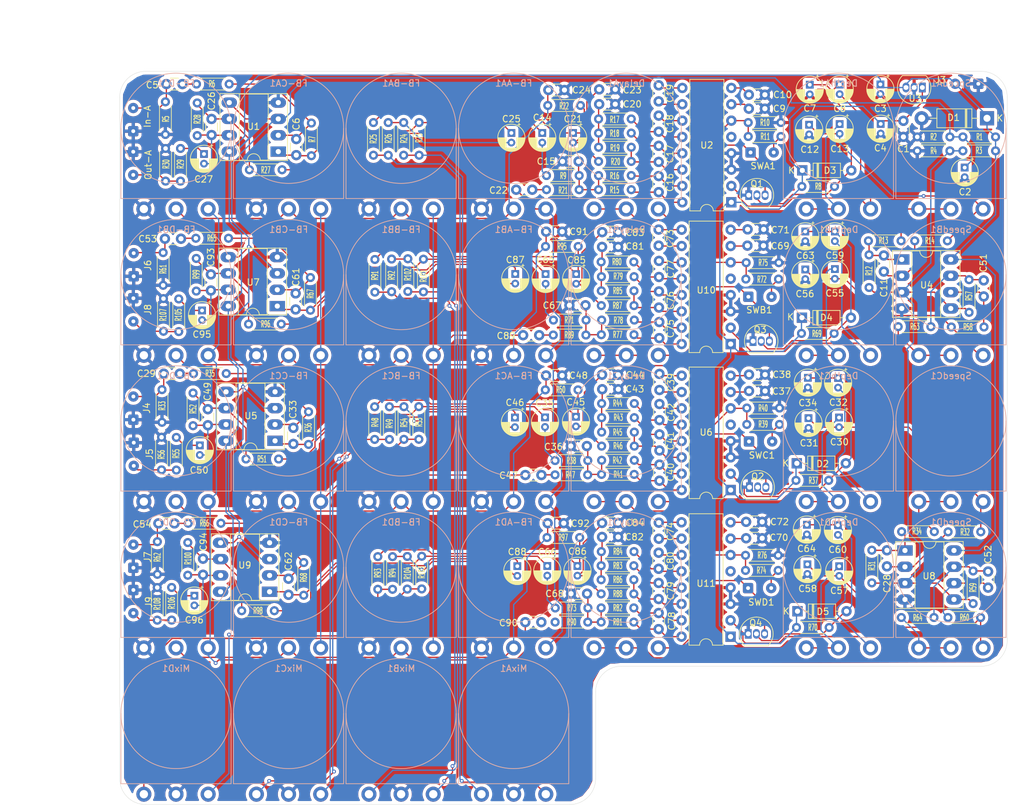
<source format=kicad_pcb>
(kicad_pcb (version 20240108) (generator "pcbnew") (generator_version "8.0")
  (layers (0 "F.Cu" signal) (31 "B.Cu" signal) (34 "B.Paste" user) (35 "F.Paste" user) (36 "B.SilkS" user "B.Silkscreen") (37 "F.SilkS" user "F.Silkscreen") (38 "B.Mask" user) (39 "F.Mask" user) (44 "Edge.Cuts" user))
  (net 0 "")
  (net 1 "GND")
  (net 2 "+5V")
  (net 3 "+4.5V")
  (net 4 "+9V")
  (net 5 "Net-(C5-Pad1)")
  (net 6 "Net-(C5-Pad2)")
  (net 7 "Net-(C14-Pad1)")
  (net 8 "Net-(U1A--)")
  (net 9 "Net-(D3-A)")
  (net 10 "Net-(U2-REF)")
  (net 11 "Net-(U2-CC1)")
  (net 12 "Net-(U2-CC0)")
  (net 13 "Net-(C11-Pad2)")
  (net 14 "Net-(U4A--)")
  (net 15 "Net-(C12-Pad1)")
  (net 16 "Net-(C13-Pad1)")
  (net 17 "Net-(C14-Pad2)")
  (net 18 "Net-(C15-Pad1)")
  (net 19 "Net-(U2-LPF1-OUT)")
  (net 20 "Net-(U2-LPF1-IN)")
  (net 21 "Net-(U2-LPF2-IN)")
  (net 22 "Net-(U2-LPF2-OUT)")
  (net 23 "Net-(U2-OP2-OUT)")
  (net 24 "Net-(U2-OP2-IN)")
  (net 25 "Net-(U2-OP1-OUT)")
  (net 26 "Net-(U2-OP1-IN)")
  (net 27 "Net-(C20-Pad1)")
  (net 28 "Net-(C21-Pad1)")
  (net 29 "Net-(C21-Pad2)")
  (net 30 "In A")
  (net 31 "Net-(C22-Pad2)")
  (net 32 "Out A")
  (net 33 "Net-(C25-Pad2)")
  (net 34 "Net-(C25-Pad1)")
  (net 35 "Net-(U1B--)")
  (net 36 "Net-(C26-Pad1)")
  (net 37 "Net-(C27-Pad1)")
  (net 38 "Net-(U4B--)")
  (net 39 "Net-(C28-Pad2)")
  (net 40 "Net-(C29-Pad1)")
  (net 41 "Net-(C29-Pad2)")
  (net 42 "Net-(C30-Pad1)")
  (net 43 "Net-(C30-Pad2)")
  (net 44 "Net-(U6-REF)")
  (net 45 "Net-(D2-A)")
  (net 46 "Net-(C33-Pad1)")
  (net 47 "Net-(U5A--)")
  (net 48 "Net-(C35-Pad2)")
  (net 49 "Net-(C36-Pad1)")
  (net 50 "Net-(U6-CC1)")
  (net 51 "Net-(U6-CC0)")
  (net 52 "Net-(U6-OP1-OUT)")
  (net 53 "Net-(U6-OP1-IN)")
  (net 54 "Net-(U6-LPF1-IN)")
  (net 55 "Net-(U6-LPF1-OUT)")
  (net 56 "Net-(U6-LPF2-IN)")
  (net 57 "Net-(U6-LPF2-OUT)")
  (net 58 "Net-(U6-OP2-OUT)")
  (net 59 "Net-(U6-OP2-IN)")
  (net 60 "Net-(C43-Pad1)")
  (net 61 "Net-(C44-Pad2)")
  (net 62 "Net-(C45-Pad1)")
  (net 63 "Net-(C46-Pad2)")
  (net 64 "Net-(C46-Pad1)")
  (net 65 "Net-(C47-Pad2)")
  (net 66 "In C")
  (net 67 "Out C")
  (net 68 "Net-(C49-Pad1)")
  (net 69 "Net-(U5B--)")
  (net 70 "Net-(C50-Pad1)")
  (net 71 "Net-(U8A--)")
  (net 72 "Net-(C51-Pad2)")
  (net 73 "Net-(U8B--)")
  (net 74 "Net-(C52-Pad2)")
  (net 75 "Net-(C53-Pad2)")
  (net 76 "Net-(C53-Pad1)")
  (net 77 "Net-(C54-Pad2)")
  (net 78 "Net-(C54-Pad1)")
  (net 79 "Net-(C55-Pad2)")
  (net 80 "Net-(C55-Pad1)")
  (net 81 "Net-(C57-Pad2)")
  (net 82 "Net-(C57-Pad1)")
  (net 83 "Net-(D4-A)")
  (net 84 "Net-(U10-REF)")
  (net 85 "Net-(D5-A)")
  (net 86 "Net-(U11-REF)")
  (net 87 "Net-(C61-Pad1)")
  (net 88 "Net-(U7A--)")
  (net 89 "Net-(U9A--)")
  (net 90 "Net-(C62-Pad1)")
  (net 91 "Net-(C65-Pad2)")
  (net 92 "Net-(C66-Pad2)")
  (net 93 "Net-(C67-Pad1)")
  (net 94 "Net-(C68-Pad1)")
  (net 95 "Net-(U10-CC1)")
  (net 96 "Net-(U11-CC1)")
  (net 97 "Net-(U10-CC0)")
  (net 98 "Net-(U11-CC0)")
  (net 99 "Net-(U10-OP1-IN)")
  (net 100 "Net-(U10-OP1-OUT)")
  (net 101 "Net-(U11-OP1-IN)")
  (net 102 "Net-(U11-OP1-OUT)")
  (net 103 "Net-(U10-LPF1-OUT)")
  (net 104 "Net-(U10-LPF1-IN)")
  (net 105 "Net-(U10-LPF2-IN)")
  (net 106 "Net-(U10-LPF2-OUT)")
  (net 107 "Net-(U10-OP2-IN)")
  (net 108 "Net-(U10-OP2-OUT)")
  (net 109 "Net-(U11-LPF1-IN)")
  (net 110 "Net-(U11-LPF1-OUT)")
  (net 111 "Net-(U11-LPF2-OUT)")
  (net 112 "Net-(U11-LPF2-IN)")
  (net 113 "Net-(U11-OP2-OUT)")
  (net 114 "Net-(U11-OP2-IN)")
  (net 115 "Net-(C81-Pad1)")
  (net 116 "Net-(C82-Pad1)")
  (net 117 "Net-(C83-Pad2)")
  (net 118 "Net-(C84-Pad2)")
  (net 119 "Net-(C85-Pad1)")
  (net 120 "Net-(C86-Pad1)")
  (net 121 "Net-(C87-Pad1)")
  (net 122 "Net-(C87-Pad2)")
  (net 123 "Net-(C88-Pad2)")
  (net 124 "Net-(C88-Pad1)")
  (net 125 "In B")
  (net 126 "Net-(C89-Pad2)")
  (net 127 "Net-(C90-Pad2)")
  (net 128 "In D")
  (net 129 "Out B")
  (net 130 "Out D")
  (net 131 "Net-(C93-Pad1)")
  (net 132 "Net-(U7B--)")
  (net 133 "Net-(U9B--)")
  (net 134 "Net-(C94-Pad1)")
  (net 135 "Net-(C95-Pad1)")
  (net 136 "Net-(C96-Pad1)")
  (net 137 "Net-(U6-VCO)")
  (net 138 "Net-(Q2-C)")
  (net 139 "Net-(U10-VCO)")
  (net 140 "Net-(Q3-C)")
  (net 141 "Net-(Q4-C)")
  (net 142 "Net-(U11-VCO)")
  (net 143 "Net-(Q1-C)")
  (net 144 "Net-(U2-VCO)")
  (net 145 "Net-(J5-Pad2)")
  (net 146 "Net-(J8-Pad2)")
  (net 147 "Net-(J9-Pad2)")
  (net 148 "+3v")
  (net 149 "Net-(R13-Pad2)")
  (net 150 "Net-(R34-Pad2)")
  (net 151 "Net-(R63-Pad2)")
  (net 152 "Net-(R64-Pad2)")
  (net 157 "Net-(MixA1-Pad3)")
  (net 158 "Net-(MixA1-Pad1)")
  (net 159 "Net-(MixB1-Pad1)")
  (net 160 "Net-(MixB1-Pad3)")
  (net 161 "Net-(MixC1-Pad1)")
  (net 162 "Net-(MixC1-Pad3)")
  (net 163 "Net-(MixD1-Pad3)")
  (net 164 "Net-(MixD1-Pad1)")
  (net 165 "Net-(SWA1-B)")
  (net 166 "Net-(SWC1-B)")
  (net 167 "Net-(SWB1-B)")
  (net 168 "Net-(SWD1-B)")
  (net 169 "Net-(Out-A1-Pad2)")
  (footprint "Capacitor_THT:C_Disc_D3.0mm_W1.6mm_P2.50mm" (layer "F.Cu") (at 135.43 77.06 180)
    (property "Reference" "C38")
    (property "Value" "0.1uF")
  )
  (footprint "Connector_Wire:SolderWire-0.1sqmm_1x02_P3.6mm_D0.4mm_OD1mm" (layer "F.Cu") (at 37.2 107.1 90)
    (property "Reference" "J7")
    (property "Value" "Input")
  )
  (footprint "Capacitor_THT:C_Disc_D3.0mm_W1.6mm_P2.50mm" (layer "F.Cu") (at 118.88 114.135 -90)
    (property "Reference" "C78")
    (property "Value" "2200pF")
  )
  (footprint "Resistor_THT:R_Axial_DIN0204_L3.6mm_D1.6mm_P5.08mm_Horizontal-JU" (layer "F.Cu") (at 171.27 42.27 180)
    (property "Reference" "R3")
    (property "Value" "100k")
  )
  (footprint "Connector_Wire:SolderWire-0.1sqmm_1x02_P3.6mm_D0.4mm_OD1mm" (layer "F.Cu") (at 132.83 64.96)
    (property "Reference" "SWB1")
    (property "Value" "Hyperdelay")
  )
  (footprint "Capacitor_THT:CP_Radial_D4.0mm_P1.50mm" (layer "F.Cu") (at 95.98 39.487401 -90)
    (property "Reference" "C25")
    (property "Value" "1uF")
  )
  (footprint "Package_DIP:DIP-16_W7.62mm" (layer "F.Cu") (at 130.08 72.31 180)
    (property "Reference" "U10")
    (property "Value" "PT2399")
  )
  (footprint "Capacitor_THT:CP_Radial_D4.0mm_P1.50mm" (layer "F.Cu") (at 141.93 100.412401 -90)
    (property "Reference" "C64")
    (property "Value" "47uF")
  )
  (footprint "Connector_Wire:SolderWire-0.1sqmm_1x02_P3.6mm_D0.4mm_OD1mm" (layer "F.Cu") (at 37.2 110.56 -90)
    (property "Reference" "J9")
    (property "Value" "Output")
  )
  (footprint "Capacitor_THT:CP_Radial_D4.0mm_P1.50mm" (layer "F.Cu") (at 101.56 106.82 -90)
    (property "Reference" "C66")
    (property "Value" "1uF")
  )
  (footprint "Resistor_THT:R_Axial_DIN0204_L3.6mm_D1.6mm_P5.08mm_Horizontal-JU" (layer "F.Cu") (at 102.8 113.35)
    (property "Reference" "R73")
    (property "Value" "10k")
  )
  (footprint "Resistor_THT:R_Axial_DIN0204_L3.6mm_D1.6mm_P5.08mm_Horizontal-JU" (layer "F.Cu") (at 140.315 116.385)
    (property "Reference" "R70")
    (property "Value" "68k")
  )
  (footprint "Capacitor_THT:C_Disc_D3.0mm_W1.6mm_P2.50mm" (layer "F.Cu") (at 154.38 106.885 90)
    (property "Reference" "C28")
    (property "Value" "0.01uF")
  )
  (footprint "Capacitor_THT:CP_Radial_D4.0mm_P1.50mm" (layer "F.Cu") (at 106.02 83.62 -90)
    (property "Reference" "C45")
    (property "Value" "1uF")
  )
  (footprint "Capacitor_THT:CP_Radial_D4.0mm_P1.50mm" (layer "F.Cu") (at 47.88 67.085 -90)
    (property "Reference" "C95")
    (property "Value" "1uF")
  )
  (footprint "Resistor_THT:R_Axial_DIN0204_L3.6mm_D1.6mm_P5.08mm_Horizontal-JU" (layer "F.Cu") (at 156.665 101.485)
    (property "Reference" "R34")
    (property "Value" "4.7k")
  )
  (footprint "Resistor_THT:R_Axial_DIN0204_L3.6mm_D1.6mm_P5.08mm_Horizontal-JU" (layer "F.Cu") (at 132.49 59.66)
    (property "Reference" "R75")
    (property "Value" "2.7k")
  )
  (footprint "Resistor_THT:R_Axial_DIN0204_L3.6mm_D1.6mm_P5.08mm_Horizontal-JU" (layer "F.Cu") (at 101.44 46.11)
    (property "Reference" "R9")
    (property "Value" "10k")
  )
  (footprint "Resistor_THT:R_Axial_DIN0204_L3.6mm_D1.6mm_P5.08mm_Horizontal-JU" (layer "F.Cu") (at 115.095 83.76 180)
    (property "Reference" "R43")
    (property "Value" "10k")
  )
  (footprint "Resistor_THT:R_Axial_DIN0204_L3.6mm_D1.6mm_P5.08mm_Horizontal-JU" (layer "F.Cu") (at 158.7 56.26)
    (property "Reference" "R14")
    (property "Value" "220k")
  )
  (footprint "Resistor_THT:R_Axial_DIN0204_L3.6mm_D1.6mm_P5.08mm_Horizontal-JU" (layer "F.Cu") (at 79.23 42.95 90)
    (property "Reference" "R24")
    (property "Value" "15k")
  )
  (footprint "Capacitor_THT:C_Disc_D3.0mm_W1.6mm_P2.50mm" (layer "F.Cu") (at 119.005 88.86 90)
    (property "Reference" "C41")
    (property "Value" "2200pF")
  )
  (footprint "Capacitor_THT:C_Disc_D3.0mm_W1.6mm_P2.50mm" (layer "F.Cu") (at 135.18 57.01 180)
    (property "Reference" "C69")
    (property "Value" "0.1uF")
  )
  (footprint "Capacitor_THT:CP_Radial_D4.0mm_P1.50mm" (layer "F.Cu") (at 146.93 83.737401 -90)
    (property "Reference" "C30")
    (property "Value" "10uF")
  )
  (footprint "Resistor_THT:R_Axial_DIN0204_L3.6mm_D1.6mm_P5.08mm_Horizontal-JU" (layer "F.Cu") (at 115.095 88.185 180)
    (property "Reference" "R46")
    (property "Value" "1k")
  )
  (footprint "Resistor_THT:R_Axial_DIN0204_L3.6mm_D1.6mm_P5.08mm_Horizontal-JU" (layer "F.Cu") (at 167.15 67.38 90)
    (property "Reference" "R57")
    (property "Value" "220k")
  )
  (footprint "Capacitor_THT:CP_Radial_D4.0mm_P1.50mm" (layer "F.Cu") (at 100.78 39.487401 -90)
    (property "Reference" "C14")
    (property "Value" "1uF")
  )
  (footprint "Capacitor_THT:C_Disc_D3.0mm_W1.6mm_P2.50mm" (layer "F.Cu") (at 118.89 43.99 90)
    (property "Reference" "C17")
    (property "Value" "2200pF")
  )
  (footprint "Connector_Wire:SolderWire-0.1sqmm_1x02_P3.6mm_D0.4mm_OD1mm" (layer "F.Cu") (at 132.93 87.46)
    (property "Reference" "SWC1")
    (property "Value" "Hyperdelay")
  )
  (footprint "Capacitor_THT:CP_Radial_D4.0mm_P1.50mm" (layer "F.Cu") (at 48.18 42.76 -90)
    (property "Reference" "C27")
    (property "Value" "1uF")
  )
  (footprint "Resistor_THT:R_Axial_DIN0204_L3.6mm_D1.6mm_P5.08mm_Horizontal-JU" (layer "F.Cu") (at 60.195 69.21 180)
    (property "Reference" "R96")
    (property "Value" "20k")
  )
  (footprint "Capacitor_THT:CP_Radial_D4.0mm_P1.50mm" (layer "F.Cu") (at 106.25 106.83 -90)
    (property "Reference" "C86")
    (property "Value" "1uF")
  )
  (footprint "Connector_Wire:SolderWire-0.1sqmm_1x02_P3.6mm_D0.4mm_OD1mm" (layer "F.Cu") (at 37.18 42.41 -90)
    (property "Reference" "Out-A")
    (property "Value" "Output")
  )
  (footprint "Capacitor_THT:C_Disc_D3.0mm_W1.6mm_P2.50mm" (layer "F.Cu") (at 118.93 61.885 90)
    (property "Reference" "C77")
    (property "Value" "0.1uF")
  )
  (footprint "Resistor_THT:R_Axial_DIN0204_L3.6mm_D1.6mm_P5.08mm_Horizontal-JU" (layer "F.Cu") (at 115.02 108.96 180)
    (property "Reference" "R86")
    (property "Value" "20k")
  )
  (footprint "Package_TO_SOT_THT:TO-92_Inline" (layer "F.Cu") (at 132.81 117.37)
    (property "Reference" "Q4")
    (property "Value" "2N3904")
  )
  (footprint "Resistor_THT:R_Axial_DIN0204_L3.6mm_D1.6mm_P5.08mm_Horizontal-JU" (layer "F.Cu") (at 40.93 103.04 -90)
    (property "Reference" "R62")
    (property "Value" "100k")
  )
  (footprint "Capacitor_THT:C_Disc_D3.0mm_W1.6mm_P2.50mm" (layer "F.Cu") (at 43.59 100.2 180)
    (property "Reference" "C54")
    (property "Value" "0.22uF")
  )
  (footprint "Resistor_THT:R_Axial_DIN0204_L3.6mm_D1.6mm_P5.08mm_Horizontal-JU" (layer "F.Cu") (at 77.5 105.37 -90)
    (property "Reference" "R94")
    (property "Value" "15k")
  )
  (footprint "Resistor_THT:R_Axial_DIN0204_L3.6mm_D1.6mm_P5.08mm_Horizontal-JU" (layer "F.Cu") (at 107.85 92.65 180)
    (property "Reference" "R47")
    (property "Value" "5.1k")
  )
  (footprint "Resistor_THT:R_Axial_DIN0204_L3.6mm_D1.6mm_P5.08mm_Horizontal-JU" (layer "F.Cu") (at 115.095 81.56 180)
    (property "Reference" "R44")
    (property "Value" "10k")
  )
  (footprint "Package_DIP:DIP-8_W7.62mm_Socket_LongPads" (layer "F.Cu") (at 58.38 110.83 180)
    (property "Reference" "U9")
    (property "Value" "TL072")
  )
  (footprint "Capacitor_THT:C_Disc_D3.0mm_W1.6mm_P2.50mm" (layer "F.Cu") (at 118.89 39.29 90)
    (property "Reference" "C18")
    (property "Value" "0.1uF")
  )
  (footprint "Resistor_THT:R_Axial_DIN0204_L3.6mm_D1.6mm_P5.08mm_Horizontal-JU" (layer "F.Cu") (at 74.72 87.14 90)
    (property "Reference" "R48")
    (property "Value" "15k")
  )
  (footprint "Resistor_THT:R_Axial_DIN0204_L3.6mm_D1.6mm_P5.08mm_Horizontal-JU" (layer "F.Cu") (at 132.59 82.26)
    (property "Reference" "R40")
    (property "Value" "2.7k")
  )
  (footprint "Capacitor_THT:CP_Radial_D4.0mm_P1.50mm" (layer "F.Cu") (at 47.53 88.06 -90)
    (property "Reference" "C50")
    (property "Value" "1uF")
  )
  (footprint "Resistor_THT:R_Axial_DIN0204_L3.6mm_D1.6mm_P5.08mm_Horizontal-JU" (layer "F.Cu") (at 163.865 114.835)
    (property "Reference" "R60")
    (property "Value" "220k")
  )
  (footprint "Resistor_THT:R_Axial_DIN0204_L3.6mm_D1.6mm_P5.08mm_Horizontal-JU" (layer "F.Cu") (at 115.095 90.385 180)
    (property "Reference" "R42")
    (property "Value" "10k")
  )
  (footprint "Resistor_THT:R_Axial_DIN0204_L3.6mm_D1.6mm_P5.08mm_Horizontal-JU" (layer "F.Cu") (at 115.095 86.01 180)
    (property "Reference" "R45")
    (property "Value" "20k")
  )
  (footprint "Capacitor_THT:C_Disc_D3.0mm_W1.6mm_P2.50mm" (layer "F.Cu") (at 107.72 88.17 180)
    (property "Reference" "C36")
    (property "Value" "4700pF")
  )
  (footprint "Capacitor_THT:C_Disc_D3.0mm_W1.6mm_P2.50mm" (layer "F.Cu") (at 48.78 84.94 90)
    (property "Reference" "C49")
    (property "Value" "100pF")
  )
  (footprint "Connector_Wire:SolderWire-0.1sqmm_1x02_P3.6mm_D0.4mm_OD1mm" (layer "F.Cu") (at 37.18 39.21 90)
    (property "Reference" "In-A")
    (property "Value" "Input")
  )
  (footprint "Capacitor_THT:CP_Radial_D4.0mm_P1.50mm" (layer "F.Cu") (at 147.03 38.11 -90)
    (property "Reference" "C13")
    (property "Value" "10uF")
  )
  (footprint "Capacitor_THT:C_Disc_D3.0mm_W1.6mm_P2.50mm" (layer "F.Cu") (at 135.4 33.54 180)
    (property "Reference" "C10")
    (property "Value" "0.1uF")
  )
  (footprint "Capacitor_THT:C_Disc_D3.0mm_W1.6mm_P2.50mm" (layer "F.Cu") (at 119.005 91.06 -90)
    (property "Reference" "C40")
    (property "Value" "2200pF")
  )
  (footprint "Resistor_THT:R_Axial_DIN0204_L3.6mm_D1.6mm_P5.08mm_Horizontal-JU" (layer "F.Cu") (at 115.02 111.16 180)
    (property "Reference" "R88")
    (property "Value" "1k")
  )
  (footprint "Resistor_THT:R_Axial_DIN0204_L3.6mm_D1.6mm_P5.08mm_Horizontal-JU" (layer "F.Cu") (at 45.73 100.18)
    (property "Reference" "R66")
    (property "Value" "180k")
  )
  (footprint "Capacitor_THT:C_Disc_D3.0mm_W1.6mm_P2.50mm" (layer "F.Cu") (at 118.88 111.96 90)
    (property "Reference" "C79")
    (property "Value" "2200pF")
  )
  (footprint "Resistor_THT:R_Axial_DIN0204_L3.6mm_D1.6mm_P5.08mm_Horizontal-JU" (layer "F.Cu") (at 60.32 45.21 180)
    (property "Reference" "R27")
    (property "Value" "20k")
  )
  (footprint "Resistor_THT:R_Axial_DIN0204_L3.6mm_D1.6mm_P5.08mm_Horizontal-JU" (layer "F.Cu") (at 115.045 66.335 180)
    (property "Reference" "R87")
    (property "Value" "1k")
  )
  (footprint "Resistor_THT:R_Axial_DIN0204_L3.6mm_D1.6mm_P5.08mm_Horizontal-JU" (layer "F.Cu") (at 171.27 40.1 180)
    (property "Reference" "R1")
    (property "Value" "10k")
  )
  (footprint "Capacitor_THT:CP_Radial_D4.0mm_P1.50mm" (layer "F.Cu") (at 101.21 83.71 -90)
    (property "Reference" "C35")
    (property "Value" "1uF")
  )
  (footprint "Resistor_THT:R_Axial_DIN0204_L3.6mm_D1.6mm_P5.08mm_Horizontal-JU" (layer "F.Cu") (at 163.89 101.51)
    (property "Reference" "R32")
    (property "Value" "220k")
  )
  (footprint "Capacitor_THT:CP_Radial_D4.0mm_P1.50mm" (layer "F.Cu") (at 96.9 106.85 -90)
    (property "Reference" "C88")
    (property "Value" "1uF")
  )
  (footprint "Resistor_THT:R_Axial_DIN0204_L3.6mm_D1.6mm_P5.08mm_Horizontal-JU" (layer "F.Cu") (at 77.01 82.06 -90)
    (property "Reference" "R49")
    (property "Value" "15k")
  )
  (footprint "Capacitor_THT:C_Disc_D3.0mm_W1.6mm_P2.50mm" (layer "F.Cu") (at 107.505 66.285 180)
    (property "Reference" "C67")
    (property "Value" "4700pF")
  )
  (footprint "Resistor_THT:R_Axial_DIN0204_L3.6mm_D1.6mm_P5.08mm_Horizontal-JU" (layer "F.Cu") (at 107.57 70.91 180)
    (property "Reference" "R89")
    (property "Value" "5.1k")
  )
  (footprint "Resistor_THT:R_Axial_DIN0204_L3.6mm_D1.6mm_P5.08mm_Horizontal-JU" (layer "F.Cu") (at 41.58 86.8 -90)
    (property "Reference" "R56")
    (property "Value" "100k")
  )
  (footprint "Package_TO_SOT_THT:TO-92_Inline" (layer "F.Cu") (at 133.56 71.86)
    (property "Reference" "Q3")
    (property "Value" "2N3904")
  )
  (footprint "Capacitor_THT:CP_Radial_D4.0mm_P1.50mm" (layer "F.Cu") (at 142.38 31.9874 -90)
    (property "Reference" "C7")
    (property "Value" "47uF")
  )
  (footprint "Connector_Wire:SolderWire-0.1sqmm_1x02_P3.6mm_D0.4mm_OD1mm" (layer "F.Cu") (at 132.78 110.26)
    (property "Reference" "SWD1")
    (property "Value" "Hyperdelay")
  )
  (footprint "Resistor_THT:R_Axial_DIN0204_L3.6mm_D1.6mm_P5.08mm_Horizontal-JU" (layer "F.Cu") (at 41.65 79.4 -90)
    (property "Reference" "R33")
    (property "Value" "100k")
  )
  (footprint "Capacitor_THT:CP_Radial_D4.0mm_P1.50mm" (layer "F.Cu") (at 153.41 38.08 -90)
    (property "Reference" "C4")
    (property "Value" "47uF")
  )
  (footprint "Capacitor_THT:C_Disc_D3.0mm_W1.6mm_P2.50mm" (layer "F.Cu") (at 49.355 39.81 90)
    (property "Reference" "C26")
    (property "Value" "100pF")
  )
  (footprint "Capacitor_THT:C_Disc_D3.0mm_W1.6mm_P2.50mm" (layer "F.Cu") (at 62.43 66.935 90)
    (property "Reference" "C61")
    (property "Value" "47pF")
  )
  (footprint "Capacitor_THT:C_Disc_D3.0mm_W1.6mm_P2.50mm" (layer "F.Cu") (at 112.58 100.135 180)
    (property "Reference" "C84")
    (property "Value" ".01uF")
  )
  (footprint "Capacitor_THT:CP_Radial_D4.0mm_P1.50mm" (layer "F.Cu") (at 146.28 54.81 -90)
    (property "Reference" "C59")
    (property "Value" "10uF")
  )
  (footprint "Package_DIP:DIP-16_W7.62mm" (layer "F.Cu") (at 130.18 50.27 180)
    (property "Reference" "U2")
    (property "Value" "PT2399")
  )
  (footprint "Resistor_THT:R_Axial_DIN0204_L3.6mm_D1.6mm_P5.08mm_Horizontal-JU" (layer "F.Cu") (at 42.205 41.895 -90)
    (property "Reference" "R30")
    (property "Value" "100k")
  )
  (footprint "Connector_Wire:SolderWire-0.1sqmm_1x02_P3.6mm_D0.4mm_OD1mm" (layer "F.Cu") (at 168.59 31.84 180)
    (property "Reference" "J3")
    (property "Value" "Power")
  )
  (footprint "Resistor_THT:R_Axial_DIN0204_L3.6mm_D1.6mm_P5.08mm_Horizontal-JU" (layer "F.Cu") (at 106.37 57.135 180)
    (property "Reference" "R95")
    (property "Value" "2k")
  )
  (footprint "Resistor_THT:R_Axial_DIN0204_L3.6mm_D1.6mm_P5.08mm_Horizontal-JU" (layer "F.Cu") (at 161.695 114.835 180)
    (property "Reference" "R64")
    (property "Value" "4.7k")
  )
  (footprint "Resistor_THT:R_Axial_DIN0204_L3.6mm_D1.6mm_P5.08mm_Horizontal-JU" (layer "F.Cu") (at 115.06 61.835 180)
    (property "Reference" "R79")
    (property "Value" "10k")
  )
  (footprint "Capacitor_THT:C_Disc_D3.0mm_W1.6mm_P2.50mm" (layer "F.Cu") (at 118.88 107.26 90)
    (property "Reference" "C80")
    (property "Value" "0.1uF")
  )
  (footprint "Resistor_THT:R_Axial_DIN0204_L3.6mm_D1.6mm_P5.08mm_Horizontal-JU" (layer "F.Cu") (at 81.63 37.87 -90)
    (property "Reference" "R23")
    (property "Value" "15k")
  )
  (footprint "Resistor_THT:R_Axial_DIN0204_L3.6mm_D1.6mm_P5.08mm_Horizontal-JU" (layer "F.Cu") (at 106.52 48.31 180)
    (property "Reference" "R21")
    (property "Value" "5.1k")
  )
  (footprint "Capacitor_THT:CP_Radial_D4.0mm_P1.50mm" (layer "F.Cu") (at 166.47 44.87 -90)
    (property "Reference" "C2")
    (property "Value" "47uF")
  )
  (footprint "Package_DIP:DIP-8_W7.62mm_Socket_LongPads" (layer "F.Cu") (at 59.58 66.41 180)
    (property "Reference" "U7")
    (property "Value" "TL072")
  )
  (footprint "Resistor_THT:R_Axial_DIN0204_L3.6mm_D1.6mm_P5.08mm_Horizontal-JU" (layer "F.Cu") (at 169.47 69.66 180)
    (property "Reference" "R58")
    (property "Value" "220k")
  )
  (footprint "Package_DIP:DIP-8_W7.62mm_Socket_LongPads" (layer "F.Cu") (at 59.73 42.385 180)
    (property "Reference" "U1")
    (property "Value" "TL072")
  )
  (footprint "Capacitor_THT:C_Disc_D3.0mm_W1.6mm_P2.50mm" (layer "F.Cu") (at 153.9 61.04 90)
    (property "Reference" "C11")
    (property "Value" "0.01uF")
  )
  (footprint "Capacitor_THT:C_Disc_D3.0mm_W1.6mm_P2.50mm" (layer "F.Cu") (at 98.14 115.56)
    (property "Reference" "C90")
    (property "Value" ".022uF")
  )
  (footprint "Resistor_THT:R_Axial_DIN0204_L3.6mm_D1.6mm_P5.08mm_Horizontal-JU" (layer "F.Cu") (at 64.88 37.945 -90)
    (property "Reference" "R7")
    (property "Value" "360k")
  )
  (footprint "Capacitor_THT:CP_Radial_D4.0mm_P1.50mm" (layer "F.Cu") (at 142.28 38.21 -90)
    (property "Reference" "C12")
    (property "Value" "10uF")
  )
  (footprint "Capacitor_THT:CP_Radial_D4.0mm_P1.50mm" (layer "F.Cu") (at 153.36 31.93 -90)
    (property "Reference" "C3")
    (property "Value" "100uF")
  )
  (footprint "Capacitor_THT:CP_Radial_D4.0mm_P1.50mm" (layer "F.Cu") (at 142.005 106.56 -90)
    (property "Reference" "C58")
    (property "Value" "10uF")
  )
  (footprint "Capacitor_THT:C_Disc_D3.0mm_W1.6mm_P2.50mm" (layer "F.Cu") (at 109.63 35.01)
    (property "Reference" "C20")
    (property "Value" "0.015uF")
  )
  (footprint "Resistor_THT:R_Axial_DIN0204_L3.6mm_D1.6mm_P5.08mm_Horizontal-JU" (layer "F.Cu") (at 41.83 58.095 -90)
    (property "Reference" "R61")
    (property "Value" "100k")
  )
  (footprint "Resistor_THT:R_Axial_DIN0204_L3.6mm_D1.6mm_P5.08mm_Horizontal-JU" (layer "F.Cu") (at 140.24 93.51)
    (property "Reference" "R37")
    (property "Value" "68k")
  )
  (footprint "Capacitor_THT:CP_Radial_D4.0mm_P1.50mm" (layer "F.Cu") (at 146.755 100.485 -90)
    (property "Reference" "C60")
    (property "Value" "10uF")
  )
  (footprint "Capacitor_THT:C_Disc_D3.0mm_W1.6mm_P2.50mm" (layer "F.Cu") (at 110.08 57.21)
    (property "Reference" "C81")
    (property "Value" "0.015uF")
  )
  (footprint "Resistor_THT:R_Axial_DIN0204_L3.6mm_D1.6mm_P5.08mm_Horizontal-JU" (layer "F.Cu") (at 40.91 110.17 -90)
    (property "Reference" "R108")
    (property "Value" "100k")
  )
  (footprint "Capacitor_THT:CP_Radial_D4.0mm_P1.50mm" (layer "F.Cu") (at 141.68 54.81 -90)
    (property "Reference" "C63")
    (property "Value" "47uF")
  )
  (footprint "Capacitor_THT:C_Disc_D3.0mm_W1.6mm_P2.50mm" (layer "F.Cu") (at 112.605 54.91 180)
    (property "Reference" "C83")
    (property "Value" ".01uF")
  )
  (footprint "Capacitor_THT:C_Disc_D3.0mm_W1.6mm_P2.50mm" (layer "F.Cu") (at 135.4 35.71 180)
    (property "Reference" "C9")
    (property "Value" "0.1uF")
  )
  (footprint "Capacitor_THT:CP_Radial_D4.0mm_P1.50mm" (layer "F.Cu") (at 141.68 60.71 -90)
    (property "Reference" "C56")
    (property "Value" "10uF")
  )
  (footprint "Resistor_THT:R_Axial_DIN0204_L3.6mm_D1.6mm_P5.08mm_Horizontal-JU" (layer "F.Cu") (at 151.5 56.26)
    (property "Reference" "R13")
    (property "Value" "4.7k")
  )
  (footprint "Capacitor_THT:C_Disc_D3.0mm_W1.6mm_P2.50mm" (layer "F.Cu") (at 96.73 48.31)
    (property "Reference" "C22")
    (property "Value" ".022uF")
  )
  (footprint "Capacitor_THT:C_Disc_D3.0mm_W1.6mm_P2.50mm" (layer "F.Cu") (at 106.43 43.91 180)
    (property "Reference" "C15")
    (property "Value" "4700pF")
  )
  (footprint "Capacitor_THT:C_Disc_D3.0mm_W1.6mm_P2.50mm" (layer "F.Cu") (at 44.83 31.885 180)
    (property "Reference" "C5")
    (property "Value" "0.22uF")
  )
  (footprint "Resistor_THT:R_Axial_DIN0204_L3.6mm_D1.6mm_P5.08mm_Horizontal-JU" (layer "F.Cu") (at 137.52 62.21 180)
    (property "Reference" "R72")
    (property "Value" "68k")
  )
  (footprint "Resistor_THT:R_Axial_DIN0204_L3.6mm_D1.6mm_P5.08mm_Horizontal-JU" (layer "F.Cu") (at 64.44 82.84 -90)
    (property "Reference" "R36")
    (property "Value" "360k")
  )
  (footprint "Capacitor_THT:C_Disc_D3.0mm_W1.6mm_P2.50mm" (layer "F.Cu") (at 112.58 77.085 180)
    (property "Reference" "C44")
    (property "Value" ".01uF")
  )
  (footprint "Diode_THT:D_DO-35_SOD27_P7.62mm_Horizontal" (layer "F.Cu") (at 140.47 113.86)
    (property "Reference" "D5")
    (property "Value" "1N4148")
  )
  (footprint "Capacitor_THT:C_Disc_D3.0mm_W1.6mm_P2.50mm" (layer "F.Cu") (at 103.88 54.835 180)
    (property "Reference" "C91")
    (property "Value" ".047uF")
  )
  (footprint "Connector_Wire:SolderWire-0.1sqmm_1x02_P3.6mm_D0.4mm_OD1mm" (layer "F.Cu") (at 37.26 87.65 -90)
    (property "Reference" "J5")
    (property "Value" "Output")
  )
  (footprint "Resistor_THT:R_Axial_DIN0204_L3.6mm_D1.6mm_P5.08mm_Horizontal-JU" (layer "F.Cu") (at 115.02 115.55 180)
    (property "Reference" "R81")
    (property "Value" "10k")
  )
  (footprint "Resistor_THT:R_Axial_DIN0204_L3.6mm_D1.6mm_P5.08mm_Horizontal-JU" (layer "F.Cu") (at 152.03 109.45 90)
    (property "Reference" "R31")
    (property "Value" "220k")
  )
  (footprint "Package_DIP:DIP-16_W7.62mm" (layer "F.Cu") (at 130.06 117.81 180)
    (property "Reference" "U11")
    (property "Value" "PT2399")
  )
  (footprint "Capacitor_THT:C_Disc_D3.0mm_W1.6mm_P2.50mm" (layer "F.Cu") (at 49.255 63.985 90)
    (property "Reference" "C93")
    (property "Value" "100pF")
  )
  (footprint "Resistor_THT:R_Axial_DIN0204_L3.6mm_D1.6mm_P5.08mm_Horizontal-JU" (layer "F.Cu") (at 137.47 107.51 180)
    (property "Reference" "R74")
    (property "Value" "68k")
  )
  (footprint "Resistor_THT:R_Axial_DIN0204_L3.6mm_D1.6mm_P5.08mm_Horizontal-JU" (layer "F.Cu") (at 63.69 106.29 -90)
    (property "Reference" "R68")
    (property "Value" "360k")
  )
  (footprint "Resistor_THT:R_Axial_DIN0204_L3.6mm_D1.6mm_P5.08mm_Horizontal-JU" (layer "F.Cu") (at 45.66 103.18 -90)
    (property "Reference" "R100")
    (property "Value" "100k")
  )
  (footprint "Resistor_THT:R_Axial_DIN0204_L3.6mm_D1.6mm_P5.08mm_Horizontal-JU" (layer "F.Cu") (at 115.045 70.86 180)
    (property "Reference" "R77")
    (property "Value" "10k")
  )
  (footprint "Capacitor_THT:C_Disc_D3.0mm_W1.6mm_P2.50mm" (layer "F.Cu") (at 62.08 87.84 90)
    (property "Reference" "C33")
    (property "Value" "47pF")
  )
  (footprint "Capacitor_THT:C_Disc_D3.0mm_W1.6mm_P2.50mm" (layer "F.Cu") (at 169.43 64.91 90)
    (property "Reference" "C51")
    (property "Value" "0.01uF")
  )
  (footprint "Resistor_THT:R_Axial_DIN0204_L3.6mm_D1.6mm_P5.08mm_Horizontal-JU" (layer "F.Cu") (at 107.86 115.55 180)
    (property "Reference" "R90")
    (property "Value" "5.1k")
  )
  (footprint "Resistor_THT:R_Axial_DIN0204_L3.6mm_D1.6mm_P5.08mm_Horizontal-JU" (layer "F.Cu") (at 47.13 34.82 -90)
    (property "Reference" "R28")
    (property "Value" "100k")
  )
  (footprint "Resistor_THT:R_Axial_DIN0204_L3.6mm_D1.6mm_P5.08mm_Horizontal-JU" (layer "F.Cu") (at 115.095 68.585 180)
    (property "Reference" "R78")
    (property "Value" "10k")
  )
  (footprint "Resistor_THT:R_Axial_DIN0204_L3.6mm_D1.6mm_P5.08mm_Horizontal-JU" (layer "F.Cu") (at 79.88 64.13 90)
    (property "Reference" "R102")
    (property "Value" "15k")
  )
  (footprint "Resistor_THT:R_Axial_DIN0204_L3.6mm_D1.6mm_P5.08mm_Horizontal-JU" (layer "F.Cu") (at 102.78 90.43)
    (property "Reference" "R38")
    (property "Value" "10k")
  )
  (footprint "Resistor_THT:R_Axial_DIN0204_L3.6mm_D1.6mm_P5.08mm_Horizontal-JU" (layer "F.Cu") (at 114.62 46.11 180)
    (property "Reference" "R16")
    (property "Value" "10k")
  )
  (footprint "Resistor_THT:R_Axial_DIN0204_L3.6mm_D1.6mm_P5.08mm_Horizontal-JU" (layer "F.Cu") (at 41.88 65.245 -90)
    (property "Reference" "R107")
    (property "Value" "100k")
  )
  (footprint "Capacitor_THT:C_Disc_D3.0mm_W1.6mm_P2.50mm" (layer "F.Cu") (at 110.105 79.335)
    (property "Reference" "C43")
    (property "Value" "0.015uF")
  )
  (footprint "Resistor_THT:R_Axial_DIN0204_L3.6mm_D1.6mm_P5.08mm_Horizontal-JU" (layer "F.Cu") (at 43.15 110.16 -90)
    (property "Reference" "R106")
    (property "Value" "1k")
  )
  (footprint "Resistor_THT:R_Axial_DIN0204_L3.6mm_D1.6mm_P5.08mm_Horizontal-JU" (layer "F.Cu") (at 164.17 42.27 180)
    (property "Reference" "R4")
    (property "Value" "47k")
  )
  (footprint "Capacitor_THT:CP_Radial_D4.0mm_P1.50mm" (layer "F.Cu") (at 101.305 61.435 -90)
    (property "Reference" "C65")
    (property "Value" "1uF")
  )
  (footprint "Resistor_THT:R_Axial_DIN0204_L3.6mm_D1.6mm_P5.08mm_Horizontal-JU" (layer "F.Cu") (at 59.79 90.19 180)
    (property "Reference" "R51")
    (property "Value" "20k")
  )
  (footprint "Package_TO_SOT_THT:TO-92_Inline" (layer "F.Cu") (at 133.01 94.57)
    (property "Reference" "Q2")
    (property "Value" "2N3904")
  )
  (footprint "Capacitor_THT:C_Disc_D3.0mm_W1.6mm_P2.50mm" (layer "F.Cu") (at 44.42 76.92 180)
    (property "Reference" "C29")
    (property "Value" "0.22uF")
  )
  (footprint "Capacitor_THT:CP_Radial_D4.0mm_P1.50mm" (layer "F.Cu") (at 146.78 77.587401 -90)
    (property "Reference" "C32")
    (property "Value" "10uF")
  )
  (footprint "Resistor_THT:R_Axial_DIN0204_L3.6mm_D1.6mm_P5.08mm_Horizontal-JU" (layer "F.Cu") (at 76.83 37.87 -90)
    (property "Reference" "R26")
    (property "Value" "15k")
  )
  (footprint "Resistor_THT:R_Axial_DIN0204_L3.6mm_D1.6mm_P5.08mm_Horizontal-JU" (layer "F.Cu") (at 115.02 113.34 180)
    (property "Reference" "R82")
    (property "Value" "10k")
  )
  (footprint "Resistor_THT:R_Axial_DIN0204_L3.6mm_D1.6mm_P5.08mm_Horizontal-JU" (layer "F.Cu") (at 46.48 79.93 -90)
    (property "Reference" "R52")
    (property "Value" "100k")
  )
  (footprint "Capacitor_THT:C_Disc_D3.0mm_W1.6mm_P2.50mm" (layer "F.Cu") (at 118.88 57.01 90)
    (property "Reference" "C73")
    (property "Value" "0.1uF")
  )
  (footprint "Capacitor_THT:C_Disc_D3.0mm_W1.6mm_P2.50mm" (layer "F.Cu") (at 104.23 32.81 180)
    (property "Reference" "C24")
    (property "Value" ".047uF")
  )
  (footprint "Capacitor_THT:C_Disc_D3.0mm_W1.6mm_P2.50mm" (layer "F.Cu") (at 119.005 79.46 90)
    (property "Reference" "C39")
    (property "Value" "0.1uF")
  )
  (footprint "Resistor_THT:R_Axial_DIN0204_L3.6mm_D1.6mm_P5.08mm_Horizontal-JU" (layer "F.Cu") (at 74.53 42.95 90)
    (property "Reference" "R25")
    (property "Value" "15k")
  )
  (footprint "Resistor_THT:R_Axial_DIN0204_L3.6mm_D1.6mm_P5.08mm_Horizontal-JU" (layer "F.Cu") (at 102.515 68.585)
    (property "Reference" "R71")
    (property "Value" "10k")
  )
  (footprint "Resistor_THT:R_Axial_DIN0204_L3.6mm_D1.6mm_P5.08mm_Horizontal-JU" (layer "F.Cu") (at 132.81 37.87)
    (property "Reference" "R10")
    (property "Value" "2.7k")
  )
  (footprint "Capacitor_THT:CP_Radial_D4.0mm_P1.50mm" (layer "F.Cu") (at 96.53 83.74 -90)
    (property "Reference" "C46")
    (property "Value" "1uF")
  )
  (footprint "Resistor_THT:R_Axial_DIN0204_L3.6mm_D1.6mm_P5.08mm_Horizontal-JU" (layer "F.Cu") (at 141.15 47.81)
    (property "Reference" "R8")
    (property "Value" "68k")
  )
  (footprint "Resistor_THT:R_Axial_DIN0204_L3.6mm_D1.6mm_P5.08mm_Horizontal-JU" (layer "F.Cu") (at 115.045 104.585 180)
    (property "Reference" "R84")
    (property "Value" "10k")
  )
  (footprint "Capacitor_THT:C_Disc_D3.0mm_W1.6mm_P2.50mm" (layer "F.Cu") (at 119.005 84.135 90)
    (property "Reference" "C42")
    (property "Value" "0.1uF")
  )
  (footprint "Capacitor_THT:C_Disc_D3.0mm_W1.6mm_P2.50mm" (layer "F.Cu") (at 118.905 102.585 90)
    (property "Reference" "C74")
    (property "Value" "0.1uF")
  )
  (footprint "Resistor_THT:R_Axial_DIN0204_L3.6mm_D1.6mm_P5.08mm_Horizontal-JU" (layer "F.Cu") (at 81.59 82.04 -90)
    (property "Reference" "R53")
    (property "Value" "15k")
  )
  (footprint "Capacitor_THT:C_Disc_D3.0mm_W1.6mm_P2.50mm" (layer "F.Cu") (at 48.03 108.19 90)
    (property "Reference" "C94")
    (property "Value" "100pF")
  )
  (footprint "Connector_Wire:SolderWire-0.1sqmm_1x02_P3.6mm_D0.4mm_OD1mm" (layer "F.Cu") (at 37.25 61.78 90)
    (property "Reference" "J6")
    (property "Value" "Input")
  )
  (footprint "Capacitor_THT:CP_Radial_D4.0mm_P1.50mm" (layer "F.Cu") (at 146.28 60.66 -90)
    (property "Reference" "C55")
    (property "Value" "10uF")
  )
  (footprint "Resistor_THT:R_Axial_DIN0204_L3.6mm_D1.6mm_P5.08mm_Horizontal-JU" (layer "F.Cu") (at 114.62 41.71 180)
    (property "Reference" "R19")
    (property "Value" "20k")
  )
  (footprint "Connector_Wire:SolderWire-0.1sqmm_1x02_P3.6mm_D0.4mm_OD1mm" (layer "F.Cu") (at 37.2 84.07 90)
    (property "Reference" "J4")
    (property "Value" "Input")
  )
  (footprint "Capacitor_THT:C_Disc_D3.0mm_W1.6mm_P2.50mm" (layer "F.Cu") (at 97.805 70.935)
    (property "Reference" "C89")
    (property "Value" ".022uF")
  )
  (footprint "Resistor_THT:R_Axial_DIN0204_L3.6mm_D1.6mm_P5.08mm_Horizontal-JU" (layer "F.Cu") (at 137.67 84.81 180)
    (property "Reference" "R39")
    (property "Value" "68k")
  )
  (footprint "Resistor_THT:R_Axial_DIN0204_L3.6mm_D1.6mm_P5.08mm_Horizontal-JU" (layer "F.Cu") (at 114.62 48.31 180)
    (property "Reference" "R15")
    (property "Value" "10k")
  )
  (footprint "Connector_Wire:SolderWire-0.1sqmm_1x02_P3.6mm_D0.4mm_OD1mm" (layer "F.Cu") (at 133.17 42.52)
    (property "Reference" "SWA1")
    (property "Value" "Hyperdelay")
  )
  (footprint "Resistor_THT:R_Axial_DIN0204_L3.6mm_D1.6mm_P5.08mm_Horizontal-JU" (layer "F.Cu") (at 46.915 55.86)
    (property "Reference" "R65")
    (property "Value" "180k")
  )
  (footprint "Resistor_THT:R_Axial_DIN0204_L3.6mm_D1.6mm_P5.08mm_Horizontal-JU" (layer "F.Cu") (at 115.02 106.785 180)
    (property "Reference" "R83")
    (property "Value" "10k")
  )
  (footprint "Resistor_THT:R_Axial_DIN0204_L3.6mm_D1.6mm_P5.08mm_Horizontal-JU" (layer "F.Cu") (at 47.015 31.885)
    (property "Reference" "R6")
    (property "Value" "180k")
  )
  (footprint "Resistor_THT:R_Axial_DIN0204_L3.6mm_D1.6mm_P5.08mm_Horizontal-JU" (layer "F.Cu") (at 79.27 87.13 90)
    (property "Reference" "R54")
    (property "Value" "15k")
  )
  (footprint "Capacitor_THT:CP_Radial_D4.0mm_P1.50mm" (layer "F.Cu") (at 106.055 61.435 -90)
    (property "Reference" "C85")
    (property "Value" "1uF")
  )
  (footprint "Capacitor_THT:CP_Radial_D4.0mm_P1.50mm" (layer "F.Cu") (at 142.08 77.56 -90)
    (property "Reference" "C34")
    (property "Value" "47uF")
  )
  (footprint "Resistor_THT:R_Axial_DIN0204_L3.6mm_D1.6mm_P5.08mm_Horizontal-JU" (layer "F.Cu") (at 114.62 43.91 180)
    (property "Reference" "R20")
    (property "Value" "1k")
  )
  (footprint "Resistor_THT:R_Axial_DIN0204_L3.6mm_D1.6mm_P5.08mm_Horizontal-JU" (layer "F.Cu") (at 115.08 92.58 180)
    (property "Reference" "R41")
    (property "Value" "10k")
  )
  (footprint "Diode_THT:D_DO-35_SOD27_P7.62mm_Horizontal" (layer "F.Cu") (at 141.16 68.21)
    (property "Reference" "D4")
    (property "Value" "1N4148")
  )
  (footprint "Capacitor_THT:C_Disc_D3.0mm_W1.6mm_P2.50mm" (layer "F.Cu") (at 118.98 68.885 -90)
    (property "Reference" "C75")
    (property "Value" "2200pF")
  )
  (footprint "Capacitor_THT:C_Disc_D3.0mm_W1.6mm_P2.50mm" (layer "F.Cu") (at 118.89 46.19 -90)
    (property "Reference" "C16")
    (property "Value" "2200pF")
  )
  (footprint "Capacitor_THT:C_Disc_D3.0mm_W1.6mm_P2.50mm" (layer "F.Cu") (at 118.93 66.635 90)
    (property "Reference" "C76")
    (property "Value" "2200pF")
  )
  (footprint "Diode_THT:D_DO-35_SOD27_P7.62mm_Horizontal" (layer "F.Cu") (at 141.22 45.31)
    (property "Reference" "D3")
    (property "Value" "1N4148")
  )
  (footprint "Resistor_THT:R_Axial_DIN0204_L3.6mm_D1.6mm_P5.08mm_Horizontal-JU" (layer "F.Cu") (at 64.73 61.97 -90)
    (property "Reference" "R67")
    (property "Value" "360k")
  )
  (footprint "Capacitor_THT:CP_Radial_D4.0mm_P1.50mm" (layer "F.Cu") (at 146.955 106.86 -90)
    (property "Reference" "C57")
    (property "Value" "10uF")
  )
  (footprint "Package_DIP:DIP-8_W7.62mm_Socket_LongPads" (layer "F.Cu") (at 156.68 59.16)
    (property "Reference" "U4")
    (property "Value" "TL072")
  )
  (footprint "Resistor_THT:R_Axial_DIN0204_L3.6mm_D1.6mm_P5.08mm_Horizontal-JU" (layer "F.Cu") (at 106.34 79.44 180)
    (property "Reference" "R50")
    (property "Value" "2k")
  )
  (footprint "Package_DIP:DIP-8_W7.62mm_Socket_LongPads" (layer "F.Cu") (at 157.18 104.41)
    (property "Reference" "U8")
    (property "Value" "TL072")
  )
  (footprint "Capacitor_THT:CP_Radial_D4.0mm_P1.50mm" (layer "F.Cu") (at 147.03 31.96 -90)
    (property "Reference" "C8")
    (property "Value" "10uF")
  )
  (footprint "Resistor_THT:R_Axial_DIN0204_L3.6mm_D1.6mm_P5.08mm_Horizontal-JU" (layer "F.Cu") (at 77.355 59.095 -90)
    (property "Reference" "R92")
    (property "Value" "15k")
  )
  (footprint "Capacitor_THT:C_Disc_D3.0mm_W1.6mm_P2.50mm" (layer "F.Cu") (at 135.43 79.61 180)
    (property "Reference" "C37")
    (property "Value" "0.1uF")
  )
  (footprint "Capacitor_THT:CP_Radial_D4.0mm_P1.50mm" (layer "F.Cu") (at 142.18 83.837401 -90)
    (property "Reference" "C31")
    (property "Value" "10uF")
  )
  (footprint "Resistor_THT:R_Axial_DIN0204_L3.6mm_D1.6mm_P5.08mm_Horizontal-JU" (layer "F.Cu") (at 43.88 86.83 -90)
    (property "Reference" "R55")
    (property "Value" "1k")
  )
  (footprint "Diode_THT:D_DO-41_SOD81_P10.16mm_Horizontal" (layer "F.Cu") (at 169.94 37.202599 180)
    (property "Reference" "D1")
    (property "Value" "1N4001")
  )
  (footprint "Resistor_THT:R_Axial_DIN0204_L3.6mm_D1.6mm_P5.08mm_Horizontal-JU" (layer "F.Cu") (at 114.62 37.31 180)
    (property "Reference" "R17")
    (property "Value" "10k")
  )
  (footprint "Resistor_THT:R_Axial_DIN0204_L3.6mm_D1.6mm_P5.08mm_Horizontal-JU" (layer "F.Cu") (at 82.04 105.31 -90)
    (property "Reference" "R103")
    (property "Value" "15k")
  )
  (footprint "Resistor_THT:R_Axial_DIN0204_L3.6mm_D1.6mm_P5.08mm_Horizontal-JU" (layer "F.Cu") (at 106.6 102.4 180)
    (property "Reference" "R97")
    (property "Value" "2k")
  )
  (footprint "Resistor_THT:R_Axial_DIN0204_L3.6mm_D1.6mm_P5.08mm_Horizontal-JU" (layer "F.Cu") (at 59.12 113.78 180)
    (property "Reference" "R98")
    (property "Value" "20k")
  )
  (footprint "Capacitor_THT:C_Disc_D3.0mm_W1.6mm_P2.50mm" (layer "F.Cu") (at 98.15 92.68)
    (property "Reference" "C47")
    (property "Value" ".022uF")
  )
  (footprint "Capacitor_THT:C_Disc_D3.0mm_W1.6mm_P2.50mm" (layer "F.Cu") (at 112.13 32.71 180)
    (property "Reference" "C23")
    (property "Value" ".01uF")
  )
  (footprint "Package_TO_SOT_THT:TO-92_Inline" (layer "F.Cu") (at 132.89 49.16)
    (property "Reference" "Q1")
    (property "Value" "2N3904")
  )
  (footprint "Capacitor_THT:CP_Radial_D4.0mm_P1.50mm" (layer "F.Cu") (at 46.68 111.45 -90)
    (property "Reference" "C96")
    (property "Value" "1uF")
  )
  (footprint "Resistor_THT:R_Axial_DIN0204_L3.6mm_D1.6mm_P5.08mm_Horizontal-JU" (layer "F.Cu") (at 167.78 112.675 90)
    (property "Reference" "R59")
    (property "Value" "220k")
  )
  (footprint "Resistor_THT:R_Axial_DIN0204_L3.6mm_D1.6mm_P5.08mm_Horizontal-JU" (layer "F.Cu") (at 159.09 40.1)
    (property "Reference" "R2")
    (property "Value" "10k")
  )
  (footprint "Resistor_THT:R_Axial_DIN0204_L3.6mm_D1.6mm_P5.08mm_Horizontal-JU" (layer "F.Cu") (at 79.79 110.42 90)
    (property "Reference" "R104")
    (property "Value" "15k")
  )
  (footprint "Resistor_THT:R_Axial_DIN0204_L3.6mm_D1.6mm_P5.08mm_Horizontal-JU" (layer "F.Cu") (at 106.72 35.21 180)
    (property "Reference" "R22")
    (property "Value" "2k")
  )
  (footprint "Resistor_THT:R_Axial_DIN0204_L3.6mm_D1.6mm_P5.08mm_Horizontal-JU" (layer "F.Cu") (at 46.98 58.995 -90)
    (property "Reference" "R99")
    (property "Value" "100k")
  )
  (footprint "Capacitor_THT:C_Disc_D3.0mm_W1.6mm_P2.50mm" (layer "F.Cu") (at 44.605 55.935 180)
    (property "Reference" "C53")
    (property "Value" "0.22uF")
  )
  (footprint "Capacitor_THT:C_Disc_D3.0mm_W1.6mm_P2.50mm" (layer "F.Cu") (at 62.53 42.935 90)
    (property "Reference" "C6")
    (property "Value" "47pF")
  )
  (footprint "Resistor_THT:R_Axial_DIN0204_L3.6mm_D1.6mm_P5.08mm_Horizontal-JU" (layer "F.Cu") (at 115.045 64.035 180)
    (property "Reference" "R85")
    (property "Value" "20k")
  )
  (footprint "Capacitor_THT:CP_Radial_D4.0mm_P1.50mm" (layer "F.Cu") (at 105.58 39.487401 -90)
    (property "Reference" "C21")
    (property "Value" "1uF")
  )
  (footprint "Resistor_THT:R_Axial_DIN0204_L3.6mm_D1.6mm_P5.08mm_Horizontal-JU" (layer "F.Cu") (at 132.39 105.16)
    (property "Reference" "R76")
    (property "Value" "2.7k")
  )
  (footprint "Diode_THT:D_DO-35_SOD27_P7.62mm_Horizontal" (layer "F.Cu") (at 140.37 90.86)
    (property "Reference" "D2")
    (property "Value" "1N4148")
  )
  (footprint "Package_DIP:DIP-16_W7.62mm" (layer "F.Cu") (at 130.08 95.01 180)
    (property "Reference" "U6")
    (property "Value" "PT2399")
  )
  (footprint "Resistor_THT:R_Axial_DIN0204_L3.6mm_D1.6mm_P5.08mm_Horizontal-JU" (layer "F.Cu") (at 42.18 34.645 -90)
    (property "Reference" "R5")
    (property "Value" "100k")
  )
  (footprint "Resistor_THT:R_Axial_DIN0204_L3.6mm_D1.6mm_P5.08mm_Horizontal-JU" (layer "F.Cu") (at 44.255 65.295 -90)
    (property "Reference" "R105")
    (property "Value" "1k")
  )
  (footprint "Resistor_THT:R_Axial_DIN0204_L3.6mm_D1.6mm_P5.08mm_Horizontal-JU" (layer "F.Cu") (at 137.89 40.04 180)
    (property "Reference" "R11")
    (property "Value" "68k")
  )
  (footprint "Resistor_THT:R_Axial_DIN0204_L3.6mm_D1.6mm_P5.08mm_Horizontal-JU" (layer "F.Cu") (at 82.305 59.12 -90)
    (property "Reference" "R101")
    (property "Value" "15k")
  )
  (footprint "Capacitor_THT:C_Disc_D3.0mm_W1.6mm_P2.50mm" (layer "F.Cu") (at 134.98 99.96 180)
    (property "Reference" "C72")
    (property "Value" "0.1uF")
  )
  (footprint "Capacitor_THT:C_Disc_D3.0mm_W1.6mm_P2.50mm" (layer "F.Cu") (at 110.08 102.31)
    (property "Reference" "C82")
    (property "Value" "0.015uF")
  )
  (footprint "Capacitor_THT:C_Disc_D3.0mm_W1.6mm_P2.50mm" (layer "F.Cu") (at 104.12 100.17 180)
    (property "Reference" "C92")
    (property "Value" ".047uF")
  )
  (footprint "Package_DIP:DIP-8_W7.62mm_Socket_LongPads" (layer "F.Cu") (at 59.23 87.36 180)
    (property "Reference" "U5")
    (property "Value" "TL072")
  )
  (footprint "Resistor_THT:R_Axial_DIN0204_L3.6mm_D1.6mm_P5.08mm_Horizontal-JU" (layer "F.Cu") (at 161.21 69.61 180)
    (property "Reference" "R63")
    (property "Value" "4.7k")
  )
  (footprint "Resistor_THT:R_Axial_DIN0204_L3.6mm_D1.6mm_P5.08mm_Horizontal-JU" (layer "F.Cu") (at 74.755 64.24 90)
    (property "Reference" "R91")
    (property "Value" "15k")
  )
  (footprint "Capacitor_THT:C_Disc_D3.0mm_W1.6mm_P2.50mm" (layer "F.Cu") (at 107.75 111.13 180)
    (property "Reference" "C68")
    (property "Value" "4700pF")
  )
  (footprint "Connector_Wire:SolderWire-0.1sqmm_1x02_P3.6mm_D0.4mm_OD1mm" (layer "F.Cu") (at 37.2 65.19 -90)
    (property "Reference" "J8")
    (property "Value" "Output")
  )
  (footprint "Capacitor_THT:C_Disc_D3.0mm_W1.6mm_P2.50mm" (layer "F.Cu") (at 135.21 54.48 180)
    (property "Reference" "C71")
    (property "Value" "0.1uF")
  )
  (footprint "Capacitor_THT:C_Disc_D3.0mm_W1.6mm_P2.50mm" (layer "F.Cu") (at 134.98 102.51 180)
    (property "Reference" "C70")
    (property "Value" "0.1uF")
  )
  (footprint "Resistor_THT:R_Axial_DIN0204_L3.6mm_D1.6mm_P5.08mm_Horizontal-JU" (layer "F.Cu") (at 75.21 110.45 90)
    (property "Reference" "R93")
    (property "Value" "15k")
  )
  (footprint "Resistor_THT:R_Axial_DIN0204_L3.6mm_D1.6mm_P5.08mm_Horizontal-JU" (layer "F.Cu") (at 46.56 76.9)
    (property "Reference" "R35")
    (property "Value" "180k")
  )
  (footprint "Capacitor_THT:C_Disc_D3.0mm_W1.6mm_P2.50mm" (layer "F.Cu") (at 156.94 40.1 90)
    (property "Reference" "C1")
    (property "Value" "0.1uF")
  )
  (footprint "Capacitor_THT:CP_Radial_D4.0mm_P1.50mm" (layer "F.Cu") (at 96.58 61.41 -90)
    (property "Reference" "C87")
    (property "Value" "1uF")
  )
  (footprint "Resistor_THT:R_Axial_DIN0204_L3.6mm_D1.6mm_P5.08mm_Horizontal-JU" (layer "F.Cu") (at 115.02 59.535 180)
    (property "Reference" "R80")
    (property "Value" "10k")
  )
  (footprint "Resistor_THT:R_Axial_DIN0204_L3.6mm_D1.6mm_P5.08mm_Horizontal-JU" (layer "F.Cu") (at 141.09 70.66)
    (property "Reference" "R69")
    (property "Value" "68k")
  )
  (footprint "Resistor_THT:R_Axial_DIN0204_L3.6mm_D1.6mm_P5.08mm_Horizontal-JU" (layer "F.Cu") (at 151.6 63.52 90)
    (property "Reference" "R12")
    (property "Value" "220k")
  )
  (footprint "Resistor_THT:R_Axial_DIN0204_L3.6mm_D1.6mm_P5.08mm_Horizontal-JU" (layer "F.Cu") (at 44.53 41.895 -90)
    (property "Reference" "R29")
    (property "Value" "1k")
  )
  (footprint "Resistor_THT:R_Axial_DIN0204_L3.6mm_D1.6mm_P5.08mm_Horizontal-JU" (layer "F.Cu") (at 114.62 39.51 180)
    (property "Reference" "R18")
    (property "Value" "10k")
  )
  (footprint "Capacitor_THT:C_Disc_D3.0mm_W1.6mm_P2.50mm" (layer "F.Cu") (at 61.32 111.3 90)
    (property "Reference" "C62")
    (property "Value" "47pF")
  )
  (footprint "Capacitor_THT:C_Disc_D3.0mm_W1.6mm_P2.50mm" (layer "F.Cu") (at 118.89 34.58 90)
    (property "Reference" "C19")
    (property "Value" "0.1uF")
  )
  (footprint "Capacitor_THT:C_Disc_D3.0mm_W1.6mm_P2.50mm" (layer "F.Cu") (at 170.105 110.185 90)
    (property "Reference" "C52")
    (property "Value" "0.01uF")
  )
  (footprint "Package_TO_SOT_THT:TO-92_Inline" (layer "F.Cu") (at 159.88 32.42 180)
    (property "Reference" "U3")
    (property "Value" "L78L05_TO92")
  )
  (footprint "Capacitor_THT:C_Disc_D3.0mm_W1.6mm_P2.50mm" (layer "F.Cu") (at 103.87 77.2 180)
    (property "Reference" "C48")
    (property "Value" ".047uF")
  )
  (footprint "Potentiometer_THT:Potentiometer_Omeg_PC16BU_Vertical_JU" (layer "B.Cu") (at 164.33 119.51 180)
    (property "Reference" "SpeedD1")
    (property "Value" "B100k")
  )
  (footprint "Potentiometer_THT:Potentiometer_Omeg_PC16BU_Vertical_JU" (layer "B.Cu") (at 113.83 96.76 180)
    (property "Reference" "DelayC1")
    (property "Value" "A1M")
  )
  (footprint "Potentiometer_THT:Potentiometer_Omeg_PC16BU_Vertical_JU" (layer "B.Cu") (at 61.33 119.51 180)
    (property "Reference" "FB-CD1")
    (property "Value" "B50K")
  )
  (footprint "Potentiometer_THT:Potentiometer_Omeg_PC16BU_Vertical_JU" (layer "B.Cu") (at 164.33 74.01 180)
    (property "Reference" "SpeedB1")
    (property "Value" "B100k")
  )
  (footprint "Potentiometer_THT:Potentiometer_Omeg_PC16BU_Vertical_JU" (layer "B.Cu") (at 113.83 119.51 180)
    (property "Reference" "DelayD1")
    (property "Value" "A1M")
  )
  (footprint "Potentiometer_THT:Potentiometer_Omeg_PC16BU_Vertical_JU" (layer "B.Cu") (at 78.83 119.51 180)
    (property "Reference" "FB-BD1")
    (property "Value" "B50K")
  )
  (footprint "Potentiometer_THT:Potentiometer_Omeg_PC16BU_Vertical_JU" (layer "B.Cu") (at 43.83 96.76 180)
    (property "Reference" "FB-DC1")
    (property "Value" "B50K")
  )
  (footprint "Potentiometer_THT:Potentiometer_Omeg_PC16BU_Vertical_JU" (layer "B.Cu") (at 96.33 119.51 180)
    (property "Reference" "FB-AD1")
    (property "Value" "B50K")
  )
  (footprint "Potentiometer_THT:Potentiometer_Omeg_PC16BU_Vertical_JU" (layer "B.Cu") (at 164.33 51.26 180)
    (property "Reference" "SpeedA1")
    (property "Value" "B100k")
  )
  (footprint "Potentiometer_THT:Potentiometer_Omeg_PC16BU_Vertical_JU" (layer "B.Cu") (at 78.83 74.01 180)
    (property "Reference" "FB-BB1")
    (property "Value" "B50K")
  )
  (footprint "Potentiometer_THT:Potentiometer_Omeg_PC16BU_Vertical_JU" (layer "B.Cu") (at 43.83 142.26 180)
    (property "Reference" "MixD1")
    (property "Value" "B10k")
  )
  (footprint "Potentiometer_THT:Potentiometer_Omeg_PC16BU_Vertical_JU" (layer "B.Cu") (at 61.33 96.76 180)
    (property "Reference" "FB-CC1")
    (property "Value" "B50K")
  )
  (footprint "Potentiometer_THT:Potentiometer_Omeg_PC16BU_Vertical_JU" (layer "B.Cu") (at 96.33 74.01 180)
    (property "Reference" "FB-AB1")
    (property "Value" "B50K")
  )
  (footprint "Potentiometer_THT:Potentiometer_Omeg_PC16BU_Vertical_JU" (layer "B.Cu") (at 146.83 51.26 180)
    (property "Reference" "DepthA1")
    (property "Value" "B50k")
  )
  (footprint "Potentiometer_THT:Potentiometer_Omeg_PC16BU_Vertical_JU" (layer "B.Cu") (at 61.33 74.01 180)
    (property "Reference" "FB-CB1")
    (property "Value" "B50K")
  )
  (footprint "Potentiometer_THT:Potentiometer_Omeg_PC16BU_Vertical_JU" (layer "B.Cu") (at 43.83 119.51 180)
    (property "Reference" "FB-DD1")
    (property "Value" "B50K")
  )
  (footprint "Potentiometer_THT:Potentiometer_Omeg_PC16BU_Vertical_JU" (layer "B.Cu") (at 96.33 142.26 180)
    (property "Reference" "MixA1")
    (property "Value" "B10k")
  )
  (footprint "Potentiometer_THT:Potentiometer_Omeg_PC16BU_Vertical_JU" (layer "B.Cu") (at 61.33 51.26 180)
    (property "Reference" "FB-CA1")
    (property "Value" "B50k")
  )
  (footprint "Potentiometer_THT:Potentiometer_Omeg_PC16BU_Vertical_JU" (layer "B.Cu") (at 96.33 96.76 180)
    (property "Reference" "FB-AC1")
    (property "Value" "B50K")
  )
  (footprint "Potentiometer_THT:Potentiometer_Omeg_PC16BU_Vertical_JU" (layer "B.Cu") (at 113.83 51.26 180)
    (property "Reference" "DelayA1")
    (property "Value" "A1M")
  )
  (footprint "Potentiometer_THT:Potentiometer_Omeg_PC16BU_Vertical_JU" (layer "B.Cu") (at 43.83 74.01 180)
    (property "Reference" "FB-DB1")
    (property "Value" "B50K")
  )
  (footprint "Potentiometer_THT:Potentiometer_Omeg_PC16BU_Vertical_JU" (layer "B.Cu") (at 61.33 142.26 180)
    (property "Reference" "MixC1")
    (property "Value" "B10k")
  )
  (footprint "Potentiometer_THT:Potentiometer_Omeg_PC16BU_Vertical_JU" (layer "B.Cu") (at 96.33 51.26 180)
    (property "Reference" "FB-AA1")
    (property "Value" "B50k")
  )
  (footprint "Potentiometer_THT:Potentiometer_Omeg_PC16BU_Vertical_JU" (layer "B.Cu") (at 78.83 51.26 180)
    (property "Reference" "FB-BA1")
    (property "Value" "B50k")
  )
  (footprint "Potentiometer_THT:Potentiometer_Omeg_PC16BU_Vertical_JU" (layer "B.Cu") (at 146.83 74.01 180)
    (property "Reference" "DepthB1")
    (property "Value" "B50k")
  )
  (footprint "Potentiometer_THT:Potentiometer_Omeg_PC16BU_Vertical_JU" (layer "B.Cu") (at 164.33 96.76 180)
    (property "Reference" "SpeedC1")
    (property "Value" "B100k")
  )
  (footprint "Potentiometer_THT:Potentiometer_Omeg_PC16BU_Vertical_JU" (layer "B.Cu") (at 146.83 96.76 180)
    (property "Reference" "DepthC1")
    (property "Value" "B50k")
  )
  (footprint "Potentiometer_THT:Potentiometer_Omeg_PC16BU_Vertical_JU" (layer "B.Cu") (at 43.83 51.26 180)
    (property "Reference" "FB-DA1")
    (property "Value" "B50k")
  )
  (footprint "Potentiometer_THT:Potentiometer_Omeg_PC16BU_Vertical_JU" (layer "B.Cu") (at 113.83 74.01 180)
    (property "Reference" "DelayB1")
    (property "Value" "A1M")
  )
  (footprint "Potentiometer_THT:Potentiometer_Omeg_PC16BU_Vertical_JU" (layer "B.Cu") (at 78.83 142.26 180)
    (property "Reference" "MixB1")
    (property "Value" "B10k")
  )
  (footprint "Potentiometer_THT:Potentiometer_Omeg_PC16BU_Vertical_JU" (layer "B.Cu") (at 146.83 119.51 180)
    (property "Reference" "DepthD1")
    (property "Value" "B50k")
  )
  (footprint "Potentiometer_THT:Potentiometer_Omeg_PC16BU_Vertical_JU" (layer "B.Cu") (at 78.83 96.76 180)
    (property "Reference" "FB-BC1")
    (property "Value" "B50K")
  )
  (gr_arc (start 109.08 126.41) (mid 110.251573 123.581573) (end 113.08 122.41) (stroke (width 0.05)) (layer "Edge.Cuts"))
  (gr_arc (start 35.08 33.91) (mid 36.251573 31.081573) (end 39.08 29.91) (stroke (width 0.05)) (layer "Edge.Cuts"))
  (gr_line (start 39.08 29.91) (end 169.08 29.91) (stroke (width 0.05)) (layer "Edge.Cuts"))
  (gr_arc (start 109.08 139.91) (mid 107.908427 142.738427) (end 105.08 143.91) (stroke (width 0.05)) (layer "Edge.Cuts"))
  (gr_arc (start 39.08 143.91) (mid 36.251573 142.738427) (end 35.08 139.91) (stroke (width 0.05)) (layer "Edge.Cuts"))
  (gr_line (start 109.08 126.41) (end 109.08 139.91) (stroke (width 0.05)) (layer "Edge.Cuts"))
  (gr_arc (start 173.08 118.41) (mid 171.908427 121.238427) (end 169.08 122.41) (stroke (width 0.05)) (layer "Edge.Cuts"))
  (gr_line (start 173.08 33.91) (end 173.08 118.41) (stroke (width 0.05)) (layer "Edge.Cuts"))
  (gr_arc (start 169.08 29.91) (mid 171.908427 31.081573) (end 173.08 33.91) (stroke (width 0.05)) (layer "Edge.Cuts"))
  (gr_line (start 105.08 143.91) (end 39.08 143.91) (stroke (width 0.05)) (layer "Edge.Cuts"))
  (gr_line (start 35.08 139.91) (end 35.08 33.91) (stroke (width 0.05)) (layer "Edge.Cuts"))
  (gr_line (start 169.08 122.41) (end 113.08 122.41) (stroke (width 0.05)) (layer "Edge.Cuts"))
  (segment (start 159.88 32.42) (end 159.88 34.66) (width 0.2) (layer "F.Cu") (net 2))
  (segment (start 159.88 34.66) (end 156.94 37.6) (width 0.2) (layer "F.Cu") (net 2))
  (segment (start 153.89 37.6) (end 153.41 38.08) (width 0.2) (layer "F.Cu") (net 2))
  (segment (start 156.94 37.6) (end 153.89 37.6) (width 0.2) (layer "F.Cu") (net 2))
  (segment (start 153.41 38.08) (end 150.68 35.35) (width 0.2) (layer "B.Cu") (net 2))
  (segment (start 133.05 51.34) (end 131.98 50.27) (width 0.2) (layer "B.Cu") (net 2))
  (segment (start 137.62 51.34) (end 133.05 51.34) (width 0.2) (layer "B.Cu") (net 2))
  (segment (start 128.22 76.27) (end 128.22 93.15) (width 0.2) (layer "B.Cu") (net 2))
  (segment (start 130.08 72.31) (end 131.23 73.46) (width 0.2) (layer "B.Cu") (net 2))
  (segment (start 131.55 96.48) (end 137.27 96.48) (width 0.2) (layer "B.Cu") (net 2))
  (segment (start 131.13 118.88) (end 137.82 118.88) (width 0.2) (layer "B.Cu") (net 2))
  (segment (start 130.08 72.31) (end 130.08 74.41) (width 0.2) (layer "B.Cu") (net 2))
  (segment (start 140.315 116.385) (end 140.315 114.015) (width 0.2) (layer "B.Cu") (net 2))
  (segment (start 150.68 35.35) (end 141.18 35.35) (width 0.2) (layer "B.Cu") (net 2))
  (segment (start 131.98 50.27) (end 130.18 50.27) (width 0.2) (layer "B.Cu") (net 2))
  (segment (start 130.08 95.01) (end 128.34 96.75) (width 0.2) (layer "B.Cu") (net 2))
  (segment (start 128.4 51.51) (end 128.4 70.63) (width 0.2) (layer "B.Cu") (net 2))
  (segment (start 131.23 73.46) (end 138.29 73.46) (width 0.2) (layer "B.Cu") (net 2))
  (segment (start 140.24 93.51) (end 140.24 90.99) (width 0.2) (layer "B.Cu") (net 2))
  (segment (start 140.24 90.99) (end 140.37 90.86) (width 0.2) (layer "B.Cu") (net 2))
  (segment (start 141.18 35.35) (end 139.27 37.26) (width 0.2) (layer "B.Cu") (net 2))
  (segment (start 139.27 37.26) (end 139.27 43.74) (width 0.2) (layer "B.Cu") (net 2))
  (segment (start 130.18 50.27) (end 129.64 50.27) (width 0.2) (layer "B.Cu") (net 2))
  (segment (start 130.08 74.41) (end 128.22 76.27) (width 0.2) (layer "B.Cu") (net 2))
  (segment (start 141.15 47.81) (end 137.62 51.34) (width 0.2) (layer "B.Cu") (net 2))
  (segment (start 138.29 73.46) (end 141.09 70.66) (width 0.2) (layer "B.Cu") (net 2))
  (segment (start 140.84 45.31) (end 141.22 45.31) (width 0.2) (layer "B.Cu") (net 2))
  (segment (start 141.22 45.31) (end 141.22 47.74) (width 0.2) (layer "B.Cu") (net 2))
  (segment (start 141.09 68.28) (end 141.16 68.21) (width 0.2) (layer "B.Cu") (net 2))
  (segment (start 130.08 95.01) (end 131.55 96.48) (width 0.2) (layer "B.Cu") (net 2))
  (segment (start 137.82 118.88) (end 140.315 116.385) (width 0.2) (layer "B.Cu") (net 2))
  (segment (start 128.34 116.09) (end 130.06 117.81) (width 0.2) (layer "B.Cu") (net 2))
  (segment (start 141.22 47.74) (end 141.15 47.81) (width 0.2) (layer "B.Cu") (net 2))
  (segment (start 128.4 70.63) (end 130.08 72.31) (width 0.2) (layer "B.Cu") (net 2))
  (segment (start 141.09 70.66) (end 141.09 68.28) (width 0.2) (layer "B.Cu") (net 2))
  (segment (start 128.34 96.75) (end 128.34 116.09) (width 0.2) (layer "B.Cu") (net 2))
  (segment (start 128.22 93.15) (end 130.08 95.01) (width 0.2) (layer "B.Cu") (net 2))
  (segment (start 140.315 114.015) (end 140.47 113.86) (width 0.2) (layer "B.Cu") (net 2))
  (segment (start 129.64 50.27) (end 128.4 51.51) (width 0.2) (layer "B.Cu") (net 2))
  (segment (start 137.27 96.48) (end 140.24 93.51) (width 0.2) (layer "B.Cu") (net 2))
  (segment (start 139.27 43.74) (end 140.84 45.31) (width 0.2) (layer "B.Cu") (net 2))
  (segment (start 130.06 117.81) (end 131.13 118.88) (width 0.2) (layer "B.Cu") (net 2))
  (segment (start 55.15 57.19) (end 53.55 58.79) (width 0.2) (layer "F.Cu") (net 3))
  (segment (start 59.73 37.305) (end 54.65 37.305) (width 0.2) (layer "F.Cu") (net 3))
  (segment (start 54.24 78.97) (end 53.47 79.74) (width 0.2) (layer "F.Cu") (net 3))
  (segment (start 54.65 37.305) (end 52.11 34.765) (width 0.2) (layer "F.Cu") (net 3))
  (segment (start 53.47 79.74) (end 51.61 79.74) (width 0.2) (layer "F.Cu") (net 3))
  (segment (start 53.55 58.79) (end 51.96 58.79) (width 0.2) (layer "F.Cu") (net 3))
  (segment (start 53.66 102.3) (end 52.75 103.21) (width 0.2) (layer "F.Cu") (net 3))
  (segment (start 52.75 103.21) (end 50.76 103.21) (width 0.2) (layer "F.Cu") (net 3))
  (via (at 53.66 102.3) (size 0.6) (drill 0.3) (layers "F.Cu" "B.Cu") (net 3))
  (via (at 55.15 57.19) (size 0.6) (drill 0.3) (layers "F.Cu" "B.Cu") (net 3))
  (via (at 54.24 78.97) (size 0.6) (drill 0.3) (layers "F.Cu" "B.Cu") (net 3))
  (segment (start 61.62 36.33) (end 60.645 37.305) (width 0.2) (layer "B.Cu") (net 3))
  (segment (start 53.74 43.04) (end 52.51 44.27) (width 0.2) (layer "B.Cu") (net 3))
  (segment (start 52.01 89.32) (end 52.01 93.24) (width 0.2) (layer "B.Cu") (net 3))
  (segment (start 139.47 34.81) (end 139.47 33.4) (width 0.2) (layer "B.Cu") (net 3))
  (segment (start 52.36 74.404314) (end 54.24 76.284314) (width 0.2) (layer "B.Cu") (net 3))
  (segment (start 164.17 40.1) (end 164.17 36.4) (width 0.2) (layer "B.Cu") (net 3))
  (segment (start 53.66 102.3) (end 57.11 105.75) (width 0.2) (layer "B.Cu") (net 3))
  (segment (start 53.74 42.83) (end 53.74 43.04) (width 0.2) (layer "B.Cu") (net 3))
  (segment (start 167.53 43.31) (end 167.45 43.39) (width 0.2) (layer "B.Cu") (net 3))
  (segment (start 63.93 30.93) (end 61.62 33.24) (width 0.2) (layer "B.Cu") (net 3))
  (segment (start 52.01 93.24) (end 52.01 93.25) (width 0.2) (layer "B.Cu") (net 3))
  (segment (start 167.45 43.39) (end 167.45 43.89) (width 0.2) (layer "B.Cu") (net 3))
  (segment (start 57.11 105.75) (end 58.38 105.75) (width 0.2) (layer "B.Cu") (net 3))
  (segment (start 59.73 37.305) (end 59.265 37.305) (width 0.2) (layer "B.Cu") (net 3))
  (segment (start 60.645 37.305) (end 59.73 37.305) (width 0.2) (layer "B.Cu") (net 3))
  (segment (start 52.51 45.59) (end 52.51 53.094314) (width 0.2) (layer "B.Cu") (net 3))
  (segment (start 59.265 37.305) (end 53.74 42.83) (width 0.2) (layer "B.Cu") (net 3))
  (segment (start 55.15 65.76) (end 52.36 68.55) (width 0.2) (layer "B.Cu") (net 3))
  (segment (start 166.19 40.1) (end 167.53 41.44) (width 0.2) (layer "B.Cu") (net 3))
  (segment (start 167.53 41.44) (end 167.53 43.31) (width 0.2) (layer "B.Cu") (net 3))
  (segment (start 52.51 44.27) (end 52.51 45.59) (width 0.2) (layer "B.Cu") (net 3))
  (segment (start 54.24 87.09) (end 52.01 89.32) (width 0.2) (layer "B.Cu") (net 3))
  (segment (start 137 30.93) (end 63.93 30.93) (width 0.2) (layer "B.Cu") (net 3))
  (segment (start 53.362843 53.947157) (end 55.15 55.734315) (width 0.2) (layer "B.Cu") (net 3))
  (segment (start 55.44 57.19) (end 59.58 61.33) (width 0.2) (layer "B.Cu") (net 3))
  (segment (start 167.45 43.89) (end 166.47 44.87) (width 0.2) (layer "B.Cu") (net 3))
  (segment (start 52.51 53.094314) (end 53.362843 53.947157) (width 0.2) (layer "B.Cu") (net 3))
  (segment (start 52.01 93.25) (end 52.01 98.294314) (width 0.2) (layer "B.Cu") (net 3))
  (segment (start 55.15 57.19) (end 55.15 65.76) (width 0.2) (layer "B.Cu") (net 3))
  (segment (start 53.66 99.944314) (end 53.66 102.3) (width 0.2) (layer "B.Cu") (net 3))
  (segment (start 52.01 98.294314) (end 52.352843 98.637157) (width 0.2) (layer "B.Cu") (net 3))
  (segment (start 54.24 76.284314) (end 54.24 78.97) (width 0.2) (layer "B.Cu") (net 3))
  (segment (start 55.15 55.734315) (end 55.15 57.19) (width 0.2) (layer "B.Cu") (net 3))
  (segment (start 166.19 40.1) (end 164.17 40.1) (width 0.2) (layer "B.Cu") (net 3))
  (segment (start 164.17 36.4) (end 162.58 34.81) (width 0.2) (layer "B.Cu") (net 3))
  (segment (start 162.58 34.81) (end 139.47 34.81) (width 0.2) (layer "B.Cu") (net 3))
  (segment (start 52.36 68.55) (end 52.36 74.404314) (width 0.2) (layer "B.Cu") (net 3))
  (segment (start 55.15 57.19) (end 55.44 57.19) (width 0.2) (layer "B.Cu") (net 3))
  (segment (start 54.24 78.97) (end 54.24 87.09) (width 0.2) (layer "B.Cu") (net 3))
  (segment (start 57.55 82.28) (end 59.23 82.28) (width 0.2) (layer "B.Cu") (net 3))
  (segment (start 52.352843 98.637157) (end 53.66 99.944314) (width 0.2) (layer "B.Cu") (net 3))
  (segment (start 61.62 33.24) (end 61.62 36.33) (width 0.2) (layer "B.Cu") (net 3))
  (segment (start 139.47 33.4) (end 137 30.93) (width 0.2) (layer "B.Cu") (net 3))
  (segment (start 54.24 78.97) (end 57.55 82.28) (width 0.2) (layer "B.Cu") (net 3))
  (segment (start 51.37 110.83) (end 50.76 110.83) (width 0.2) (layer "B.Cu") (net 4))
  (segment (start 171.27 40.1) (end 171.27 42.27) (width 0.2) (layer "B.Cu") (net 4))
  (segment (start 157.34 31.92) (end 157.34 32.42) (width 0.2) (layer "B.Cu") (net 4))
  (segment (start 153.36 31.13) (end 152.74 30.51) (width 0.2) (layer "B.Cu") (net 4))
  (segment (start 164.190001 31.040001) (end 158.219999 31.040001) (width 0.2) (layer "B.Cu") (net 4))
  (segment (start 152.74 30.51) (end 56.69 30.51) (width 0.2) (layer "B.Cu") (net 4))
  (segment (start 169.94 37.202599) (end 169.94 38.77) (width 0.2) (layer "B.Cu") (net 4))
  (segment (start 164.3 59.16) (end 168.73 59.16) (width 0.2) (layer "B.Cu") (net 4))
  (segment (start 157.34 32.42) (end 153.85 32.42) (width 0.2) (layer "B.Cu") (net 4))
  (segment (start 171.2 61.63) (end 171.2 101.98) (width 0.2) (layer "B.Cu") (net 4))
  (segment (start 171.2 101.98) (end 168.77 104.41) (width 0.2) (layer "B.Cu") (net 4))
  (segment (start 52.11 42.385) (end 52.11 53.26) (width 0.2) (layer "B.Cu") (net 4))
  (segment (start 53.47 76.08) (end 53.47 85.5) (width 0.2) (layer "B.Cu") (net 4))
  (segment (start 51.96 74.57) (end 53.47 76.08) (width 0.2) (layer "B.Cu") (net 4))
  (segment (start 171.27 52.19) (end 164.3 59.16) (width 0.2) (layer "B.Cu") (net 4))
  (segment (start 168.73 59.16) (end 171.2 61.63) (width 0.2) (layer "B.Cu") (net 4))
  (segment (start 52.11 53.26) (end 54.01 55.16) (width 0.2) (layer "B.Cu") (net 4))
  (segment (start 164.99 31.84) (end 169.94 36.79) (width 0.2) (layer "B.Cu") (net 4))
  (segment (start 51.61 98.46) (end 52.7 99.55) (width 0.2) (layer "B.Cu") (net 4))
  (segment (start 169.94 36.79) (end 169.94 37.202599) (width 0.2) (layer "B.Cu") (net 4))
  (segment (start 51.61 87.36) (end 51.61 98.46) (width 0.2) (layer "B.Cu") (net 4))
  (segment (start 169.94 38.77) (end 171.27 40.1) (width 0.2) (layer "B.Cu") (net 4))
  (segment (start 164.99 31.84) (end 164.190001 31.040001) (width 0.2) (layer "B.Cu") (net 4))
  (segment (start 54.01 55.16) (end 54.01 64.36) (width 0.2) (layer "B.Cu") (net 4))
  (segment (start 54.49 40.005) (end 52.11 42.385) (width 0.2) (layer "B.Cu") (net 4))
  (segment (start 56.69 30.51) (end 54.49 32.71) (width 0.2) (layer "B.Cu") (net 4))
  (segment (start 153.85 32.42) (end 153.36 31.93) (width 0.2) (layer "B.Cu") (net 4))
  (segment (start 54.49 32.71) (end 54.49 40.005) (width 0.2) (layer "B.Cu") (net 4))
  (segment (start 54.01 64.36) (end 51.96 66.41) (width 0.2) (layer "B.Cu") (net 4))
  (segment (start 153.36 31.93) (end 153.36 31.13) (width 0.2) (layer "B.Cu") (net 4))
  (segment (start 53.47 85.5) (end 51.61 87.36) (width 0.2) (layer "B.Cu") (net 4))
  (segment (start 51.96 66.41) (end 51.96 74.57) (width 0.2) (layer "B.Cu") (net 4))
  (segment (start 171.27 42.27) (end 171.27 52.19) (width 0.2) (layer "B.Cu") (net 4))
  (segment (start 168.77 104.41) (end 164.8 104.41) (width 0.2) (layer "B.Cu") (net 4))
  (segment (start 158.219999 31.040001) (end 157.34 31.92) (width 0.2) (layer "B.Cu") (net 4))
  (segment (start 52.7 99.55) (end 52.7 109.5) (width 0.2) (layer "B.Cu") (net 4))
  (segment (start 52.7 109.5) (end 51.37 110.83) (width 0.2) (layer "B.Cu") (net 4))
  (segment (start 47.015 31.885) (end 44.83 31.885) (width 0.2) (layer "F.Cu") (net 5))
  (segment (start 42.33 31.885) (end 42.33 34.495) (width 0.2) (layer "F.Cu") (net 6))
  (segment (start 42.33 34.495) (end 42.18 34.645) (width 0.2) (layer "F.Cu") (net 6))
  (segment (start 41.215 35.61) (end 42.18 34.645) (width 0.2) (layer "F.Cu") (net 6))
  (segment (start 37.18 35.61) (end 41.215 35.61) (width 0.2) (layer "F.Cu") (net 6))
  (segment (start 62.53 42.935) (end 60.28 42.935) (width 0.2) (layer "F.Cu") (net 7))
  (segment (start 80.34 39.16) (end 68.745 39.16) (width 0.2) (layer "F.Cu") (net 7))
  (segment (start 68.745 39.16) (end 64.88 43.025) (width 0.2) (layer "F.Cu") (net 7))
  (segment (start 81.63 37.87) (end 80.34 39.16) (width 0.2) (layer "F.Cu") (net 7))
  (segment (start 64.88 43.025) (end 62.62 43.025) (width 0.2) (layer "F.Cu") (net 7))
  (segment (start 99.162599 37.87) (end 81.63 37.87) (width 0.2) (layer "F.Cu") (net 7))
  (segment (start 100.78 39.487401) (end 99.162599 37.87) (width 0.2) (layer "F.Cu") (net 7))
  (segment (start 62.62 43.025) (end 62.53 42.935) (width 0.2) (layer "F.Cu") (net 7))
  (segment (start 60.28 42.935) (end 59.73 42.385) (width 0.2) (layer "F.Cu") (net 7))
  (segment (start 64.88 37.945) (end 58.82 31.885) (width 0.2) (layer "F.Cu") (net 8))
  (segment (start 59.73 39.845) (end 61.94 39.845) (width 0.2) (layer "F.Cu") (net 8))
  (segment (start 64.88 37.945) (end 62.53 40.295) (width 0.2) (layer "F.Cu") (net 8))
  (segment (start 58.82 31.885) (end 52.095 31.885) (width 0.2) (layer "F.Cu") (net 8))
  (segment (start 62.53 40.295) (end 62.53 40.435) (width 0.2) (layer "F.Cu") (net 8))
  (segment (start 61.94 39.845) (end 62.53 40.435) (width 0.2) (layer "F.Cu") (net 8))
  (segment (start 145.86 32.96) (end 146.86 31.96) (width 0.2) (layer "F.Cu") (net 9))
  (segment (start 144.99 49.05) (end 146.23 47.81) (width 0.2) (layer "F.Cu") (net 9))
  (segment (start 146.86 31.96) (end 147.03 31.96) (width 0.2) (layer "F.Cu") (net 9))
  (segment (start 145.86 32.96) (end 144.8874 31.9874) (width 0.2) (layer "F.Cu") (net 9))
  (segment (start 134.92 50.48) (end 138.28 50.48) (width 0.2) (layer "F.Cu") (net 9))
  (segment (start 146.23 47.81) (end 148.73 45.31) (width 0.2) (layer "F.Cu") (net 9))
  (segment (start 138.28 50.48) (end 139.71 49.05) (width 0.2) (layer "F.Cu") (net 9))
  (segment (start 144.8874 31.9874) (end 142.38 31.9874) (width 0.2) (layer "F.Cu") (net 9))
  (segment (start 148.73 45.31) (end 148.84 45.31) (width 0.2) (layer "F.Cu") (net 9))
  (segment (start 139.71 49.05) (end 144.99 49.05) (width 0.2) (layer "F.Cu") (net 9))
  (segment (start 134.16 49.16) (end 134.16 49.72) (width 0.2) (layer "F.Cu") (net 9))
  (segment (start 145.86 33.99) (end 145.86 32.96) (width 0.2) (layer "F.Cu") (net 9))
  (segment (start 148.84 36.97) (end 145.86 33.99) (width 0.2) (layer "F.Cu") (net 9))
  (segment (start 148.84 45.31) (end 148.84 36.97) (width 0.2) (layer "F.Cu") (net 9))
  (segment (start 134.16 49.72) (end 134.92 50.48) (width 0.2) (layer "F.Cu") (net 9))
  (segment (start 150.29 36.72) (end 150.29 46.23) (width 0.2) (layer "F.Cu") (net 10))
  (segment (start 131.28 49.425) (end 131.28 48.83) (width 0.2) (layer "F.Cu") (net 10))
  (segment (start 132.735 50.88) (end 131.28 49.425) (width 0.2) (layer "F.Cu") (net 10))
  (segment (start 151.83 47.77) (end 151.83 51.31) (width 0.2) (layer "F.Cu") (net 10))
  (segment (start 138.445685 50.88) (end 132.735 50.88) (width 0.2) (layer "F.Cu") (net 10))
  (segment (start 139.705686 49.62) (end 138.445685 50.88) (width 0.2) (layer "F.Cu") (net 10))
  (segment (start 131.28 48.83) (end 130.18 47.73) (width 0.2) (layer "F.Cu") (net 10))
  (segment (start 151.83 51.31) (end 150.14 49.62) (width 0.2) (layer "F.Cu") (net 10))
  (segment (start 147.03 33.46) (end 150.29 36.72) (width 0.2) (layer "F.Cu") (net 10))
  (segment (start 150.14 49.62) (end 139.705686 49.62) (width 0.2) (layer "F.Cu") (net 10))
  (segment (start 150.29 46.23) (end 151.83 47.77) (width 0.2) (layer "F.Cu") (net 10))
  (segment (start 130.18 35.03) (end 132.22 35.03) (width 0.2) (layer "F.Cu") (net 11))
  (segment (start 132.22 35.03) (end 132.9 35.71) (width 0.2) (layer "F.Cu") (net 11))
  (segment (start 131.85 32.49) (end 132.9 33.54) (width 0.2) (layer "F.Cu") (net 12))
  (segment (start 130.18 32.49) (end 131.85 32.49) (width 0.2) (layer "F.Cu") (net 12))
  (segment (start 151.6 56.36) (end 151.5 56.26) (width 0.2) (layer "F.Cu") (net 13))
  (segment (start 151.7 58.54) (end 151.6 58.44) (width 0.2) (layer "F.Cu") (net 13))
  (segment (start 151.6 58.44) (end 151.6 56.36) (width 0.2) (layer "F.Cu") (net 13))
  (segment (start 154.52 59.16) (end 153.9 58.54) (width 0.2) (layer "F.Cu") (net 13))
  (segment (start 153.9 58.54) (end 151.7 58.54) (width 0.2) (layer "F.Cu") (net 13))
  (segment (start 156.68 59.16) (end 154.52 59.16) (width 0.2) (layer "F.Cu") (net 13))
  (segment (start 157.08 61.7) (end 158.7 60.08) (width 0.2) (layer "F.Cu") (net 14))
  (segment (start 154.56 61.7) (end 153.9 61.04) (width 0.2) (layer "F.Cu") (net 14))
  (segment (start 158.7 60.08) (end 158.7 56.26) (width 0.2) (layer "F.Cu") (net 14))
  (segment (start 156.68 61.7) (end 157.08 61.7) (width 0.2) (layer "F.Cu") (net 14))
  (segment (start 156.68 61.7) (end 154.56 61.7) (width 0.2) (layer "F.Cu") (net 14))
  (segment (start 143.68 39.61) (end 142.28 38.21) (width 0.2) (layer "F.Cu") (net 15))
  (segment (start 163.78 56.26) (end 168.73 51.31) (width 0.2) (layer "F.Cu") (net 15))
  (segment (start 160.08 49.29) (end 167.31 49.29) (width 0.2) (layer "F.Cu") (net 15))
  (segment (start 168.73 51.31) (end 169.33 51.31) (width 0.2) (layer "F.Cu") (net 15))
  (segment (start 147.03 39.61) (end 143.68 39.61) (width 0.2) (layer "F.Cu") (net 15))
  (segment (start 167.31 49.29) (end 169.33 51.31) (width 0.2) (layer "F.Cu") (net 15))
  (via (at 160.08 49.29) (size 0.6) (drill 0.3) (layers "F.Cu" "B.Cu") (net 15))
  (segment (start 147.03 41.088894) (end 155.231106 49.29) (width 0.2) (layer "B.Cu") (net 15))
  (segment (start 147.03 39.61) (end 147.03 41.088894) (width 0.2) (layer "B.Cu") (net 15))
  (segment (start 155.231106 49.29) (end 160.08 49.29) (width 0.2) (layer "B.Cu") (net 15))
  (segment (start 146.83 51.31) (end 141.83 51.31) (width 0.2) (layer "F.Cu") (net 16))
  (segment (start 144.87 40.27) (end 144.87 49.35) (width 0.2) (layer "B.Cu") (net 16))
  (segment (start 147.03 38.11) (end 144.87 40.27) (width 0.2) (layer "B.Cu") (net 16))
  (segment (start 144.87 49.35) (end 146.83 51.31) (width 0.2) (layer "B.Cu") (net 16))
  (segment (start 100.78 45.45) (end 101.44 46.11) (width 0.2) (layer "B.Cu") (net 17))
  (segment (start 100.78 40.987401) (end 100.78 45.45) (width 0.2) (layer "B.Cu") (net 17))
  (segment (start 106.43 46.02) (end 106.52 46.11) (width 0.2) (layer "F.Cu") (net 18))
  (segment (start 109.54 46.11) (end 109.54 48.31) (width 0.2) (layer "F.Cu") (net 18))
  (segment (start 109.54 48.31) (end 106.52 48.31) (width 0.2) (layer "F.Cu") (net 18))
  (segment (start 106.52 48.31) (end 106.52 46.11) (width 0.2) (layer "F.Cu") (net 18))
  (segment (start 106.43 43.91) (end 106.43 46.02) (width 0.2) (layer "F.Cu") (net 18))
  (segment (start 122.56 47.73) (end 120.43 47.73) (width 0.2) (layer "F.Cu") (net 19))
  (segment (start 120.43 47.73) (end 118.89 46.19) (width 0.2) (layer "F.Cu") (net 19))
  (segment (start 114.7 46.19) (end 114.62 46.11) (width 0.2) (layer "F.Cu") (net 19))
  (segment (start 118.89 46.19) (end 114.7 46.19) (width 0.2) (layer "F.Cu") (net 19))
  (segment (start 122.56 50.27) (end 120.47 50.27) (width 0.2) (layer "F.Cu") (net 20))
  (segment (start 118.89 48.69) (end 115 48.69) (width 0.2) (layer "F.Cu") (net 20))
  (segment (start 120.47 50.27) (end 118.89 48.69) (width 0.2) (layer "F.Cu") (net 20))
  (segment (start 115 48.69) (end 114.62 48.31) (width 0.2) (layer "F.Cu") (net 20))
  (segment (start 122.56 42.65) (end 120.05 42.65) (width 0.2) (layer "F.Cu") (net 21))
  (segment (start 120.05 42.65) (end 118.89 41.49) (width 0.2) (layer "F.Cu") (net 21))
  (segment (start 116.6 41.49) (end 114.62 39.51) (width 0.2) (layer "F.Cu") (net 21))
  (segment (start 118.89 41.49) (end 116.6 41.49) (width 0.2) (layer "F.Cu") (net 21))
  (segment (start 120.09 45.19) (end 118.89 43.99) (width 0.2) (layer "F.Cu") (net 22))
  (segment (start 114.7 43.99) (end 114.62 43.91) (width 0.2) (layer "F.Cu") (net 22))
  (segment (start 122.56 45.19) (end 120.09 45.19) (width 0.2) (layer "F.Cu") (net 22))
  (segment (start 118.89 43.99) (end 114.7 43.99) (width 0.2) (layer "F.Cu") (net 22))
  (segment (start 114.62 43.91) (end 114.62 41.71) (width 0.2) (layer "F.Cu") (net 22))
  (segment (start 119.71 40.11) (end 118.89 39.29) (width 0.2) (layer "F.Cu") (net 23))
  (segment (start 122.56 40.11) (end 119.71 40.11) (width 0.2) (layer "F.Cu") (net 23))
  (segment (start 116.6 39.29) (end 114.62 37.31) (width 0.2) (layer "F.Cu") (net 23))
  (segment (start 118.89 39.29) (end 116.6 39.29) (width 0.2) (layer "F.Cu") (net 23))
  (segment (start 119.67 37.57) (end 118.89 36.79) (width 0.2) (layer "F.Cu") (net 24))
  (segment (start 122.56 37.57) (end 119.67 37.57) (width 0.2) (layer "F.Cu") (net 24))
  (segment (start 122.56 32.49) (end 119.3 32.49) (width 0.2) (layer "F.Cu") (net 25))
  (segment (start 119.3 32.49) (end 118.89 32.08) (width 0.2) (layer "F.Cu") (net 25))
  (segment (start 119.34 35.03) (end 118.89 34.58) (width 0.2) (layer "F.Cu") (net 26))
  (segment (start 122.56 35.03) (end 119.34 35.03) (width 0.2) (layer "F.Cu") (net 26))
  (segment (start 109.54 39.51) (end 109.54 41.71) (width 0.2) (layer "F.Cu") (net 27))
  (segment (start 109.54 37.31) (end 109.54 39.51) (width 0.2) (layer "F.Cu") (net 27))
  (segment (start 109.54 37.31) (end 109.54 35.1) (width 0.2) (layer "F.Cu") (net 27))
  (segment (start 109.54 35.1) (end 109.63 35.01) (width 0.2) (layer "F.Cu") (net 27))
  (segment (start 106.72 35.21) (end 107.32 35.81) (width 0.2) (layer "F.Cu") (net 28))
  (segment (start 106.826913 39.487401) (end 105.58 39.487401) (width 0.2) (layer "F.Cu") (net 28))
  (segment (start 100.61 37.47) (end 83.09 37.47) (width 0.2) (layer "F.Cu") (net 28))
  (segment (start 105.58 39.487401) (end 102.627401 39.487401) (width 0.2) (layer "F.Cu") (net 28))
  (segment (start 102.627401 39.487401) (end 100.61 37.47) (width 0.2) (layer "F.Cu") (net 28))
  (segment (start 76.15 36.25) (end 74.53 37.87) (width 0.2) (layer "F.Cu") (net 28))
  (segment (start 83.09 37.47) (end 81.87 36.25) (width 0.2) (layer "F.Cu") (net 28))
  (segment (start 81.87 36.25) (end 76.15 36.25) (width 0.2) (layer "F.Cu") (net 28))
  (segment (start 107.32 35.81) (end 107.32 38.994314) (width 0.2) (layer "F.Cu") (net 28))
  (segment (start 107.32 38.994314) (end 106.826913 39.487401) (width 0.2) (layer "F.Cu") (net 28))
  (segment (start 107.72 34.62) (end 107.72 39.16) (width 0.2) (layer "F.Cu") (net 29))
  (segment (start 107.72 39.16) (end 105.892599 40.987401) (width 0.2) (layer "F.Cu") (net 29))
  (segment (start 109.54 43.91) (end 106.617401 40.987401) (width 0.2) (layer "F.Cu") (net 29))
  (segment (start 105.892599 40.987401) (end 105.58 40.987401) (width 0.2) (layer "F.Cu") (net 29))
  (segment (start 109.63 32.71) (end 107.72 34.62) (width 0.2) (layer "F.Cu") (net 29))
  (segment (start 106.617401 40.987401) (end 105.58 40.987401) (width 0.2) (layer "F.Cu") (net 29))
  (segment (start 96.73 48.31) (end 99.73 51.31) (width 0.2) (layer "F.Cu") (net 30))
  (segment (start 99.73 51.31) (end 101.33 51.31) (width 0.2) (layer "F.Cu") (net 30))
  (segment (start 103.59 71.8) (end 101.33 74.06) (width 0.2) (layer "B.Cu") (net 30))
  (segment (start 102.499999 88.735785) (end 103.78 90.015786) (width 0.2) (layer "B.Cu") (net 30))
  (segment (start 103.88 113.015786) (end 103.88 117.01) (width 0.2) (layer "B.Cu") (net 30))
  (segment (start 102.72 111.855786) (end 103.88 113.015786) (width 0.2) (layer "B.Cu") (net 30))
  (segment (start 103.78 90.015786) (end 103.78 94.36) (width 0.2) (layer "B.Cu") (net 30))
  (segment (start 103.78 94.36) (end 101.33 96.81) (width 0.2) (layer "B.Cu") (net 30))
  (segment (start 102.499999 75.229999) (end 102.499999 88.735785) (width 0.2) (layer "B.Cu") (net 30))
  (segment (start 102.499999 67.155785) (end 103.59 68.245786) (width 0.2) (layer "B.Cu") (net 30))
  (segment (start 102.72 98.2) (end 102.72 111.855786) (width 0.2) (layer "B.Cu") (net 30))
  (segment (start 102.499999 52.479999) (end 102.499999 67.155785) (width 0.2) (layer "B.Cu") (net 30))
  (segment (start 103.88 117.01) (end 101.33 119.56) (width 0.2) (layer "B.Cu") (net 30))
  (segment (start 103.59 68.245786) (end 103.59 71.8) (width 0.2) (layer "B.Cu") (net 30))
  (segment (start 101.33 51.31) (end 102.499999 52.479999) (width 0.2) (layer "B.Cu") (net 30))
  (segment (start 101.33 96.81) (end 102.72 98.2) (width 0.2) (layer "B.Cu") (net 30))
  (segment (start 101.33 74.06) (end 102.499999 75.229999) (width 0.2) (layer "B.Cu") (net 30))
  (segment (start 101.44 48.31) (end 99.23 48.31) (width 0.2) (layer "F.Cu") (net 31))
  (segment (start 101.64 32.9) (end 101.73 32.81) (width 0.2) (layer "F.Cu") (net 32))
  (segment (start 62.8 52.78) (end 61.33 51.31) (width 0.2) (layer "F.Cu") (net 32))
  (segment (start 80.3 52.78) (end 78.83 51.31) (width 0.2) (layer "F.Cu") (net 32))
  (segment (start 45.3 52.78) (end 43.83 51.31) (width 0.2) (layer "F.Cu") (net 32))
  (segment (start 101.64 35.21) (end 101.64 32.9) (width 0.2) (layer "F.Cu") (net 32))
  (segment (start 59.86 52.78) (end 45.3 52.78) (width 0.2) (layer "F.Cu") (net 32))
  (segment (start 78.83 51.31) (end 77.36 52.78) (width 0.2) (layer "F.Cu") (net 32))
  (segment (start 77.36 52.78) (end 62.8 52.78) (width 0.2) (layer "F.Cu") (net 32))
  (segment (start 94.86 52.78) (end 80.3 52.78) (width 0.2) (layer "F.Cu") (net 32))
  (segment (start 61.33 51.31) (end 59.86 52.78) (width 0.2) (layer "F.Cu") (net 32))
  (segment (start 96.33 51.31) (end 94.86 52.78) (width 0.2) (layer "F.Cu") (net 32))
  (segment (start 101.64 36.827401) (end 95.63 42.837401) (width 0.2) (layer "B.Cu") (net 32))
  (segment (start 95.63 50.61) (end 96.33 51.31) (width 0.2) (layer "B.Cu") (net 32))
  (segment (start 95.63 42.837401) (end 95.63 50.61) (width 0.2) (layer "B.Cu") (net 32))
  (segment (start 101.64 35.21) (end 101.64 36.827401) (width 0.2) (layer "B.Cu") (net 32))
  (segment (start 79.23 37.87) (end 76.83 37.87) (width 0.2) (layer "F.Cu") (net 33))
  (segment (start 82.347401 40.987401) (end 79.23 37.87) (width 0.2) (layer "B.Cu") (net 33))
  (segment (start 95.98 40.987401) (end 82.347401 40.987401) (width 0.2) (layer "B.Cu") (net 33))
  (segment (start 68.910686 39.56) (end 67.625343 40.845343) (width 0.2) (layer "F.Cu") (net 34))
  (segment (start 67.625343 40.845343) (end 67.625343 42.144657) (width 0.2) (layer "F.Cu") (net 34))
  (segment (start 94.762599 38.27) (end 83.2 38.27) (width 0.2) (layer "F.Cu") (net 34))
  (segment (start 64.56 45.21) (end 60.32 45.21) (width 0.2) (layer "F.Cu") (net 34))
  (segment (start 83.2 38.27) (end 81.91 39.56) (width 0.2) (layer "F.Cu") (net 34))
  (segment (start 81.91 39.56) (end 68.910686 39.56) (width 0.2) (layer "F.Cu") (net 34))
  (segment (start 95.98 39.487401) (end 94.762599 38.27) (width 0.2) (layer "F.Cu") (net 34))
  (segment (start 67.625343 42.144657) (end 64.56 45.21) (width 0.2) (layer "F.Cu") (net 34))
  (segment (start 47.13 35.085) (end 47.13 34.82) (width 0.2) (layer "F.Cu") (net 35))
  (segment (start 49.355 37.31) (end 47.13 35.085) (width 0.2) (layer "F.Cu") (net 35))
  (segment (start 52.11 37.305) (end 55.24 40.435) (width 0.2) (layer "F.Cu") (net 35))
  (segment (start 55.24 40.435) (end 55.24 45.21) (width 0.2) (layer "F.Cu") (net 35))
  (segment (start 52.11 37.305) (end 49.36 37.305) (width 0.2) (layer "F.Cu") (net 35))
  (segment (start 49.36 37.305) (end 49.355 37.31) (width 0.2) (layer "F.Cu") (net 35))
  (segment (start 49.355 39.81) (end 47.22 39.81) (width 0.2) (layer "F.Cu") (net 36))
  (segment (start 49.39 39.845) (end 49.355 39.81) (width 0.2) (layer "F.Cu") (net 36))
  (segment (start 47.22 39.81) (end 47.13 39.9) (width 0.2) (layer "F.Cu") (net 36))
  (segment (start 52.11 39.845) (end 49.39 39.845) (width 0.2) (layer "F.Cu") (net 36))
  (segment (start 49.355 39.81) (end 49.355 43.933528) (width 0.2) (layer "B.Cu") (net 36))
  (segment (start 49.028528 44.26) (end 48.18 44.26) (width 0.2) (layer "B.Cu") (net 36))
  (segment (start 49.355 43.933528) (end 49.028528 44.26) (width 0.2) (layer "B.Cu") (net 36))
  (segment (start 47.315 41.895) (end 48.18 42.76) (width 0.2) (layer "F.Cu") (net 37))
  (segment (start 44.53 41.895) (end 47.315 41.895) (width 0.2) (layer "F.Cu") (net 37))
  (segment (start 169.43 64.91) (end 169.43 69.62) (width 0.2) (layer "F.Cu") (net 38))
  (segment (start 168.76 64.24) (end 169.43 64.91) (width 0.2) (layer "F.Cu") (net 38))
  (segment (start 169.43 69.62) (end 169.47 69.66) (width 0.2) (layer "F.Cu") (net 38))
  (segment (start 164.3 64.24) (end 168.76 64.24) (width 0.2) (layer "F.Cu") (net 38))
  (segment (start 154.38 104.385) (end 152.045 104.385) (width 0.2) (layer "F.Cu") (net 39))
  (segment (start 152.045 104.385) (end 152.03 104.37) (width 0.2) (layer "F.Cu") (net 39))
  (segment (start 154.405 104.41) (end 154.38 104.385) (width 0.2) (layer "F.Cu") (net 39))
  (segment (start 157.18 104.41) (end 157.18 102) (width 0.2) (layer "F.Cu") (net 39))
  (segment (start 157.18 102) (end 156.665 101.485) (width 0.2) (layer "F.Cu") (net 39))
  (segment (start 157.18 104.41) (end 154.405 104.41) (width 0.2) (layer "F.Cu") (net 39))
  (segment (start 46.56 76.9) (end 44.44 76.9) (width 0.2) (layer "F.Cu") (net 40))
  (segment (start 44.44 76.9) (end 44.42 76.92) (width 0.2) (layer "F.Cu") (net 40))
  (segment (start 41.92 76.92) (end 41.92 79.13) (width 0.2) (layer "F.Cu") (net 41))
  (segment (start 41.65 79.4) (end 40.58 80.47) (width 0.2) (layer "F.Cu") (net 41))
  (segment (start 41.92 79.13) (end 41.65 79.4) (width 0.2) (layer "F.Cu") (net 41))
  (segment (start 40.58 80.47) (end 37.2 80.47) (width 0.2) (layer "F.Cu") (net 41))
  (segment (start 141.83 96.81) (end 146.83 96.81) (width 0.2) (layer "F.Cu") (net 42))
  (segment (start 144.32 86.347401) (end 146.93 83.737401) (width 0.2) (layer "B.Cu") (net 42))
  (segment (start 144.32 94.3) (end 144.32 86.347401) (width 0.2) (layer "B.Cu") (net 42))
  (segment (start 146.83 96.81) (end 144.32 94.3) (width 0.2) (layer "B.Cu") (net 42))
  (segment (start 168.97 97.17) (end 169.33 96.81) (width 0.2) (layer "F.Cu") (net 43))
  (segment (start 143.58 85.237401) (end 146.93 85.237401) (width 0.2) (layer "F.Cu") (net 43))
  (segment (start 146.93 85.237401) (end 157.757401 85.237401) (width 0.2) (layer "F.Cu") (net 43))
  (segment (start 168.97 101.51) (end 168.97 97.17) (width 0.2) (layer "F.Cu") (net 43))
  (segment (start 142.18 83.837401) (end 143.58 85.237401) (width 0.2) (layer "F.Cu") (net 43))
  (segment (start 157.757401 85.237401) (end 169.33 96.81) (width 0.2) (layer "F.Cu") (net 43))
  (segment (start 132.185 95.62) (end 132.585 96.02) (width 0.2) (layer "F.Cu") (net 44))
  (segment (start 137.655686 96.02) (end 138.465686 95.21) (width 0.2) (layer "F.Cu") (net 44))
  (segment (start 130.08 92.47) (end 132.185 94.575) (width 0.2) (layer "F.Cu") (net 44))
  (segment (start 150.23 95.21) (end 151.83 96.81) (width 0.2) (layer "F.Cu") (net 44))
  (segment (start 138.465686 95.21) (end 150.23 95.21) (width 0.2) (layer "F.Cu") (net 44))
  (segment (start 132.185 94.575) (end 132.185 95.62) (width 0.2) (layer "F.Cu") (net 44))
  (segment (start 132.585 96.02) (end 137.655686 96.02) (width 0.2) (layer "F.Cu") (net 44))
  (segment (start 146.78 79.087401) (end 147.83 80.137401) (width 0.2) (layer "B.Cu") (net 44))
  (segment (start 147.83 89.02) (end 146.82 90.03) (width 0.2) (layer "B.Cu") (net 44))
  (segment (start 147.83 80.137401) (end 147.83 89.02) (width 0.2) (layer "B.Cu") (net 44))
  (segment (start 146.82 90.03) (end 146.82 91.8) (width 0.2) (layer "B.Cu") (net 44))
  (segment (start 146.82 91.8) (end 151.83 96.81) (width 0.2) (layer "B.Cu") (net 44))
  (segment (start 142.107401 77.587401) (end 142.08 77.56) (width 0.2) (layer "F.Cu") (net 45))
  (segment (start 146.78 77.587401) (end 142.107401 77.587401) (width 0.2) (layer "F.Cu") (net 45))
  (segment (start 147.97 90.86) (end 147.99 90.86) (width 0.2) (layer "F.Cu") (net 45))
  (segment (start 135.105 95.62) (end 137.49 95.62) (width 0.2) (layer "F.Cu") (net 45))
  (segment (start 137.49 95.62) (end 138.3 94.81) (width 0.2) (layer "F.Cu") (net 45))
  (segment (start 138.3 94.81) (end 144.02 94.81) (width 0.2) (layer "F.Cu") (net 45))
  (segment (start 134.28 94.795) (end 135.105 95.62) (width 0.2) (layer "F.Cu") (net 45))
  (segment (start 134.28 94.57) (end 134.28 94.795) (width 0.2) (layer "F.Cu") (net 45))
  (segment (start 145.32 93.51) (end 147.97 90.86) (width 0.2) (layer "F.Cu") (net 45))
  (segment (start 144.02 94.81) (end 145.32 93.51) (width 0.2) (layer "F.Cu") (net 45))
  (segment (start 148.789999 79.5974) (end 148.789999 90.060001) (width 0.2) (layer "B.Cu") (net 45))
  (segment (start 146.78 77.587401) (end 148.789999 79.5974) (width 0.2) (layer "B.Cu") (net 45))
  (segment (start 148.789999 90.060001) (end 147.99 90.86) (width 0.2) (layer "B.Cu") (net 45))
  (segment (start 99.54 82.04) (end 81.59 82.04) (width 0.2) (layer "F.Cu") (net 46))
  (segment (start 80.36 83.27) (end 69.09 83.27) (width 0.2) (layer "F.Cu") (net 46))
  (segment (start 64.44 87.92) (end 62.16 87.92) (width 0.2) (layer "F.Cu") (net 46))
  (segment (start 62.08 87.84) (end 59.71 87.84) (width 0.2) (layer "F.Cu") (net 46))
  (segment (start 69.09 83.27) (end 64.44 87.92) (width 0.2) (layer "F.Cu") (net 46))
  (segment (start 81.59 82.04) (end 80.36 83.27) (width 0.2) (layer "F.Cu") (net 46))
  (segment (start 59.71 87.84) (end 59.23 87.36) (width 0.2) (layer "F.Cu") (net 46))
  (segment (start 62.16 87.92) (end 62.08 87.84) (width 0.2) (layer "F.Cu") (net 46))
  (segment (start 101.21 83.71) (end 99.54 82.04) (width 0.2) (layer "F.Cu") (net 46))
  (segment (start 61.56 84.82) (end 62.08 85.34) (width 0.2) (layer "F.Cu") (net 47))
  (segment (start 62.08 85.34) (end 64.44 82.98) (width 0.2) (layer "F.Cu") (net 47))
  (segment (start 64.44 82.84) (end 58.5 76.9) (width 0.2) (layer "F.Cu") (net 47))
  (segment (start 59.23 84.82) (end 61.56 84.82) (width 0.2) (layer "F.Cu") (net 47))
  (segment (start 64.44 82.98) (end 64.44 82.84) (width 0.2) (layer "F.Cu") (net 47))
  (segment (start 58.5 76.9) (end 51.64 76.9) (width 0.2) (layer "F.Cu") (net 47))
  (segment (start 101.21 85.21) (end 101.21 88.86) (width 0.2) (layer "B.Cu") (net 48))
  (segment (start 101.21 88.86) (end 102.78 90.43) (width 0.2) (layer "B.Cu") (net 48))
  (segment (start 107.85 92.65) (end 107.85 90.44) (width 0.2) (layer "F.Cu") (net 49))
  (segment (start 110.015 90.385) (end 110.015 92.565) (width 0.2) (layer "F.Cu") (net 49))
  (segment (start 110.015 92.565) (end 110 92.58) (width 0.2) (layer "F.Cu") (net 49))
  (segment (start 110 92.58) (end 107.92 92.58) (width 0.2) (layer "F.Cu") (net 49))
  (segment (start 107.86 88.31) (end 107.72 88.17) (width 0.2) (layer "F.Cu") (net 49))
  (segment (start 107.85 90.44) (end 107.86 90.43) (width 0.2) (layer "F.Cu") (net 49))
  (segment (start 107.92 92.58) (end 107.85 92.65) (width 0.2) (layer "F.Cu") (net 49))
  (segment (start 107.86 90.43) (end 107.86 88.31) (width 0.2) (layer "F.Cu") (net 49))
  (segment (start 130.08 79.77) (end 132.77 79.77) (width 0.2) (layer "F.Cu") (net 50))
  (segment (start 132.77 79.77) (end 132.93 79.61) (width 0.2) (layer "F.Cu") (net 50))
  (segment (start 132.76 77.23) (end 132.93 77.06) (width 0.2) (layer "F.Cu") (net 51))
  (segment (start 130.08 77.23) (end 132.76 77.23) (width 0.2) (layer "F.Cu") (net 51))
  (segment (start 122.46 77.23) (end 119.275 77.23) (width 0.2) (layer "F.Cu") (net 52))
  (segment (start 119.275 77.23) (end 119.005 76.96) (width 0.2) (layer "F.Cu") (net 52))
  (segment (start 122.46 79.77) (end 119.315 79.77) (width 0.2) (layer "F.Cu") (net 53))
  (segment (start 119.315 79.77) (end 119.005 79.46) (width 0.2) (layer "F.Cu") (net 53))
  (segment (start 120.455 95.01) (end 119.005 93.56) (width 0.2) (layer "F.Cu") (net 54))
  (segment (start 119.005 93.56) (end 116.06 93.56) (width 0.2) (layer "F.Cu") (net 54))
  (segment (start 122.46 95.01) (end 120.455 95.01) (width 0.2) (layer "F.Cu") (net 54))
  (segment (start 116.06 93.56) (end 115.08 92.58) (width 0.2) (layer "F.Cu") (net 54))
  (segment (start 122.46 92.47) (end 120.415 92.47) (width 0.2) (layer "F.Cu") (net 55))
  (segment (start 120.415 92.47) (end 119.005 91.06) (width 0.2) (layer "F.Cu") (net 55))
  (segment (start 115.77 91.06) (end 115.095 90.385) (width 0.2) (layer "F.Cu") (net 55))
  (segment (start 119.005 91.06) (end 115.77 91.06) (width 0.2) (layer "F.Cu") (net 55))
  (segment (start 117.695 86.36) (end 115.095 83.76) (width 0.2) (layer "F.Cu") (net 56))
  (segment (start 120.035 87.39) (end 119.005 86.36) (width 0.2) (layer "F.Cu") (net 56))
  (segment (start 119.005 86.36) (end 117.695 86.36) (width 0.2) (layer "F.Cu") (net 56))
  (segment (start 122.46 87.39) (end 120.035 87.39) (width 0.2) (layer "F.Cu") (net 56))
  (segment (start 122.46 89.93) (end 120.075 89.93) (width 0.2) (layer "F.Cu") (net 57))
  (segment (start 120.075 89.93) (end 119.005 88.86) (width 0.2) (layer "F.Cu") (net 57))
  (segment (start 118.98 88.86) (end 118.305 88.185) (width 0.2) (layer "F.Cu") (net 57))
  (segment (start 115.095 88.185) (end 115.095 86.01) (width 0.2) (layer "F.Cu") (net 57))
  (segment (start 118.305 88.185) (end 115.095 88.185) (width 0.2) (layer "F.Cu") (net 57))
  (segment (start 119.005 88.86) (end 118.98 88.86) (width 0.2) (layer "F.Cu") (net 57))
  (segment (start 119.005 84.135) (end 117.67 84.135) (width 0.2) (layer "F.Cu") (net 58))
  (segment (start 122.46 84.85) (end 119.72 84.85) (width 0.2) (layer "F.Cu") (net 58))
  (segment (start 117.67 84.135) (end 115.095 81.56) (width 0.2) (layer "F.Cu") (net 58))
  (segment (start 119.72 84.85) (end 119.005 84.135) (width 0.2) (layer "F.Cu") (net 58))
  (segment (start 119.68 82.31) (end 119.005 81.635) (width 0.2) (layer "F.Cu") (net 59))
  (segment (start 122.46 82.31) (end 119.68 82.31) (width 0.2) (layer "F.Cu") (net 59))
  (segment (start 110.015 81.56) (end 110.015 83.76) (width 0.2) (layer "F.Cu") (net 60))
  (segment (start 110.105 79.335) (end 110.105 81.47) (width 0.2) (layer "F.Cu") (net 60))
  (segment (start 110.105 81.47) (end 110.015 81.56) (width 0.2) (layer "F.Cu") (net 60))
  (segment (start 110.015 83.76) (end 110.015 86.01) (width 0.2) (layer "F.Cu") (net 60))
  (segment (start 107.13 82.31) (end 107.34 82.1) (width 0.2) (layer "F.Cu") (net 61))
  (segment (start 107.34 79.825) (end 110.08 77.085) (width 0.2) (layer "F.Cu") (net 61))
  (segment (start 107.13 84.858528) (end 107.13 82.31) (width 0.2) (layer "F.Cu") (net 61))
  (segment (start 106.868528 85.12) (end 107.13 84.858528) (width 0.2) (layer "F.Cu") (net 61))
  (segment (start 106.95 85.12) (end 106.02 85.12) (width 0.2) (layer "F.Cu") (net 61))
  (segment (start 107.34 82.1) (end 107.34 79.825) (width 0.2) (layer "F.Cu") (net 61))
  (segment (start 106.02 85.12) (end 106.868528 85.12) (width 0.2) (layer "F.Cu") (net 61))
  (segment (start 110.015 88.185) (end 106.95 85.12) (width 0.2) (layer "F.Cu") (net 61))
  (segment (start 106.02 83.62) (end 104.04 81.64) (width 0.2) (layer "F.Cu") (net 62))
  (segment (start 106.34 83.3) (end 106.02 83.62) (width 0.2) (layer "F.Cu") (net 62))
  (segment (start 104.04 81.64) (end 83.44 81.64) (width 0.2) (layer "F.Cu") (net 62))
  (segment (start 83.44 81.64) (end 82.84 81.04) (width 0.2) (layer "F.Cu") (net 62))
  (segment (start 75.74 81.04) (end 74.72 82.06) (width 0.2) (layer "F.Cu") (net 62))
  (segment (start 106.34 79.44) (end 106.34 83.3) (width 0.2) (layer "F.Cu") (net 62))
  (segment (start 82.84 81.04) (end 75.74 81.04) (width 0.2) (layer "F.Cu") (net 62))
  (segment (start 83.165686 82.84) (end 93.34 82.84) (width 0.2) (layer "F.Cu") (net 63))
  (segment (start 79.26 82.06) (end 79.27 82.05) (width 0.2) (layer "F.Cu") (net 63))
  (segment (start 93.34 82.84) (end 95.74 85.24) (width 0.2) (layer "F.Cu") (net 63))
  (segment (start 95.74 85.24) (end 96.53 85.24) (width 0.2) (layer "F.Cu") (net 63))
  (segment (start 77.01 82.06) (end 79.26 82.06) (width 0.2) (layer "F.Cu") (net 63))
  (segment (start 81.735686 84.27) (end 83.165686 82.84) (width 0.2) (layer "F.Cu") (net 63))
  (segment (start 80.83 84.27) (end 81.735686 84.27) (width 0.2) (layer "F.Cu") (net 63))
  (via (at 80.83 84.27) (size 0.6) (drill 0.3) (layers "F.Cu" "B.Cu") (net 63))
  (segment (start 79.27 82.05) (end 80.83 83.61) (width 0.2) (layer "B.Cu") (net 63))
  (segment (start 80.83 83.61) (end 80.83 84.27) (width 0.2) (layer "B.Cu") (net 63))
  (segment (start 65.44 88.334214) (end 63.584214 90.19) (width 0.2) (layer "F.Cu") (net 64))
  (segment (start 96.53 83.74) (end 96.53 82.94) (width 0.2) (layer "F.Cu") (net 64))
  (segment (start 65.44 87.485686) (end 65.44 88.334214) (width 0.2) (layer "F.Cu") (net 64))
  (segment (start 63.584214 90.19) (end 59.79 90.19) (width 0.2) (layer "F.Cu") (net 64))
  (segment (start 81.77 83.67) (end 69.255686 83.67) (width 0.2) (layer "F.Cu") (net 64))
  (segment (start 96.53 82.94) (end 96.03 82.44) (width 0.2) (layer "F.Cu") (net 64))
  (segment (start 83 82.44) (end 81.77 83.67) (width 0.2) (layer "F.Cu") (net 64))
  (segment (start 96.03 82.44) (end 83 82.44) (width 0.2) (layer "F.Cu") (net 64))
  (segment (start 69.255686 83.67) (end 65.44 87.485686) (width 0.2) (layer "F.Cu") (net 64))
  (segment (start 102.77 92.65) (end 100.68 92.65) (width 0.2) (layer "F.Cu") (net 65))
  (segment (start 100.68 92.65) (end 100.65 92.68) (width 0.2) (layer "F.Cu") (net 65))
  (segment (start 70.46 92.68) (end 66.33 96.81) (width 0.2) (layer "F.Cu") (net 66))
  (segment (start 98.15 92.68) (end 70.46 92.68) (width 0.2) (layer "F.Cu") (net 66))
  (segment (start 66.33 74.06) (end 66.33 96.81) (width 0.2) (layer "B.Cu") (net 66))
  (segment (start 66.33 51.31) (end 66.33 74.06) (width 0.2) (layer "B.Cu") (net 66))
  (segment (start 66.33 96.81) (end 66.33 119.56) (width 0.2) (layer "B.Cu") (net 66))
  (segment (start 77.36 98.28) (end 62.8 98.28) (width 0.2) (layer "F.Cu") (net 67))
  (segment (start 101.37 79.33) (end 101.26 79.44) (width 0.2) (layer "F.Cu") (net 67))
  (segment (start 62.8 98.28) (end 61.33 96.81) (width 0.2) (layer "F.Cu") (net 67))
  (segment (start 94.86 98.28) (end 80.3 98.28) (width 0.2) (layer "F.Cu") (net 67))
  (segment (start 59.86 98.28) (end 45.3 98.28) (width 0.2) (layer "F.Cu") (net 67))
  (segment (start 61.33 96.81) (end 59.86 98.28) (width 0.2) (layer "F.Cu") (net 67))
  (segment (start 78.83 96.81) (end 77.36 98.28) (width 0.2) (layer "F.Cu") (net 67))
  (segment (start 96.33 96.81) (end 94.86 98.28) (width 0.2) (layer "F.Cu") (net 67))
  (segment (start 45.3 98.28) (end 43.83 96.81) (width 0.2) (layer "F.Cu") (net 67))
  (segment (start 101.37 77.2) (end 101.37 79.33) (width 0.2) (layer "F.Cu") (net 67))
  (segment (start 80.3 98.28) (end 78.83 96.81) (width 0.2) (layer "F.Cu") (net 67))
  (segment (start 96.33 89.32) (end 96.33 96.81) (width 0.2) (layer "B.Cu") (net 67))
  (segment (start 98.86 86.79) (end 96.33 89.32) (width 0.2) (layer "B.Cu") (net 67))
  (segment (start 98.86 81.84) (end 98.86 86.79) (width 0.2) (layer "B.Cu") (net 67))
  (segment (start 101.26 79.44) (end 98.86 81.84) (width 0.2) (layer "B.Cu") (net 67))
  (segment (start 46.55 84.94) (end 46.48 85.01) (width 0.2) (layer "F.Cu") (net 68))
  (segment (start 51.61 84.82) (end 48.9 84.82) (width 0.2) (layer "F.Cu") (net 68))
  (segment (start 48.9 84.82) (end 48.78 84.94) (width 0.2) (layer "F.Cu") (net 68))
  (segment (start 48.78 84.94) (end 46.55 84.94) (width 0.2) (layer "F.Cu") (net 68))
  (segment (start 48.378528 89.56) (end 47.53 89.56) (width 0.2) (layer "B.Cu") (net 68))
  (segment (start 48.78 89.158528) (end 48.378528 89.56) (width 0.2) (layer "B.Cu") (net 68))
  (segment (start 48.78 84.94) (end 48.78 89.158528) (width 0.2) (layer "B.Cu") (net 68))
  (segment (start 51.61 82.28) (end 48.94 82.28) (width 0.2) (layer "F.Cu") (net 69))
  (segment (start 46.48 79.93) (end 48.78 82.23) (width 0.2) (layer "F.Cu") (net 69))
  (segment (start 54.71 85.38) (end 54.71 90.19) (width 0.2) (layer "F.Cu") (net 69))
  (segment (start 51.61 82.28) (end 54.71 85.38) (width 0.2) (layer "F.Cu") (net 69))
  (segment (start 48.78 82.23) (end 48.78 82.44) (width 0.2) (layer "F.Cu") (net 69))
  (segment (start 48.94 82.28) (end 48.78 82.44) (width 0.2) (layer "F.Cu") (net 69))
  (segment (start 45.11 88.06) (end 43.88 86.83) (width 0.2) (layer "F.Cu") (net 70))
  (segment (start 47.53 88.06) (end 45.11 88.06) (width 0.2) (layer "F.Cu") (net 70))
  (segment (start 157.18 106.95) (end 154.445 106.95) (width 0.2) (layer "F.Cu") (net 71))
  (segment (start 158.45 106.95) (end 157.18 106.95) (width 0.2) (layer "F.Cu") (net 71))
  (segment (start 163.89 101.51) (end 158.45 106.95) (width 0.2) (layer "F.Cu") (net 71))
  (segment (start 154.445 106.95) (end 154.38 106.885) (width 0.2) (layer "F.Cu") (net 71))
  (segment (start 164.3 61.7) (end 166.55 61.7) (width 0.2) (layer "F.Cu") (net 72))
  (segment (start 169.32 62.3) (end 169.43 62.41) (width 0.2) (layer "F.Cu") (net 72))
  (segment (start 167.15 62.3) (end 169.32 62.3) (width 0.2) (layer "F.Cu") (net 72))
  (segment (start 166.55 61.7) (end 167.15 62.3) (width 0.2) (layer "F.Cu") (net 72))
  (segment (start 161.21 64.15) (end 161.21 69.61) (width 0.2) (layer "B.Cu") (net 72))
  (segment (start 163.66 61.7) (end 161.21 64.15) (width 0.2) (layer "B.Cu") (net 72))
  (segment (start 164.3 61.7) (end 163.66 61.7) (width 0.2) (layer "B.Cu") (net 72))
  (segment (start 169.41 109.49) (end 170.105 110.185) (width 0.2) (layer "F.Cu") (net 73))
  (segment (start 164.8 109.49) (end 169.41 109.49) (width 0.2) (layer "F.Cu") (net 73))
  (segment (start 163.165 114.135) (end 163.865 114.835) (width 0.2) (layer "B.Cu") (net 73))
  (segment (start 163.165 111.125) (end 163.165 114.135) (width 0.2) (layer "B.Cu") (net 73))
  (segment (start 164.8 109.49) (end 163.165 111.125) (width 0.2) (layer "B.Cu") (net 73))
  (segment (start 167.135 106.95) (end 167.78 107.595) (width 0.2) (layer "F.Cu") (net 74))
  (segment (start 164.8 106.95) (end 167.135 106.95) (width 0.2) (layer "F.Cu") (net 74))
  (segment (start 170.015 107.595) (end 170.105 107.685) (width 0.2) (layer "F.Cu") (net 74))
  (segment (start 167.78 107.595) (end 170.015 107.595) (width 0.2) (layer "F.Cu") (net 74))
  (segment (start 161.695 110.055) (end 161.695 114.835) (width 0.2) (layer "B.Cu") (net 74))
  (segment (start 164.8 106.95) (end 161.695 110.055) (width 0.2) (layer "B.Cu") (net 74))
  (segment (start 42.105 55.935) (end 42.105 57.82) (width 0.2) (layer "F.Cu") (net 75))
  (segment (start 42.105 57.82) (end 41.83 58.095) (width 0.2) (layer "F.Cu") (net 75))
  (segment (start 41.83 58.095) (end 37.335 58.095) (width 0.2) (layer "F.Cu") (net 75))
  (segment (start 37.335 58.095) (end 37.25 58.18) (width 0.2) (layer "F.Cu") (net 75))
  (segment (start 44.68 55.86) (end 44.605 55.935) (width 0.2) (layer "F.Cu") (net 76))
  (segment (start 46.915 55.86) (end 44.68 55.86) (width 0.2) (layer "F.Cu") (net 76))
  (segment (start 40.93 103.04) (end 40.93 100.36) (width 0.2) (layer "F.Cu") (net 77))
  (segment (start 40.47 103.5) (end 40.93 103.04) (width 0.2) (layer "F.Cu") (net 77))
  (segment (start 40.93 100.36) (end 41.09 100.2) (width 0.2) (layer "F.Cu") (net 77))
  (segment (start 37.2 103.5) (end 40.47 103.5) (width 0.2) (layer "F.Cu") (net 77))
  (segment (start 45.71 100.2) (end 45.73 100.18) (width 0.2) (layer "F.Cu") (net 78))
  (segment (start 43.59 100.2) (end 45.71 100.2) (width 0.2) (layer "F.Cu") (net 78))
  (segment (start 164.39 69.66) (end 162.61 67.88) (width 0.2) (layer "F.Cu") (net 79))
  (segment (start 153.54 67.88) (end 147.82 62.16) (width 0.2) (layer "F.Cu") (net 79))
  (segment (start 168.79 74.06) (end 169.33 74.06) (width 0.2) (layer "F.Cu") (net 79))
  (segment (start 146.28 62.16) (end 143.13 62.16) (width 0.2) (layer "F.Cu") (net 79))
  (segment (start 162.61 67.88) (end 153.54 67.88) (width 0.2) (layer "F.Cu") (net 79))
  (segment (start 143.13 62.16) (end 141.68 60.71) (width 0.2) (layer "F.Cu") (net 79))
  (segment (start 164.39 69.66) (end 168.79 74.06) (width 0.2) (layer "F.Cu") (net 79))
  (segment (start 147.82 62.16) (end 146.28 62.16) (width 0.2) (layer "F.Cu") (net 79))
  (segment (start 141.83 74.06) (end 146.83 74.06) (width 0.2) (layer "F.Cu") (net 80))
  (segment (start 146.28 60.66) (end 145.48 60.66) (width 0.2) (layer "B.Cu") (net 80))
  (segment (start 144.96 61.18) (end 144.96 72.19) (width 0.2) (layer "B.Cu") (net 80))
  (segment (start 145.48 60.66) (end 144.96 61.18) (width 0.2) (layer "B.Cu") (net 80))
  (segment (start 144.96 72.19) (end 146.83 74.06) (width 0.2) (layer "B.Cu") (net 80))
  (segment (start 143.805 108.36) (end 146.955 108.36) (width 0.2) (layer "F.Cu") (net 81))
  (segment (start 168.945 119.175) (end 169.33 119.56) (width 0.2) (layer "F.Cu") (net 81))
  (segment (start 154.945 116.35) (end 167.43 116.35) (width 0.2) (layer "F.Cu") (net 81))
  (segment (start 167.43 116.35) (end 168.945 114.835) (width 0.2) (layer "F.Cu") (net 81))
  (segment (start 142.005 106.56) (end 143.805 108.36) (width 0.2) (layer "F.Cu") (net 81))
  (segment (start 168.945 114.835) (end 168.945 119.175) (width 0.2) (layer "F.Cu") (net 81))
  (segment (start 146.955 108.36) (end 154.945 116.35) (width 0.2) (layer "F.Cu") (net 81))
  (segment (start 141.83 119.56) (end 146.83 119.56) (width 0.2) (layer "F.Cu") (net 82))
  (segment (start 146.83 119.56) (end 144.13 116.86) (width 0.2) (layer "B.Cu") (net 82))
  (segment (start 144.13 109.685) (end 146.955 106.86) (width 0.2) (layer "B.Cu") (net 82))
  (segment (start 144.13 116.86) (end 144.13 109.685) (width 0.2) (layer "B.Cu") (net 82))
  (segment (start 146.17 70.66) (end 148.62 68.21) (width 0.2) (layer "F.Cu") (net 83))
  (segment (start 141.68 54.81) (end 146.28 54.81) (width 0.2) (layer "F.Cu") (net 83))
  (segment (start 145.05 71.78) (end 146.17 70.66) (width 0.2) (layer "F.Cu") (net 83))
  (segment (start 135.805 73.06) (end 138.35 73.06) (width 0.2) (layer "F.Cu") (net 83))
  (segment (start 134.83 72.085) (end 135.805 73.06) (width 0.2) (layer "F.Cu") (net 83))
  (segment (start 134.83 71.86) (end 134.83 72.085) (width 0.2) (layer "F.Cu") (net 83))
  (segment (start 148.62 68.21) (end 148.78 68.21) (width 0.2) (layer "F.Cu") (net 83))
  (segment (start 138.35 73.06) (end 139.63 71.78) (width 0.2) (layer "F.Cu") (net 83))
  (segment (start 139.63 71.78) (end 145.05 71.78) (width 0.2) (layer "F.Cu") (net 83))
  (segment (start 148.78 57.31) (end 148.78 68.21) (width 0.2) (layer "B.Cu") (net 83))
  (segment (start 146.28 54.81) (end 148.78 57.31) (width 0.2) (layer "B.Cu") (net 83))
  (segment (start 130.08 70.255) (end 130.08 69.77) (width 0.2) (layer "F.Cu") (net 84))
  (segment (start 133.285 73.46) (end 130.08 70.255) (width 0.2) (layer "F.Cu") (net 84))
  (segment (start 139.795686 72.18) (end 138.515685 73.46) (width 0.2) (layer "F.Cu") (net 84))
  (segment (start 151.83 74.06) (end 149.95 72.18) (width 0.2) (layer "F.Cu") (net 84))
  (segment (start 138.515685 73.46) (end 133.285 73.46) (width 0.2) (layer "F.Cu") (net 84))
  (segment (start 149.95 72.18) (end 139.795686 72.18) (width 0.2) (layer "F.Cu") (net 84))
  (segment (start 147.37 69.6) (end 151.83 74.06) (width 0.2) (layer "B.Cu") (net 84))
  (segment (start 147.37 57.4) (end 147.37 69.6) (width 0.2) (layer "B.Cu") (net 84))
  (segment (start 146.28 56.31) (end 147.37 57.4) (width 0.2) (layer "B.Cu") (net 84))
  (segment (start 137.43 118.42) (end 138.465 117.385) (width 0.2) (layer "F.Cu") (net 85))
  (segment (start 134.08 117.595) (end 134.905 118.42) (width 0.2) (layer "F.Cu") (net 85))
  (segment (start 138.465 117.385) (end 144.395 117.385) (width 0.2) (layer "F.Cu") (net 85))
  (segment (start 145.395 116.385) (end 147.92 113.86) (width 0.2) (layer "F.Cu") (net 85))
  (segment (start 146.682401 100.412401) (end 146.755 100.485) (width 0.2) (layer "F.Cu") (net 85))
  (segment (start 147.92 113.86) (end 148.09 113.86) (width 0.2) (layer "F.Cu") (net 85))
  (segment (start 134.08 117.37) (end 134.08 117.595) (width 0.2) (layer "F.Cu") (net 85))
  (segment (start 144.395 117.385) (end 145.395 116.385) (width 0.2) (layer "F.Cu") (net 85))
  (segment (start 141.93 100.412401) (end 146.682401 100.412401) (width 0.2) (layer "F.Cu") (net 85))
  (segment (start 134.905 118.42) (end 137.43 118.42) (width 0.2) (layer "F.Cu") (net 85))
  (segment (start 146.755 100.485) (end 148.889999 102.619999) (width 0.2) (layer "B.Cu") (net 85))
  (segment (start 148.889999 113.060001) (end 148.09 113.86) (width 0.2) (layer "B.Cu") (net 85))
  (segment (start 148.889999 102.619999) (end 148.889999 113.060001) (width 0.2) (layer "B.Cu") (net 85))
  (segment (start 138.630686 117.785) (end 150.055 117.785) (width 0.2) (layer "F.Cu") (net 86))
  (segment (start 131.985 118.42) (end 132.385 118.82) (width 0.2) (layer "F.Cu") (net 86))
  (segment (start 132.385 118.82) (end 137.595686 118.82) (width 0.2) (layer "F.Cu") (net 86))
  (segment (start 150.055 117.785) (end 151.83 119.56) (width 0.2) (layer "F.Cu") (net 86))
  (segment (start 131.985 117.195) (end 131.985 118.42) (width 0.2) (layer "F.Cu") (net 86))
  (segment (start 130.06 115.27) (end 131.985 117.195) (width 0.2) (layer "F.Cu") (net 86))
  (segment (start 137.595686 118.82) (end 138.630686 117.785) (width 0.2) (layer "F.Cu") (net 86))
  (segment (start 146.755 101.985) (end 147.855 103.085) (width 0.2) (layer "B.Cu") (net 86))
  (segment (start 146.64 113.31) (end 146.64 114.37) (width 0.2) (layer "B.Cu") (net 86))
  (segment (start 147.855 112.095) (end 146.64 113.31) (width 0.2) (layer "B.Cu") (net 86))
  (segment (start 146.64 114.37) (end 151.83 119.56) (width 0.2) (layer "B.Cu") (net 86))
  (segment (start 147.855 103.085) (end 147.855 112.095) (width 0.2) (layer "B.Cu") (net 86))
  (segment (start 64.73 67.05) (end 62.545 67.05) (width 0.2) (layer "F.Cu") (net 87))
  (segment (start 82.305 59.12) (end 81.045 60.38) (width 0.2) (layer "F.Cu") (net 87))
  (segment (start 60.105 66.935) (end 59.58 66.41) (width 0.2) (layer "F.Cu") (net 87))
  (segment (start 101.305 61.435) (end 98.99 59.12) (width 0.2) (layer "F.Cu") (net 87))
  (segment (start 98.99 59.12) (end 82.305 59.12) (width 0.2) (layer "F.Cu") (net 87))
  (segment (start 62.43 66.935) (end 60.105 66.935) (width 0.2) (layer "F.Cu") (net 87))
  (segment (start 62.545 67.05) (end 62.43 66.935) (width 0.2) (layer "F.Cu") (net 87))
  (segment (start 71.4 60.38) (end 64.73 67.05) (width 0.2) (layer "F.Cu") (net 87))
  (segment (start 81.045 60.38) (end 71.4 60.38) (width 0.2) (layer "F.Cu") (net 87))
  (segment (start 58.62 55.86) (end 51.995 55.86) (width 0.2) (layer "F.Cu") (net 88))
  (segment (start 59.58 63.87) (end 61.865 63.87) (width 0.2) (layer "F.Cu") (net 88))
  (segment (start 64.73 62.135) (end 64.73 61.97) (width 0.2) (layer "F.Cu") (net 88))
  (segment (start 61.865 63.87) (end 62.43 64.435) (width 0.2) (layer "F.Cu") (net 88))
  (segment (start 64.73 61.97) (end 58.62 55.86) (width 0.2) (layer "F.Cu") (net 88))
  (segment (start 62.43 64.435) (end 64.73 62.135) (width 0.2) (layer "F.Cu") (net 88))
  (segment (start 57.58 100.18) (end 63.69 106.29) (width 0.2) (layer "F.Cu") (net 89))
  (segment (start 58.38 108.29) (end 60.81 108.29) (width 0.2) (layer "F.Cu") (net 89))
  (segment (start 50.81 100.18) (end 57.58 100.18) (width 0.2) (layer "F.Cu") (net 89))
  (segment (start 60.81 108.29) (end 61.32 108.8) (width 0.2) (layer "F.Cu") (net 89))
  (segment (start 61.32 108.8) (end 63.69 106.43) (width 0.2) (layer "F.Cu") (net 89))
  (segment (start 63.69 106.43) (end 63.69 106.29) (width 0.2) (layer "F.Cu") (net 89))
  (segment (start 100.05 105.31) (end 82.04 105.31) (width 0.2) (layer "F.Cu") (net 90))
  (segment (start 68.69 106.37) (end 63.69 111.37) (width 0.2) (layer "F.Cu") (net 90))
  (segment (start 61.32 111.3) (end 63.62 111.3) (width 0.2) (layer "F.Cu") (net 90))
  (segment (start 58.38 110.83) (end 60.85 110.83) (width 0.2) (layer "F.Cu") (net 90))
  (segment (start 80.98 106.37) (end 68.69 106.37) (width 0.2) (layer "F.Cu") (net 90))
  (segment (start 82.04 105.31) (end 80.98 106.37) (width 0.2) (layer "F.Cu") (net 90))
  (segment (start 63.62 111.3) (end 63.69 111.37) (width 0.2) (layer "F.Cu") (net 90))
  (segment (start 60.85 110.83) (end 61.32 111.3) (width 0.2) (layer "F.Cu") (net 90))
  (segment (start 101.56 106.82) (end 100.05 105.31) (width 0.2) (layer "F.Cu") (net 90))
  (segment (start 101.305 67.375) (end 102.515 68.585) (width 0.2) (layer "B.Cu") (net 91))
  (segment (start 101.305 62.935) (end 101.305 67.375) (width 0.2) (layer "B.Cu") (net 91))
  (segment (start 102.8 113.35) (end 101.56 112.11) (width 0.2) (layer "B.Cu") (net 92))
  (segment (start 101.56 112.11) (end 101.56 108.32) (width 0.2) (layer "B.Cu") (net 92))
  (segment (start 107.62 70.86) (end 107.57 70.91) (width 0.2) (layer "F.Cu") (net 93))
  (segment (start 109.965 70.86) (end 107.62 70.86) (width 0.2) (layer "F.Cu") (net 93))
  (segment (start 110.015 70.81) (end 109.965 70.86) (width 0.2) (layer "F.Cu") (net 93))
  (segment (start 107.595 66.375) (end 107.505 66.285) (width 0.2) (layer "F.Cu") (net 93))
  (segment (start 107.595 68.585) (end 107.595 66.375) (width 0.2) (layer "F.Cu") (net 93))
  (segment (start 110.015 68.585) (end 110.015 70.81) (width 0.2) (layer "F.Cu") (net 93))
  (segment (start 107.57 68.61) (end 107.595 68.585) (width 0.2) (layer "F.Cu") (net 93))
  (segment (start 107.57 70.91) (end 107.57 68.61) (width 0.2) (layer "F.Cu") (net 93))
  (segment (start 107.86 115.55) (end 107.86 113.37) (width 0.2) (layer "F.Cu") (net 94))
  (segment (start 109.94 115.55) (end 107.86 115.55) (width 0.2) (layer "F.Cu") (net 94))
  (segment (start 109.94 113.34) (end 109.94 115.55) (width 0.2) (layer "F.Cu") (net 94))
  (segment (start 107.86 113.37) (end 107.88 113.35) (width 0.2) (layer "F.Cu") (net 94))
  (segment (start 107.88 111.26) (end 107.75 111.13) (width 0.2) (layer "F.Cu") (net 94))
  (segment (start 107.88 113.35) (end 107.88 111.26) (width 0.2) (layer "F.Cu") (net 94))
  (segment (start 130.08 57.07) (end 132.62 57.07) (width 0.2) (layer "F.Cu") (net 95))
  (segment (start 132.62 57.07) (end 132.68 57.01) (width 0.2) (layer "F.Cu") (net 95))
  (segment (start 130.06 102.57) (end 132.42 102.57) (width 0.2) (layer "F.Cu") (net 96))
  (segment (start 132.42 102.57) (end 132.48 102.51) (width 0.2) (layer "F.Cu") (net 96))
  (segment (start 132.66 54.53) (end 132.71 54.48) (width 0.2) (layer "F.Cu") (net 97))
  (segment (start 130.08 54.53) (end 132.66 54.53) (width 0.2) (layer "F.Cu") (net 97))
  (segment (start 130.06 100.03) (end 132.41 100.03) (width 0.2) (layer "F.Cu") (net 98))
  (segment (start 132.41 100.03) (end 132.48 99.96) (width 0.2) (layer "F.Cu") (net 98))
  (segment (start 118.94 57.07) (end 118.88 57.01) (width 0.2) (layer "F.Cu") (net 99))
  (segment (start 122.46 57.07) (end 118.94 57.07) (width 0.2) (layer "F.Cu") (net 99))
  (segment (start 122.46 54.53) (end 118.9 54.53) (width 0.2) (layer "F.Cu") (net 100))
  (segment (start 118.9 54.53) (end 118.88 54.51) (width 0.2) (layer "F.Cu") (net 100))
  (segment (start 118.92 102.57) (end 118.905 102.585) (width 0.2) (layer "F.Cu") (net 101))
  (segment (start 122.44 102.57) (end 118.92 102.57) (width 0.2) (layer "F.Cu") (net 101))
  (segment (start 118.96 100.03) (end 118.905 100.085) (width 0.2) (layer "F.Cu") (net 102))
  (segment (start 122.44 100.03) (end 118.96 100.03) (width 0.2) (layer "F.Cu") (net 102))
  (segment (start 118.98 68.885) (end 115.395 68.885) (width 0.2) (layer "F.Cu") (net 103))
  (segment (start 115.395 68.885) (end 115.095 68.585) (width 0.2) (layer "F.Cu") (net 103))
  (segment (start 122.46 69.77) (end 119.865 69.77) (width 0.2) (layer "F.Cu") (net 103))
  (segment (start 119.865 69.77) (end 118.98 68.885) (width 0.2) (layer "F.Cu") (net 103))
  (segment (start 118.98 71.385) (end 115.57 71.385) (width 0.2) (layer "F.Cu") (net 104))
  (segment (start 119.905 72.31) (end 118.98 71.385) (width 0.2) (layer "F.Cu") (net 104))
  (segment (start 122.46 72.31) (end 119.905 72.31) (width 0.2) (layer "F.Cu") (net 104))
  (segment (start 115.57 71.385) (end 115.045 70.86) (width 0.2) (layer "F.Cu") (net 104))
  (segment (start 117.36 64.135) (end 115.06 61.835) (width 0.2) (layer "F.Cu") (net 105))
  (segment (start 119.485 64.69) (end 118.93 64.135) (width 0.2) (layer "F.Cu") (net 105))
  (segment (start 118.93 64.135) (end 117.36 64.135) (width 0.2) (layer "F.Cu") (net 105))
  (segment (start 122.46 64.69) (end 119.485 64.69) (width 0.2) (layer "F.Cu") (net 105))
  (segment (start 122.46 67.23) (end 119.525 67.23) (width 0.2) (layer "F.Cu") (net 106))
  (segment (start 115.045 66.335) (end 115.045 64.035) (width 0.2) (layer "F.Cu") (net 106))
  (segment (start 115.345 66.635) (end 115.045 66.335) (width 0.2) (layer "F.Cu") (net 106))
  (segment (start 119.525 67.23) (end 118.93 66.635) (width 0.2) (layer "F.Cu") (net 106))
  (segment (start 118.93 66.635) (end 115.345 66.635) (width 0.2) (layer "F.Cu") (net 106))
  (segment (start 119.155 59.61) (end 118.93 59.385) (width 0.2) (layer "F.Cu") (net 107))
  (segment (start 122.46 59.61) (end 119.155 59.61) (width 0.2) (layer "F.Cu") (net 107))
  (segment (start 117.37 61.885) (end 115.02 59.535) (width 0.2) (layer "F.Cu") (net 108))
  (segment (start 122.46 62.15) (end 119.195 62.15) (width 0.2) (layer "F.Cu") (net 108))
  (segment (start 118.93 61.885) (end 117.37 61.885) (width 0.2) (layer "F.Cu") (net 108))
  (segment (start 119.195 62.15) (end 118.93 61.885) (width 0.2) (layer "F.Cu") (net 108))
  (segment (start 118.88 116.635) (end 116.105 116.635) (width 0.2) (layer "F.Cu") (net 109))
  (segment (start 116.105 116.635) (end 115.02 115.55) (width 0.2) (layer "F.Cu") (net 109))
  (segment (start 122.44 117.81) (end 120.055 117.81) (width 0.2) (layer "F.Cu") (net 109))
  (segment (start 120.055 117.81) (end 118.88 116.635) (width 0.2) (layer "F.Cu") (net 109))
  (segment (start 118.88 114.135) (end 115.815 114.135) (width 0.2) (layer "F.Cu") (net 110))
  (segment (start 115.815 114.135) (end 115.02 113.34) (width 0.2) (layer "F.Cu") (net 110))
  (segment (start 122.44 115.27) (end 120.015 115.27) (width 0.2) (layer "F.Cu") (net 110))
  (segment (start 120.015 115.27) (end 118.88 114.135) (width 0.2) (layer "F.Cu") (net 110))
  (segment (start 122.44 112.73) (end 119.65 112.73) (width 0.2) (layer "F.Cu") (net 111))
  (segment (start 118.88 111.96) (end 115.82 111.96) (width 0.2) (layer "F.Cu") (net 111))
  (segment (start 115.02 111.16) (end 115.02 108.96) (width 0.2) (layer "F.Cu") (net 111))
  (segment (start 119.65 112.73) (end 118.88 111.96) (width 0.2) (layer "F.Cu") (net 111))
  (segment (start 115.82 111.96) (end 115.02 111.16) (width 0.2) (layer "F.Cu") (net 111))
  (segment (start 117.695 109.46) (end 115.02 106.785) (width 0.2) (layer "F.Cu") (net 112))
  (segment (start 119.61 110.19) (end 118.88 109.46) (width 0.2) (layer "F.Cu") (net 112))
  (segment (start 118.88 109.46) (end 117.695 109.46) (width 0.2) (layer "F.Cu") (net 112))
  (segment (start 122.44 110.19) (end 119.61 110.19) (width 0.2) (layer "F.Cu") (net 112))
  (segment (start 119.27 107.65) (end 118.88 107.26) (width 0.2) (layer "F.Cu") (net 113))
  (segment (start 118.88 107.26) (end 117.72 107.26) (width 0.2) (layer "F.Cu") (net 113))
  (segment (start 122.44 107.65) (end 119.27 107.65) (width 0.2) (layer "F.Cu") (net 113))
  (segment (start 117.72 107.26) (end 115.045 104.585) (width 0.2) (layer "F.Cu") (net 113))
  (segment (start 122.44 105.11) (end 119.23 105.11) (width 0.2) (layer "F.Cu") (net 114))
  (segment (start 119.23 105.11) (end 118.88 104.76) (width 0.2) (layer "F.Cu") (net 114))
  (segment (start 109.98 61.835) (end 109.98 61.93) (width 0.2) (layer "F.Cu") (net 115))
  (segment (start 109.94 61.795) (end 109.98 61.835) (width 0.2) (layer "F.Cu") (net 115))
  (segment (start 110.08 59.395) (end 109.94 59.535) (width 0.2) (layer "F.Cu") (net 115))
  (segment (start 109.94 59.535) (end 109.94 61.795) (width 0.2) (layer "F.Cu") (net 115))
  (segment (start 110.08 57.21) (end 110.08 59.395) (width 0.2) (layer "F.Cu") (net 115))
  (segment (start 109.98 61.93) (end 109.965 61.945) (width 0.2) (layer "F.Cu") (net 115))
  (segment (start 109.965 61.945) (end 109.965 64.035) (width 0.2) (layer "F.Cu") (net 115))
  (segment (start 109.965 104.585) (end 109.965 106.76) (width 0.2) (layer "F.Cu") (net 116))
  (segment (start 109.94 106.785) (end 109.94 108.96) (width 0.2) (layer "F.Cu") (net 116))
  (segment (start 110.08 104.47) (end 109.965 104.585) (width 0.2) (layer "F.Cu") (net 116))
  (segment (start 110.08 102.31) (end 110.08 104.47) (width 0.2) (layer "F.Cu") (net 116))
  (segment (start 109.965 106.76) (end 109.94 106.785) (width 0.2) (layer "F.Cu") (net 116))
  (segment (start 106.285 62.935) (end 106.055 62.935) (width 0.2) (layer "F.Cu") (net 117))
  (segment (start 110.105 54.91) (end 106.955 58.06) (width 0.2) (layer "F.Cu") (net 117))
  (segment (start 109.965 66.335) (end 106.565 62.935) (width 0.2) (layer "F.Cu") (net 117))
  (segment (start 106.955 58.06) (end 106.955 62.265) (width 0.2) (layer "F.Cu") (net 117))
  (segment (start 106.955 62.265) (end 106.285 62.935) (width 0.2) (layer "F.Cu") (net 117))
  (segment (start 106.565 62.935) (end 106.055 62.935) (width 0.2) (layer "F.Cu") (net 117))
  (segment (start 109.94 111.16) (end 107.11 108.33) (width 0.2) (layer "F.Cu") (net 118))
  (segment (start 107.15 107.6) (end 106.42 108.33) (width 0.2) (layer "F.Cu") (net 118))
  (segment (start 107.11 108.33) (end 106.25 108.33) (width 0.2) (layer "F.Cu") (net 118))
  (segment (start 110.08 100.334214) (end 107.15 103.264214) (width 0.2) (layer "F.Cu") (net 118))
  (segment (start 106.42 108.33) (end 106.25 108.33) (width 0.2) (layer "F.Cu") (net 118))
  (segment (start 107.15 103.264214) (end 107.15 107.6) (width 0.2) (layer "F.Cu") (net 118))
  (segment (start 110.08 100.135) (end 110.08 100.334214) (width 0.2) (layer "F.Cu") (net 118))
  (segment (start 83.66 58.72) (end 82.51 57.57) (width 0.2) (layer "F.Cu") (net 119))
  (segment (start 106.37 57.135) (end 106.37 61.12) (width 0.2) (layer "F.Cu") (net 119))
  (segment (start 82.51 57.57) (end 76.345 57.57) (width 0.2) (layer "F.Cu") (net 119))
  (segment (start 76.345 57.57) (end 74.755 59.16) (width 0.2) (layer "F.Cu") (net 119))
  (segment (start 103.34 58.72) (end 83.66 58.72) (width 0.2) (layer "F.Cu") (net 119))
  (segment (start 106.37 61.12) (end 106.055 61.435) (width 0.2) (layer "F.Cu") (net 119))
  (segment (start 106.055 61.435) (end 103.34 58.72) (width 0.2) (layer "F.Cu") (net 119))
  (segment (start 83.59 104.91) (end 82.99 104.31) (width 0.2) (layer "F.Cu") (net 120))
  (segment (start 104.33 104.91) (end 83.59 104.91) (width 0.2) (layer "F.Cu") (net 120))
  (segment (start 106.6 106.48) (end 106.25 106.83) (width 0.2) (layer "F.Cu") (net 120))
  (segment (start 76.27 104.31) (end 75.21 105.37) (width 0.2) (layer "F.Cu") (net 120))
  (segment (start 106.25 106.83) (end 104.33 104.91) (width 0.2) (layer "F.Cu") (net 120))
  (segment (start 106.6 102.4) (end 106.6 106.48) (width 0.2) (layer "F.Cu") (net 120))
  (segment (start 82.99 104.31) (end 76.27 104.31) (width 0.2) (layer "F.Cu") (net 120))
  (segment (start 71.565686 60.78) (end 65.93 66.415686) (width 0.2) (layer "F.Cu") (net 121))
  (segment (start 65.93 66.415686) (end 65.93 67.93) (width 0.2) (layer "F.Cu") (net 121))
  (segment (start 65.93 67.93) (end 64.65 69.21) (width 0.2) (layer "F.Cu") (net 121))
  (segment (start 95.6 59.52) (end 84.09 59.52) (width 0.2) (layer "F.Cu") (net 121))
  (segment (start 96.58 61.41) (end 96.58 60.5) (width 0.2) (layer "F.Cu") (net 121))
  (segment (start 84.09 59.52) (end 82.83 60.78) (width 0.2) (layer "F.Cu") (net 121))
  (segment (start 64.65 69.21) (end 60.195 69.21) (width 0.2) (layer "F.Cu") (net 121))
  (segment (start 96.58 60.5) (end 95.6 59.52) (width 0.2) (layer "F.Cu") (net 121))
  (segment (start 82.83 60.78) (end 71.565686 60.78) (width 0.2) (layer "F.Cu") (net 121))
  (segment (start 92.67 59.92) (end 95.66 62.91) (width 0.2) (layer "F.Cu") (net 122))
  (segment (start 82.346156 61.38) (end 82.795686 61.38) (width 0.2) (layer "F.Cu") (net 122))
  (segment (start 84.255686 59.92) (end 92.67 59.92) (width 0.2) (layer "F.Cu") (net 122))
  (segment (start 95.66 62.91) (end 96.58 62.91) (width 0.2) (layer "F.Cu") (net 122))
  (segment (start 77.355 59.095) (end 79.835 59.095) (width 0.2) (layer "F.Cu") (net 122))
  (segment (start 79.835 59.095) (end 79.88 59.05) (width 0.2) (layer "F.Cu") (net 122))
  (segment (start 82.795686 61.38) (end 84.255686 59.92) (width 0.2) (layer "F.Cu") (net 122))
  (via (at 82.346156 61.38) (size 0.6) (drill 0.3) (layers "F.Cu" "B.Cu") (net 122))
  (segment (start 82.21 61.38) (end 82.346156 61.38) (width 0.2) (layer "B.Cu") (net 122))
  (segment (start 79.88 59.05) (end 82.21 61.38) (width 0.2) (layer "B.Cu") (net 122))
  (segment (start 83.715686 106.11) (end 94.28 106.11) (width 0.2) (layer "F.Cu") (net 123))
  (segment (start 77.53 105.34) (end 77.5 105.37) (width 0.2) (layer "F.Cu") (net 123))
  (segment (start 79.79 105.34) (end 77.53 105.34) (width 0.2) (layer "F.Cu") (net 123))
  (segment (start 82.455686 107.37) (end 83.715686 106.11) (width 0.2) (layer "F.Cu") (net 123))
  (segment (start 82.02 107.37) (end 82.455686 107.37) (width 0.2) (layer "F.Cu") (net 123))
  (segment (start 94.28 106.11) (end 96.52 108.35) (width 0.2) (layer "F.Cu") (net 123))
  (segment (start 96.52 108.35) (end 96.9 108.35) (width 0.2) (layer "F.Cu") (net 123))
  (via (at 82.02 107.37) (size 0.6) (drill 0.3) (layers "F.Cu" "B.Cu") (net 123))
  (segment (start 81.82 107.37) (end 82.02 107.37) (width 0.2) (layer "B.Cu") (net 123))
  (segment (start 79.79 105.34) (end 81.82 107.37) (width 0.2) (layer "B.Cu") (net 123))
  (segment (start 82.49 106.77) (end 68.855686 106.77) (width 0.2) (layer "F.Cu") (net 124))
  (segment (start 68.855686 106.77) (end 64.77 110.855686) (width 0.2) (layer "F.Cu") (net 124))
  (segment (start 96.9 106.85) (end 96.9 106.05) (width 0.2) (layer "F.Cu") (net 124))
  (segment (start 96.9 106.05) (end 96.56 105.71) (width 0.2) (layer "F.Cu") (net 124))
  (segment (start 83.55 105.71) (end 82.49 106.77) (width 0.2) (layer "F.Cu") (net 124))
  (segment (start 63.17 113.78) (end 59.12 113.78) (width 0.2) (layer "F.Cu") (net 124))
  (segment (start 96.56 105.71) (end 83.55 105.71) (width 0.2) (layer "F.Cu") (net 124))
  (segment (start 64.77 112.18) (end 63.17 113.78) (width 0.2) (layer "F.Cu") (net 124))
  (segment (start 64.77 110.855686) (end 64.77 112.18) (width 0.2) (layer "F.Cu") (net 124))
  (segment (start 97.805 70.935) (end 86.955 70.935) (width 0.2) (layer "F.Cu") (net 125))
  (segment (start 86.955 70.935) (end 83.83 74.06) (width 0.2) (layer "F.Cu") (net 125))
  (segment (start 83.83 96.81) (end 83.83 119.56) (width 0.2) (layer "B.Cu") (net 125))
  (segment (start 83.83 74.06) (end 83.83 96.81) (width 0.2) (layer "B.Cu") (net 125))
  (segment (start 83.83 51.31) (end 83.83 74.06) (width 0.2) (layer "B.Cu") (net 125))
  (segment (start 102.49 70.91) (end 100.33 70.91) (width 0.2) (layer "F.Cu") (net 126))
  (segment (start 100.33 70.91) (end 100.305 70.935) (width 0.2) (layer "F.Cu") (net 126))
  (segment (start 96.71 121.43) (end 92.98 121.43) (width 0.2) (layer "F.Cu") (net 128))
  (segment (start 50.47 121.43) (end 49.99 121.91) (width 0.2) (layer "F.Cu") (net 128))
  (segment (start 98.14 120) (end 97.41 120.73) (width 0.2) (layer "F.Cu") (net 128))
  (segment (start 92.98 121.43) (end 50.47 121.43) (width 0.2) (layer "F.Cu") (net 128))
  (segment (start 98.14 115.56) (end 98.14 120) (width 0.2) (layer "F.Cu") (net 128))
  (segment (start 97.41 120.73) (end 96.71 121.43) (width 0.2) (layer "F.Cu") (net 128))
  (via (at 49.99 121.91) (size 0.6) (drill 0.3) (layers "F.Cu" "B.Cu") (net 128))
  (segment (start 48.83 96.81) (end 49.13 97.11) (width 0.2) (layer "B.Cu") (net 128))
  (segment (start 48.83 120.75) (end 48.83 119.56) (width 0.2) (layer "B.Cu") (net 128))
  (segment (start 50.11 75.34) (end 50.11 95.53) (width 0.2) (layer "B.Cu") (net 128))
  (segment (start 49.13 119.26) (end 48.83 119.56) (width 0.2) (layer "B.Cu") (net 128))
  (segment (start 48.83 51.31) (end 50.46 52.94) (width 0.2) (layer "B.Cu") (net 128))
  (segment (start 49.13 97.11) (end 49.13 119.26) (width 0.2) (layer "B.Cu") (net 128))
  (segment (start 48.83 74.06) (end 50.11 75.34) (width 0.2) (layer "B.Cu") (net 128))
  (segment (start 50.46 72.43) (end 48.83 74.06) (width 0.2) (layer "B.Cu") (net 128))
  (segment (start 50.46 52.94) (end 50.46 72.43) (width 0.2) (layer "B.Cu") (net 128))
  (segment (start 49.99 121.91) (end 48.83 120.75) (width 0.2) (layer "B.Cu") (net 128))
  (segment (start 50.11 95.53) (end 48.83 96.81) (width 0.2) (layer "B.Cu") (net 128))
  (segment (start 96.33 74.06) (end 94.86 75.53) (width 0.2) (layer "F.Cu") (net 129))
  (segment (start 77.36 75.53) (end 62.8 75.53) (width 0.2) (layer "F.Cu") (net 129))
  (segment (start 45.3 75.53) (end 43.83 74.06) (width 0.2) (layer "F.Cu") (net 129))
  (segment (start 101.38 54.835) (end 101.38 57.045) (width 0.2) (layer "F.Cu") (net 129))
  (segment (start 59.86 75.53) (end 45.3 75.53) (width 0.2) (layer "F.Cu") (net 129))
  (segment (start 101.38 57.045) (end 101.29 57.135) (width 0.2) (layer "F.Cu") (net 129))
  (segment (start 62.8 75.53) (end 61.33 74.06) (width 0.2) (layer "F.Cu") (net 129))
  (segment (start 94.86 75.53) (end 80.3 75.53) (width 0.2) (layer "F.Cu") (net 129))
  (segment (start 61.33 74.06) (end 59.86 75.53) (width 0.2) (layer "F.Cu") (net 129))
  (segment (start 80.3 75.53) (end 78.83 74.06) (width 0.2) (layer "F.Cu") (net 129))
  (segment (start 78.83 74.06) (end 77.36 75.53) (width 0.2) (layer "F.Cu") (net 129))
  (segment (start 101.29 57.135) (end 99.86 58.565) (width 0.2) (layer "B.Cu") (net 129))
  (segment (start 96.33 70.854365) (end 96.33 74.06) (width 0.2) (layer "B.Cu") (net 129))
  (segment (start 99.86 67.324365) (end 96.33 70.854365) (width 0.2) (layer "B.Cu") (net 129))
  (segment (start 99.86 58.565) (end 99.86 67.324365) (width 0.2) (layer "B.Cu") (net 129))
  (segment (start 78.83 119.56) (end 77.36 121.03) (width 0.2) (layer "F.Cu") (net 130))
  (segment (start 94.86 121.03) (end 80.3 121.03) (width 0.2) (layer "F.Cu") (net 130))
  (segment (start 45.3 121.03) (end 43.83 119.56) (width 0.2) (layer "F.Cu") (net 130))
  (segment (start 62.8 121.03) (end 61.33 119.56) (width 0.2) (layer "F.Cu") (net 130))
  (segment (start 101.62 100.17) (end 101.62 102.3) (width 0.2) (layer "F.Cu") (net 130))
  (segment (start 101.62 102.3) (end 101.52 102.4) (width 0.2) (layer "F.Cu") (net 130))
  (segment (start 96.33 119.56) (end 94.86 121.03) (width 0.2) (layer "F.Cu") (net 130))
  (segment (start 80.3 121.03) (end 78.83 119.56) (width 0.2) (layer "F.Cu") (net 130))
  (segment (start 77.36 121.03) (end 62.8 121.03) (width 0.2) (layer "F.Cu") (net 130))
  (segment (start 61.33 119.56) (end 59.86 121.03) (width 0.2) (layer "F.Cu") (net 130))
  (segment (start 59.86 121.03) (end 45.3 121.03) (width 0.2) (layer "F.Cu") (net 130))
  (segment (start 96.33 112.83) (end 98.4 110.76) (width 0.2) (layer "B.Cu") (net 130))
  (segment (start 96.33 119.56) (end 96.33 112.83) (width 0.2) (layer "B.Cu") (net 130))
  (segment (start 98.4 105.52) (end 101.52 102.4) (width 0.2) (layer "B.Cu") (net 130))
  (segment (start 98.4 110.76) (end 98.4 105.52) (width 0.2) (layer "B.Cu") (net 130))
  (segment (start 49.255 63.985) (end 47.07 63.985) (width 0.2) (layer "F.Cu") (net 131))
  (segment (start 49.37 63.87) (end 49.255 63.985) (width 0.2) (layer "F.Cu") (net 131))
  (segment (start 51.96 63.87) (end 49.37 63.87) (width 0.2) (layer "F.Cu") (net 131))
  (segment (start 47.07 63.985) (end 46.98 64.075) (width 0.2) (layer "F.Cu") (net 131))
  (segment (start 49.255 63.985) (end 49.255 68.058528) (width 0.2) (layer "B.Cu") (net 131))
  (segment (start 49.255 68.058528) (end 48.728528 68.585) (width 0.2) (layer "B.Cu") (net 131))
  (segment (start 48.728528 68.585) (end 47.88 68.585) (width 0.2) (layer "B.Cu") (net 131))
  (segment (start 49.255 61.485) (end 46.98 59.21) (width 0.2) (layer "F.Cu") (net 132))
  (segment (start 51.96 61.33) (end 55.115 64.485) (width 0.2) (layer "F.Cu") (net 132))
  (segment (start 55.115 64.485) (end 55.115 69.21) (width 0.2) (layer "F.Cu") (net 132))
  (segment (start 46.98 59.21) (end 46.98 58.995) (width 0.2) (layer "F.Cu") (net 132))
  (segment (start 51.96 61.33) (end 49.41 61.33) (width 0.2) (layer "F.Cu") (net 132))
  (segment (start 49.41 61.33) (end 49.255 61.485) (width 0.2) (layer "F.Cu") (net 132))
  (segment (start 48.03 105.69) (end 45.66 103.32) (width 0.2) (layer "F.Cu") (net 133))
  (segment (start 48.09 105.75) (end 48.03 105.69) (width 0.2) (layer "F.Cu") (net 133))
  (segment (start 50.76 105.75) (end 48.09 105.75) (width 0.2) (layer "F.Cu") (net 133))
  (segment (start 54.04 113.78) (end 54.04 109.03) (width 0.2) (layer "F.Cu") (net 133))
  (segment (start 54.04 109.03) (end 50.76 105.75) (width 0.2) (layer "F.Cu") (net 133))
  (segment (start 45.66 103.32) (end 45.66 103.18) (width 0.2) (layer "F.Cu") (net 133))
  (segment (start 45.73 108.19) (end 45.66 108.26) (width 0.2) (layer "F.Cu") (net 134))
  (segment (start 48.03 108.19) (end 45.73 108.19) (width 0.2) (layer "F.Cu") (net 134))
  (segment (start 50.76 108.29) (end 48.13 108.29) (width 0.2) (layer "F.Cu") (net 134))
  (segment (start 48.13 108.29) (end 48.03 108.19) (width 0.2) (layer "F.Cu") (net 134))
  (segment (start 48.03 112.448528) (end 47.528528 112.95) (width 0.2) (layer "B.Cu") (net 134))
  (segment (start 48.03 108.19) (end 48.03 112.448528) (width 0.2) (layer "B.Cu") (net 134))
  (segment (start 47.528528 112.95) (end 46.68 112.95) (width 0.2) (layer "B.Cu") (net 134))
  (segment (start 47.88 67.085) (end 46.045 67.085) (width 0.2) (layer "F.Cu") (net 135))
  (segment (start 46.045 67.085) (end 44.255 65.295) (width 0.2) (layer "F.Cu") (net 135))
  (segment (start 44.44 111.45) (end 43.15 110.16) (width 0.2) (layer "F.Cu") (net 136))
  (segment (start 46.68 111.45) (end 44.44 111.45) (width 0.2) (layer "F.Cu") (net 136))
  (segment (start 118.83 96.81) (end 122.58 96.81) (width 0.2) (layer "F.Cu") (net 137))
  (segment (start 130.08 82.31) (end 132.54 82.31) (width 0.2) (layer "F.Cu") (net 137))
  (segment (start 122.58 96.81) (end 124 95.39) (width 0.2) (layer "F.Cu") (net 137))
  (segment (start 124 95.39) (end 124 88.39) (width 0.2) (layer "F.Cu") (net 137))
  (segment (start 124 88.39) (end 130.08 82.31) (width 0.2) (layer "F.Cu") (net 137))
  (segment (start 132.59 82.26) (end 132.59 84.81) (width 0.2) (layer "F.Cu") (net 137))
  (segment (start 132.54 82.31) (end 132.59 82.26) (width 0.2) (layer "F.Cu") (net 137))
  (segment (start 124.4 95.555685) (end 124.4 88.555686) (width 0.2) (layer "F.Cu") (net 138))
  (segment (start 121.675686 98.28) (end 124.4 95.555685) (width 0.2) (layer "F.Cu") (net 138))
  (segment (start 131.76 86.29) (end 132.93 87.46) (width 0.2) (layer "F.Cu") (net 138))
  (segment (start 113.83 96.81) (end 108.83 96.81) (width 0.2) (layer "F.Cu") (net 138))
  (segment (start 135.55 90.08) (end 135.55 94.57) (width 0.2) (layer "F.Cu") (net 138))
  (segment (start 132.93 87.46) (end 135.55 90.08) (width 0.2) (layer "F.Cu") (net 138))
  (segment (start 124.4 88.555686) (end 126.665686 86.29) (width 0.2) (layer "F.Cu") (net 138))
  (segment (start 115.3 98.28) (end 121.675686 98.28) (width 0.2) (layer "F.Cu") (net 138))
  (segment (start 126.665686 86.29) (end 131.76 86.29) (width 0.2) (layer "F.Cu") (net 138))
  (segment (start 113.83 96.81) (end 115.3 98.28) (width 0.2) (layer "F.Cu") (net 138))
  (segment (start 123.82 72.84) (end 122.6 74.06) (width 0.2) (layer "F.Cu") (net 139))
  (segment (start 132.44 59.61) (end 132.49 59.66) (width 0.2) (layer "F.Cu") (net 139))
  (segment (start 127.73 59.61) (end 123.82 63.52) (width 0.2) (layer "F.Cu") (net 139))
  (segment (start 122.6 74.06) (end 118.83 74.06) (width 0.2) (layer "F.Cu") (net 139))
  (segment (start 123.82 63.52) (end 123.82 72.84) (width 0.2) (layer "F.Cu") (net 139))
  (segment (start 132.49 62.16) (end 132.44 62.21) (width 0.2) (layer "F.Cu") (net 139))
  (segment (start 130.08 59.61) (end 127.73 59.61) (width 0.2) (layer "F.Cu") (net 139))
  (segment (start 130.08 59.61) (end 132.44 59.61) (width 0.2) (layer "F.Cu") (net 139))
  (segment (start 132.49 59.66) (end 132.49 62.16) (width 0.2) (layer "F.Cu") (net 139))
  (segment (start 124.505686 63.4) (end 124.22 63.685686) (width 0.2) (layer "F.Cu") (net 140))
  (segment (start 117.09 75.66) (end 115.49 74.06) (width 0.2) (layer "F.Cu") (net 140))
  (segment (start 121.565686 75.66) (end 117.09 75.66) (width 0.2) (layer "F.Cu") (net 140))
  (segment (start 132.83 64.96) (end 131.27 63.4) (width 0.2) (layer "F.Cu") (net 140))
  (segment (start 115.49 74.06) (end 113.83 74.06) (width 0.2) (layer "F.Cu") (net 140))
  (segment (start 136.1 68.23) (end 132.83 64.96) (width 0.2) (layer "F.Cu") (net 140))
  (segment (start 113.83 74.06) (end 108.83 74.06) (width 0.2) (layer "F.Cu") (net 140))
  (segment (start 131.27 63.4) (end 124.505686 63.4) (width 0.2) (layer "F.Cu") (net 140))
  (segment (start 136.1 71.86) (end 136.1 68.23) (width 0.2) (layer "F.Cu") (net 140))
  (segment (start 124.22 73.005686) (end 121.565686 75.66) (width 0.2) (layer "F.Cu") (net 140))
  (segment (start 124.22 63.685686) (end 124.22 73.005686) (width 0.2) (layer "F.Cu") (net 140))
  (segment (start 113.83 119.56) (end 108.83 119.56) (width 0.2) (layer "F.Cu") (net 141))
  (segment (start 126.72 109.09) (end 131.61 109.09) (width 0.2) (layer "F.Cu") (net 141))
  (segment (start 135.35 112.83) (end 132.78 110.26) (width 0.2) (layer "F.Cu") (net 141))
  (segment (start 135.35 117.37) (end 135.35 112.83) (width 0.2) (layer "F.Cu") (net 141))
  (segment (start 124.2 111.61) (end 126.72 109.09) (width 0.2) (layer "F.Cu") (net 141))
  (segment (start 113.83 119.56) (end 116.57 119.56) (width 0.2) (layer "F.Cu") (net 141))
  (segment (start 116.57 119.56) (end 118.12 121.11) (width 0.2) (layer "F.Cu") (net 141))
  (segment (start 124.2 118.17132) (end 124.2 111.61) (width 0.2) (layer "F.Cu") (net 141))
  (segment (start 121.261321 121.11) (end 124.2 118.17132) (width 0.2) (layer "F.Cu") (net 141))
  (segment (start 118.12 121.11) (end 121.261321 121.11) (width 0.2) (layer "F.Cu") (net 141))
  (segment (start 131.61 109.09) (end 132.78 110.26) (width 0.2) (layer "F.Cu") (net 141))
  (segment (start 123.76 118.045635) (end 123.76 117.41) (width 0.2) (layer "F.Cu") (net 142))
  (segment (start 132.34 105.11) (end 132.39 105.16) (width 0.2) (layer "F.Cu") (net 142))
  (segment (start 123.76 117.41) (end 123.8 117.37) (width 0.2) (layer "F.Cu") (net 142))
  (segment (start 123.8 107.84) (end 126.53 105.11) (width 0.2) (layer "F.Cu") (net 142))
  (segment (start 130.06 105.11) (end 132.34 105.11) (width 0.2) (layer "F.Cu") (net 142))
  (segment (start 122.245635 119.56) (end 123.76 118.045635) (width 0.2) (layer "F.Cu") (net 142))
  (segment (start 132.39 105.16) (end 132.39 107.51) (width 0.2) (layer "F.Cu") (net 142))
  (segment (start 126.53 105.11) (end 130.06 105.11) (width 0.2) (layer "F.Cu") (net 142))
  (segment (start 123.8 117.37) (end 123.8 107.84) (width 0.2) (layer "F.Cu") (net 142))
  (segment (start 118.83 119.56) (end 122.245635 119.56) (width 0.2) (layer "F.Cu") (net 142))
  (segment (start 135.43 49.16) (end 135.43 44.78) (width 0.2) (layer "F.Cu") (net 143))
  (segment (start 126.935686 41.38) (end 132.03 41.38) (width 0.2) (layer "F.Cu") (net 143))
  (segment (start 115.52 53.01) (end 122.86 53.01) (width 0.2) (layer "F.Cu") (net 143))
  (segment (start 132.03 41.38) (end 133.17 42.52) (width 0.2) (layer "F.Cu") (net 143))
  (segment (start 108.83 51.31) (end 113.83 51.31) (width 0.2) (layer "F.Cu") (net 143))
  (segment (start 115.52 53) (end 115.52 53.01) (width 0.2) (layer "F.Cu") (net 143))
  (segment (start 135.43 44.78) (end 133.17 42.52) (width 0.2) (layer "F.Cu") (net 143))
  (segment (start 124.52 43.795686) (end 126.935686 41.38) (width 0.2) (layer "F.Cu") (net 143))
  (segment (start 122.86 53.01) (end 124.52 51.349999) (width 0.2) (layer "F.Cu") (net 143))
  (segment (start 113.83 51.31) (end 115.52 53) (width 0.2) (layer "F.Cu") (net 143))
  (segment (start 124.52 51.349999) (end 124.52 43.795686) (width 0.2) (layer "F.Cu") (net 143))
  (segment (start 124.12 43.63) (end 130.18 37.57) (width 0.2) (layer "F.Cu") (net 144))
  (segment (start 124.12 51.184314) (end 124.12 43.63) (width 0.2) (layer "F.Cu") (net 144))
  (segment (start 132.81 37.87) (end 132.81 40.04) (width 0.2) (layer "F.Cu") (net 144))
  (segment (start 118.83 51.31) (end 120.13 52.61) (width 0.2) (layer "F.Cu") (net 144))
  (segment (start 122.694314 52.61) (end 124.12 51.184314) (width 0.2) (layer "F.Cu") (net 144))
  (segment (start 120.13 52.61) (end 122.694314 52.61) (width 0.2) (layer "F.Cu") (net 144))
  (segment (start 130.18 37.57) (end 132.51 37.57) (width 0.2) (layer "F.Cu") (net 144))
  (segment (start 132.51 37.57) (end 132.81 37.87) (width 0.2) (layer "F.Cu") (net 144))
  (segment (start 43.88 91.91) (end 41.61 91.91) (width 0.2) (layer "F.Cu") (net 145))
  (segment (start 41.61 91.91) (end 41.58 91.88) (width 0.2) (layer "F.Cu") (net 145))
  (segment (start 37.89 91.88) (end 37.26 91.25) (width 0.2) (layer "F.Cu") (net 145))
  (segment (start 41.58 91.88) (end 37.89 91.88) (width 0.2) (layer "F.Cu") (net 145))
  (segment (start 41.88 70.325) (end 38.735 70.325) (width 0.2) (layer "F.Cu") (net 146))
  (segment (start 41.93 70.375) (end 41.88 70.325) (width 0.2) (layer "F.Cu") (net 146))
  (segment (start 44.255 70.375) (end 41.93 70.375) (width 0.2) (layer "F.Cu") (net 146))
  (segment (start 38.735 70.325) (end 37.2 68.79) (width 0.2) (layer "F.Cu") (net 146))
  (segment (start 43.15 115.24) (end 40.92 115.24) (width 0.2) (layer "F.Cu") (net 147))
  (segment (start 40.91 115.25) (end 38.29 115.25) (width 0.2) (layer "F.Cu") (net 147))
  (segment (start 38.29 115.25) (end 37.2 114.16) (width 0.2) (layer "F.Cu") (net 147))
  (segment (start 40.92 115.24) (end 40.91 115.25) (width 0.2) (layer "F.Cu") (net 147))
  (segment (start 157.18 109.49) (end 162.26 109.49) (width 0.2) (layer "F.Cu") (net 148))
  (segment (start 157.18 109.49) (end 152.07 109.49) (width 0.2) (layer "F.Cu") (net 148))
  (segment (start 161.76 64.24) (end 164.3 66.78) (width 0.2) (layer "F.Cu") (net 148))
  (segment (start 156.68 64.24) (end 161.76 64.24) (width 0.2) (layer "F.Cu") (net 148))
  (segment (start 164.8 112.03) (end 167.135 112.03) (width 0.2) (layer "F.Cu") (net 148))
  (segment (start 156.68 64.24) (end 152.32 64.24) (width 0.2) (layer "F.Cu") (net 148))
  (segment (start 152.32 64.24) (end 151.6 63.52) (width 0.2) (layer "F.Cu") (net 148))
  (segment (start 164.3 66.78) (end 166.55 66.78) (width 0.2) (layer "F.Cu") (net 148))
  (segment (start 162.26 109.49) (end 164.8 112.03) (width 0.2) (layer "F.Cu") (net 148))
  (segment (start 167.135 112.03) (end 167.78 112.675) (width 0.2) (layer "F.Cu") (net 148))
  (segment (start 152.07 109.49) (end 152.03 109.45) (width 0.2) (layer "F.Cu") (net 148))
  (segment (start 166.55 66.78) (end 167.15 67.38) (width 0.2) (layer "F.Cu") (net 148))
  (segment (start 157.665 73.515) (end 157.665 101.565) (width 0.2) (layer "B.Cu") (net 148))
  (segment (start 157.665 101.565) (end 159.49 103.39) (width 0.2) (layer "B.Cu") (net 148))
  (segment (start 161.2 45.24) (end 161.2 59.72) (width 0.2) (layer "B.Cu") (net 148))
  (segment (start 166.19 42.27) (end 164.17 42.27) (width 0.2) (layer "B.Cu") (net 148))
  (segment (start 159.49 103.39) (end 159.49 107.18) (width 0.2) (layer "B.Cu") (net 148))
  (segment (start 158.51 72.08) (end 157.37 73.22) (width 0.2) (layer "B.Cu") (net 148))
  (segment (start 158.51 66.07) (end 158.51 72.08) (width 0.2) (layer "B.Cu") (net 148))
  (segment (start 161.2 59.72) (end 156.68 64.24) (width 0.2) (layer "B.Cu") (net 148))
  (segment (start 156.68 64.24) (end 158.51 66.07) (width 0.2) (layer "B.Cu") (net 148))
  (segment (start 164.17 42.27) (end 161.2 45.24) (width 0.2) (layer "B.Cu") (net 148))
  (segment (start 159.49 107.18) (end 157.18 109.49) (width 0.2) (layer "B.Cu") (net 148))
  (segment (start 157.37 73.22) (end 157.665 73.515) (width 0.2) (layer "B.Cu") (net 148))
  (segment (start 156.58 52.38) (end 157.65 51.31) (width 0.2) (layer "F.Cu") (net 149))
  (segment (start 157.65 51.31) (end 159.33 51.31) (width 0.2) (layer "F.Cu") (net 149))
  (segment (start 156.58 56.26) (end 156.58 52.38) (width 0.2) (layer "F.Cu") (net 149))
  (segment (start 159.33 51.31) (end 164.33 51.31) (width 0.2) (layer "F.Cu") (net 149))
  (segment (start 161.745 101.485) (end 159.33 99.07) (width 0.2) (layer "F.Cu") (net 150))
  (segment (start 159.33 96.81) (end 164.33 96.81) (width 0.2) (layer "F.Cu") (net 150))
  (segment (start 159.33 99.07) (end 159.33 96.81) (width 0.2) (layer "F.Cu") (net 150))
  (segment (start 156.13 69.61) (end 156.13 70.86) (width 0.2) (layer "F.Cu") (net 151))
  (segment (start 159.33 74.06) (end 164.33 74.06) (width 0.2) (layer "F.Cu") (net 151))
  (segment (start 156.13 70.86) (end 159.33 74.06) (width 0.2) (layer "F.Cu") (net 151))
  (segment (start 159.33 119.56) (end 164.33 119.56) (width 0.2) (layer "F.Cu") (net 152))
  (segment (start 159.33 117.55) (end 156.615 114.835) (width 0.2) (layer "B.Cu") (net 152))
  (segment (start 159.33 119.56) (end 159.33 117.55) (width 0.2) (layer "B.Cu") (net 152))
  (segment (start 88.26 140.24) (end 88.46 140.44) (width 0.2) (layer "F.Cu") (net 157))
  (segment (start 99.46 140.44) (end 101.33 142.31) (width 0.2) (layer "F.Cu") (net 157))
  (segment (start 76.83 42.95) (end 74.53 42.95) (width 0.2) (layer "F.Cu") (net 157))
  (segment (start 88.46 140.44) (end 99.46 140.44) (width 0.2) (layer "F.Cu") (net 157))
  (via (at 88.26 140.24) (size 0.6) (drill 0.3) (layers "F.Cu" "B.Cu") (net 157))
  (segment (start 78.18 44.3) (end 82.22 44.3) (width 0.2) (layer "B.Cu") (net 157))
  (segment (start 82.22 44.3) (end 85.72 44.3) (width 0.2) (layer "B.Cu") (net 157))
  (segment (start 86.35 44.93) (end 87.99 46.57) (width 0.2) (layer "B.Cu") (net 157))
  (segment (start 85.72 44.3) (end 86.35 44.93) (width 0.2) (layer "B.Cu") (net 157))
  (segment (start 87.99 46.57) (end 87.99 49.1) (width 0.2) (layer "B.Cu") (net 157))
  (segment (start 87.99 139.97) (end 88.26 140.24) (width 0.2) (layer "B.Cu") (net 157))
  (segment (start 76.83 42.95) (end 78.18 44.3) (width 0.2) (layer "B.Cu") (net 157))
  (segment (start 87.99 49.1) (end 87.99 139.97) (width 0.2) (layer "B.Cu") (net 157))
  (segment (start 81.63 42.95) (end 79.23 42.95) (width 0.2) (layer "F.Cu") (net 158))
  (segment (start 85.02 42.95) (end 88.39 46.32) (width 0.2) (layer "B.Cu") (net 158))
  (segment (start 81.63 42.95) (end 85.02 42.95) (width 0.2) (layer "B.Cu") (net 158))
  (segment (start 88.39 46.32) (end 88.39 139.37) (width 0.2) (layer "B.Cu") (net 158))
  (segment (start 88.39 139.37) (end 91.33 142.31) (width 0.2) (layer "B.Cu") (net 158))
  (segment (start 82.305 64.2) (end 79.95 64.2) (width 0.2) (layer "F.Cu") (net 159))
  (segment (start 79.95 64.2) (end 79.88 64.13) (width 0.2) (layer "F.Cu") (net 159))
  (segment (start 82.305 64.2) (end 85.24 64.2) (width 0.2) (layer "F.Cu") (net 159))
  (segment (start 85.24 64.2) (end 87.39 66.35) (width 0.2) (layer "F.Cu") (net 159))
  (via (at 87.39 66.35) (size 0.6) (drill 0.3) (layers "F.Cu" "B.Cu") (net 159))
  (segment (start 77.56 138.58) (end 73.83 142.31) (width 0.2) (layer "B.Cu") (net 159))
  (segment (start 87.03 138.58) (end 77.56 138.58) (width 0.2) (layer "B.Cu") (net 159))
  (segment (start 87.59 138.02) (end 87.03 138.58) (width 0.2) (layer "B.Cu") (net 159))
  (segment (start 87.59 66.55) (end 87.59 138.02) (width 0.2) (layer "B.Cu") (net 159))
  (segment (start 87.39 66.35) (end 87.59 66.55) (width 0.2) (layer "B.Cu") (net 159))
  (segment (start 85.674314 65.2) (end 85.712157 65.237843) (width 0.2) (layer "F.Cu") (net 160))
  (segment (start 86.825735 137.935735) (end 86.825735 138.954265) (width 0.2) (layer "F.Cu") (net 160))
  (segment (start 77.29 64.24) (end 77.355 64.175) (width 0.2) (layer "F.Cu") (net 160))
  (segment (start 74.755 64.24) (end 77.29 64.24) (width 0.2) (layer "F.Cu") (net 160))
  (segment (start 85.712157 65.237843) (end 86.35 65.875686) (width 0.2) (layer "F.Cu") (net 160))
  (segment (start 78.38 65.2) (end 85.674314 65.2) (width 0.2) (layer "F.Cu") (net 160))
  (segment (start 86.825735 138.954265) (end 85.54 140.24) (width 0.2) (layer "F.Cu") (net 160))
  (segment (start 77.355 64.175) (end 78.38 65.2) (width 0.2) (layer "F.Cu") (net 160))
  (segment (start 86.35 65.875686) (end 86.35 66.37) (width 0.2) (layer "F.Cu") (net 160))
  (via (at 86.35 66.37) (size 0.6) (drill 0.3) (layers "F.Cu" "B.Cu") (net 160))
  (via (at 85.54 140.24) (size 0.6) (drill 0.3) (layers "F.Cu" "B.Cu") (net 160))
  (via (at 86.825735 137.935735) (size 0.6) (drill 0.3) (layers "F.Cu" "B.Cu") (net 160))
  (segment (start 87.19 137.57147) (end 86.825735 137.935735) (width 0.2) (layer "B.Cu") (net 160))
  (segment (start 87.19 67.87) (end 87.19 137.57147) (width 0.2) (layer "B.Cu") (net 160))
  (segment (start 87.19 67.21) (end 87.19 67.87) (width 0.2) (layer "B.Cu") (net 160))
  (segment (start 85.54 140.6) (end 83.83 142.31) (width 0.2) (layer "B.Cu") (net 160))
  (segment (start 86.35 66.37) (end 87.19 67.21) (width 0.2) (layer "B.Cu") (net 160))
  (segment (start 85.54 140.24) (end 85.54 140.6) (width 0.2) (layer "B.Cu") (net 160))
  (segment (start 79.28 87.12) (end 79.27 87.13) (width 0.2) (layer "F.Cu") (net 161))
  (segment (start 79.27 87.13) (end 77.89 88.51) (width 0.2) (layer "F.Cu") (net 161))
  (segment (start 68.4 138.79) (end 66.95 140.24) (width 0.2) (layer "F.Cu") (net 161))
  (segment (start 71.69853 88.51) (end 70.379265 89.829265) (width 0.2) (layer "F.Cu") (net 161))
  (segment (start 66.95 140.24) (end 58.32 140.24) (width 0.2) (layer "F.Cu") (net 161))
  (segment (start 81.59 87.12) (end 79.28 87.12) (width 0.2) (layer "F.Cu") (net 161))
  (segment (start 77.89 88.51) (end 73.04 88.51) (width 0.2) (layer "F.Cu") (net 161))
  (segment (start 73.04 88.51) (end 71.69853 88.51) (width 0.2) (layer "F.Cu") (net 161))
  (via (at 58.32 140.24) (size 0.6) (drill 0.3) (layers "F.Cu" "B.Cu") (net 161))
  (via (at 70.379265 89.829265) (size 0.6) (drill 0.3) (layers "F.Cu" "B.Cu") (net 161))
  (via (at 68.4 138.79) (size 0.6) (drill 0.3) (layers "F.Cu" "B.Cu") (net 161))
  (segment (start 58.32 140.32) (end 56.33 142.31) (width 0.2) (layer "B.Cu") (net 161))
  (segment (start 70.379265 89.829265) (end 68.2 92.00853) (width 0.2) (layer "B.Cu") (net 161))
  (segment (start 68.2 138.59) (end 68.4 138.79) (width 0.2) (layer "B.Cu") (net 161))
  (segment (start 58.32 140.24) (end 58.32 140.32) (width 0.2) (layer "B.Cu") (net 161))
  (segment (start 68.2 93.19) (end 68.2 138.59) (width 0.2) (layer "B.Cu") (net 161))
  (segment (start 68.2 92.00853) (end 68.2 93.19) (width 0.2) (layer "B.Cu") (net 161))
  (segment (start 74.72 87.14) (end 72.22 87.14) (width 0.2) (layer "F.Cu") (net 162))
  (segment (start 77.01 87.14) (end 74.72 87.14) (width 0.2) (layer "F.Cu") (net 162))
  (segment (start 72.22 87.14) (end 69.22 90.14) (width 0.2) (layer "F.Cu") (net 162))
  (via (at 69.22 90.14) (size 0.6) (drill 0.3) (layers "F.Cu" "B.Cu") (net 162))
  (segment (start 67.8 140.84) (end 66.33 142.31) (width 0.2) (layer "B.Cu") (net 162))
  (segment (start 69.22 90.14) (end 67.8 91.56) (width 0.2) (layer "B.Cu") (net 162))
  (segment (start 67.8 91.56) (end 67.8 140.84) (width 0.2) (layer "B.Cu") (net 162))
  (segment (start 52.27 117.69) (end 52.07 117.49) (width 0.2) (layer "F.Cu") (net 163))
  (segment (start 75.21 110.45) (end 75.21 114.434314) (width 0.2) (layer "F.Cu") (net 163))
  (segment (start 75.21 114.434314) (end 73.872157 115.772157) (width 0.2) (layer "F.Cu") (net 163))
  (segment (start 69.11 117.69) (end 52.27 117.69) (width 0.2) (layer "F.Cu") (net 163))
  (segment (start 71.954314 117.69) (end 69.11 117.69) (width 0.2) (layer "F.Cu") (net 163))
  (segment (start 73.872157 115.772157) (end 71.954314 117.69) (width 0.2) (layer "F.Cu") (net 163))
  (segment (start 77.5 110.45) (end 75.21 110.45) (width 0.2) (layer "F.Cu") (net 163))
  (via (at 52.07 117.49) (size 0.6) (drill 0.3) (layers "F.Cu" "B.Cu") (net 163))
  (segment (start 52.07 117.49) (end 52.07 139.07) (width 0.2) (layer "B.Cu") (net 163))
  (segment (start 52.07 139.07) (end 48.83 142.31) (width 0.2) (layer "B.Cu") (net 163))
  (segment (start 43.221106 118.09) (end 38.83 122.481106) (width 0.2) (layer "F.Cu") (net 164))
  (segment (start 79.82 110.39) (end 79.79 110.42) (width 0.2) (layer "F.Cu") (net 164))
  (segment (start 38.83 122.481106) (end 38.83 142.31) (width 0.2) (layer "F.Cu") (net 164))
  (segment (start 82.04 110.39) (end 79.82 110.39) (width 0.2) (layer "F.Cu") (net 164))
  (segment (start 72.12 118.09) (end 43.221106 118.09) (width 0.2) (layer "F.Cu") (net 164))
  (segment (start 79.79 110.42) (end 72.12 118.09) (width 0.2) (layer "F.Cu") (net 164))
  (segment (start 136.77 41.16) (end 137.89 40.04) (width 0.2) (layer "F.Cu") (net 165))
  (segment (start 136.77 42.52) (end 136.77 41.16) (width 0.2) (layer "F.Cu") (net 165))
  (segment (start 137.67 84.81) (end 136.53 85.95) (width 0.2) (layer "F.Cu") (net 166))
  (segment (start 136.53 85.95) (end 136.53 87.46) (width 0.2) (layer "F.Cu") (net 166))
  (segment (start 136.43 63.3) (end 137.52 62.21) (width 0.2) (layer "F.Cu") (net 167))
  (segment (start 136.43 64.96) (end 136.43 63.3) (width 0.2) (layer "F.Cu") (net 167))
  (segment (start 136.38 108.6) (end 137.47 107.51) (width 0.2) (layer "F.Cu") (net 168))
  (segment (start 136.38 110.26) (end 136.38 108.6) (width 0.2) (layer "F.Cu") (net 168))
  (segment (start 41.24 46.01) (end 42.205 46.975) (width 0.2) (layer "F.Cu") (net 169))
  (segment (start 37.18 46.01) (end 41.24 46.01) (width 0.2) (layer "F.Cu") (net 169))
  (segment (start 42.205 46.975) (end 44.53 46.975) (width 0.2) (layer "F.Cu") (net 169))
  (zone (net 1) (net_name "GND") (layer "F.Cu") (connect_pads (clearance 0.5)) (min_thickness 0.25) (fill yes (thermal_gap 0.5) (thermal_bridge_width 0.5))
    (polygon (pts (xy 39.88 30.42) (xy 43.47 30.39) (xy 49.77 30.36) (xy 169.08 30.37) (xy 171 31.35) (xy 172.25 32.87) (xy 172.59 35.47) (xy 172.42 119.23) (xy 171.46 120.78) (xy 170.23 121.57) (xy 169.05 121.82) (xy 111.34 122.02) (xy 109.74 123) (xy 108.73 124.85) (xy 108.56 126.99) (xy 108.62 140.17) (xy 108.05 141.35) (xy 107.01 142.59) (xy 105.36 143.38) (xy 38.94 143.32) (xy 37.05 142.17) (xy 35.79 139.95) (xy 35.56 33.62) (xy 36.35 31.9) (xy 37.81 30.86) (xy 39.05 30.44)))
  )
  (zone (net 1) (net_name "GND") (layer "B.Cu") (priority 1) (connect_pads (clearance 0.5)) (min_thickness 0.25) (fill yes (thermal_gap 0.5) (thermal_bridge_width 0.5))
    (polygon (pts (xy 39.1 30.41) (xy 169.03 30.31) (xy 171.01 31.29) (xy 172.29 32.86) (xy 172.6 35.45) (xy 172.37 119.17) (xy 171.51 120.75) (xy 170.27 121.6) (xy 169 121.78) (xy 111.39 121.99) (xy 109.78 122.95) (xy 108.66 124.67) (xy 108.57 126.76) (xy 108.59 140.11) (xy 107.97 141.4) (xy 107.04 142.54) (xy 105.25 143.41) (xy 39.55 143.35) (xy 36.95 142.12) (xy 35.75 139.8) (xy 35.54 33.59) (xy 36.27 31.86) (xy 37.76 30.8) (xy 38.91 30.35)))
  )
)
</source>
